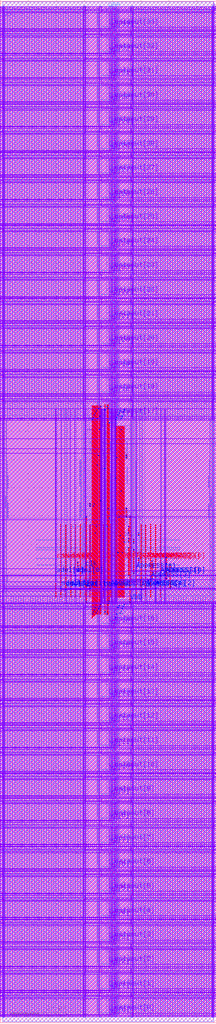
<source format=lef>
VERSION 5.8 ;
BUSBITCHARS "[]" ; 
DIVIDERCHAR "/" ; 


PROPERTYDEFINITIONS 
  MACRO CatenaDesignType STRING ; 
END PROPERTYDEFINITIONS 


MACRO srambank_64x4x34_6t122 
  CLASS BLOCK ; 
  ORIGIN 0 0 ; 
  FOREIGN srambank_64x4x34_6t122 0 0 ; 
  SIZE 38.448 BY 181.44 ; 
  SYMMETRY X Y ; 
  SITE coreSite ; 
  PIN VDD 
    DIRECTION INOUT ; 
    USE POWER ; 
    PORT 
      LAYER M4 ; 
        RECT 0.404 4.688 38.036 4.88 ; 
        RECT 0.404 9.008 38.036 9.2 ; 
        RECT 0.404 13.328 38.036 13.52 ; 
        RECT 0.404 17.648 38.036 17.84 ; 
        RECT 0.404 21.968 38.036 22.16 ; 
        RECT 0.404 26.288 38.036 26.48 ; 
        RECT 0.404 30.608 38.036 30.8 ; 
        RECT 0.404 34.928 38.036 35.12 ; 
        RECT 0.404 39.248 38.036 39.44 ; 
        RECT 0.404 43.568 38.036 43.76 ; 
        RECT 0.404 47.888 38.036 48.08 ; 
        RECT 0.404 52.208 38.036 52.4 ; 
        RECT 0.404 56.528 38.036 56.72 ; 
        RECT 0.404 60.848 38.036 61.04 ; 
        RECT 0.404 65.168 38.036 65.36 ; 
        RECT 0.404 69.488 38.036 69.68 ; 
        RECT 0.404 73.808 38.036 74 ; 
        RECT 0.432 75.756 38.016 76.62 ; 
        RECT 22.44 74.636 23.492 74.732 ; 
        RECT 22.964 89.772 23.412 89.868 ; 
        RECT 15.768 88.428 22.68 89.292 ; 
        RECT 15.768 101.1 22.68 101.964 ; 
        RECT 0.404 110.636 38.036 110.828 ; 
        RECT 0.404 114.956 38.036 115.148 ; 
        RECT 0.404 119.276 38.036 119.468 ; 
        RECT 0.404 123.596 38.036 123.788 ; 
        RECT 0.404 127.916 38.036 128.108 ; 
        RECT 0.404 132.236 38.036 132.428 ; 
        RECT 0.404 136.556 38.036 136.748 ; 
        RECT 0.404 140.876 38.036 141.068 ; 
        RECT 0.404 145.196 38.036 145.388 ; 
        RECT 0.404 149.516 38.036 149.708 ; 
        RECT 0.404 153.836 38.036 154.028 ; 
        RECT 0.404 158.156 38.036 158.348 ; 
        RECT 0.404 162.476 38.036 162.668 ; 
        RECT 0.404 166.796 38.036 166.988 ; 
        RECT 0.404 171.116 38.036 171.308 ; 
        RECT 0.404 175.436 38.036 175.628 ; 
        RECT 0.404 179.756 38.036 179.948 ; 
      LAYER M3 ; 
        RECT 37.908 0.866 37.98 5.506 ; 
        RECT 23.292 0.868 23.364 5.504 ; 
        RECT 17.676 1.012 18.036 5.468 ; 
        RECT 15.084 0.868 15.156 5.504 ; 
        RECT 0.468 0.866 0.54 5.506 ; 
        RECT 37.908 5.186 37.98 9.826 ; 
        RECT 23.292 5.188 23.364 9.824 ; 
        RECT 17.676 5.332 18.036 9.788 ; 
        RECT 15.084 5.188 15.156 9.824 ; 
        RECT 0.468 5.186 0.54 9.826 ; 
        RECT 37.908 9.506 37.98 14.146 ; 
        RECT 23.292 9.508 23.364 14.144 ; 
        RECT 17.676 9.652 18.036 14.108 ; 
        RECT 15.084 9.508 15.156 14.144 ; 
        RECT 0.468 9.506 0.54 14.146 ; 
        RECT 37.908 13.826 37.98 18.466 ; 
        RECT 23.292 13.828 23.364 18.464 ; 
        RECT 17.676 13.972 18.036 18.428 ; 
        RECT 15.084 13.828 15.156 18.464 ; 
        RECT 0.468 13.826 0.54 18.466 ; 
        RECT 37.908 18.146 37.98 22.786 ; 
        RECT 23.292 18.148 23.364 22.784 ; 
        RECT 17.676 18.292 18.036 22.748 ; 
        RECT 15.084 18.148 15.156 22.784 ; 
        RECT 0.468 18.146 0.54 22.786 ; 
        RECT 37.908 22.466 37.98 27.106 ; 
        RECT 23.292 22.468 23.364 27.104 ; 
        RECT 17.676 22.612 18.036 27.068 ; 
        RECT 15.084 22.468 15.156 27.104 ; 
        RECT 0.468 22.466 0.54 27.106 ; 
        RECT 37.908 26.786 37.98 31.426 ; 
        RECT 23.292 26.788 23.364 31.424 ; 
        RECT 17.676 26.932 18.036 31.388 ; 
        RECT 15.084 26.788 15.156 31.424 ; 
        RECT 0.468 26.786 0.54 31.426 ; 
        RECT 37.908 31.106 37.98 35.746 ; 
        RECT 23.292 31.108 23.364 35.744 ; 
        RECT 17.676 31.252 18.036 35.708 ; 
        RECT 15.084 31.108 15.156 35.744 ; 
        RECT 0.468 31.106 0.54 35.746 ; 
        RECT 37.908 35.426 37.98 40.066 ; 
        RECT 23.292 35.428 23.364 40.064 ; 
        RECT 17.676 35.572 18.036 40.028 ; 
        RECT 15.084 35.428 15.156 40.064 ; 
        RECT 0.468 35.426 0.54 40.066 ; 
        RECT 37.908 39.746 37.98 44.386 ; 
        RECT 23.292 39.748 23.364 44.384 ; 
        RECT 17.676 39.892 18.036 44.348 ; 
        RECT 15.084 39.748 15.156 44.384 ; 
        RECT 0.468 39.746 0.54 44.386 ; 
        RECT 37.908 44.066 37.98 48.706 ; 
        RECT 23.292 44.068 23.364 48.704 ; 
        RECT 17.676 44.212 18.036 48.668 ; 
        RECT 15.084 44.068 15.156 48.704 ; 
        RECT 0.468 44.066 0.54 48.706 ; 
        RECT 37.908 48.386 37.98 53.026 ; 
        RECT 23.292 48.388 23.364 53.024 ; 
        RECT 17.676 48.532 18.036 52.988 ; 
        RECT 15.084 48.388 15.156 53.024 ; 
        RECT 0.468 48.386 0.54 53.026 ; 
        RECT 37.908 52.706 37.98 57.346 ; 
        RECT 23.292 52.708 23.364 57.344 ; 
        RECT 17.676 52.852 18.036 57.308 ; 
        RECT 15.084 52.708 15.156 57.344 ; 
        RECT 0.468 52.706 0.54 57.346 ; 
        RECT 37.908 57.026 37.98 61.666 ; 
        RECT 23.292 57.028 23.364 61.664 ; 
        RECT 17.676 57.172 18.036 61.628 ; 
        RECT 15.084 57.028 15.156 61.664 ; 
        RECT 0.468 57.026 0.54 61.666 ; 
        RECT 37.908 61.346 37.98 65.986 ; 
        RECT 23.292 61.348 23.364 65.984 ; 
        RECT 17.676 61.492 18.036 65.948 ; 
        RECT 15.084 61.348 15.156 65.984 ; 
        RECT 0.468 61.346 0.54 65.986 ; 
        RECT 37.908 65.666 37.98 70.306 ; 
        RECT 23.292 65.668 23.364 70.304 ; 
        RECT 17.676 65.812 18.036 70.268 ; 
        RECT 15.084 65.668 15.156 70.304 ; 
        RECT 0.468 65.666 0.54 70.306 ; 
        RECT 37.908 69.986 37.98 74.626 ; 
        RECT 23.292 69.988 23.364 74.624 ; 
        RECT 17.676 70.132 18.036 74.588 ; 
        RECT 15.084 69.988 15.156 74.624 ; 
        RECT 0.468 69.986 0.54 74.626 ; 
        RECT 37.908 74.306 37.98 107.134 ; 
        RECT 23.292 74.624 23.364 74.99 ; 
        RECT 23.292 89.584 23.364 107.024 ; 
        RECT 17.82 75.6 18.756 105.932 ; 
        RECT 17.676 105.588 18.036 107.728 ; 
        RECT 17.676 74.48 18.036 76.62 ; 
        RECT 0.468 74.306 0.54 107.134 ; 
        RECT 37.908 106.814 37.98 111.454 ; 
        RECT 23.292 106.816 23.364 111.452 ; 
        RECT 17.676 106.96 18.036 111.416 ; 
        RECT 15.084 106.816 15.156 111.452 ; 
        RECT 0.468 106.814 0.54 111.454 ; 
        RECT 37.908 111.134 37.98 115.774 ; 
        RECT 23.292 111.136 23.364 115.772 ; 
        RECT 17.676 111.28 18.036 115.736 ; 
        RECT 15.084 111.136 15.156 115.772 ; 
        RECT 0.468 111.134 0.54 115.774 ; 
        RECT 37.908 115.454 37.98 120.094 ; 
        RECT 23.292 115.456 23.364 120.092 ; 
        RECT 17.676 115.6 18.036 120.056 ; 
        RECT 15.084 115.456 15.156 120.092 ; 
        RECT 0.468 115.454 0.54 120.094 ; 
        RECT 37.908 119.774 37.98 124.414 ; 
        RECT 23.292 119.776 23.364 124.412 ; 
        RECT 17.676 119.92 18.036 124.376 ; 
        RECT 15.084 119.776 15.156 124.412 ; 
        RECT 0.468 119.774 0.54 124.414 ; 
        RECT 37.908 124.094 37.98 128.734 ; 
        RECT 23.292 124.096 23.364 128.732 ; 
        RECT 17.676 124.24 18.036 128.696 ; 
        RECT 15.084 124.096 15.156 128.732 ; 
        RECT 0.468 124.094 0.54 128.734 ; 
        RECT 37.908 128.414 37.98 133.054 ; 
        RECT 23.292 128.416 23.364 133.052 ; 
        RECT 17.676 128.56 18.036 133.016 ; 
        RECT 15.084 128.416 15.156 133.052 ; 
        RECT 0.468 128.414 0.54 133.054 ; 
        RECT 37.908 132.734 37.98 137.374 ; 
        RECT 23.292 132.736 23.364 137.372 ; 
        RECT 17.676 132.88 18.036 137.336 ; 
        RECT 15.084 132.736 15.156 137.372 ; 
        RECT 0.468 132.734 0.54 137.374 ; 
        RECT 37.908 137.054 37.98 141.694 ; 
        RECT 23.292 137.056 23.364 141.692 ; 
        RECT 17.676 137.2 18.036 141.656 ; 
        RECT 15.084 137.056 15.156 141.692 ; 
        RECT 0.468 137.054 0.54 141.694 ; 
        RECT 37.908 141.374 37.98 146.014 ; 
        RECT 23.292 141.376 23.364 146.012 ; 
        RECT 17.676 141.52 18.036 145.976 ; 
        RECT 15.084 141.376 15.156 146.012 ; 
        RECT 0.468 141.374 0.54 146.014 ; 
        RECT 37.908 145.694 37.98 150.334 ; 
        RECT 23.292 145.696 23.364 150.332 ; 
        RECT 17.676 145.84 18.036 150.296 ; 
        RECT 15.084 145.696 15.156 150.332 ; 
        RECT 0.468 145.694 0.54 150.334 ; 
        RECT 37.908 150.014 37.98 154.654 ; 
        RECT 23.292 150.016 23.364 154.652 ; 
        RECT 17.676 150.16 18.036 154.616 ; 
        RECT 15.084 150.016 15.156 154.652 ; 
        RECT 0.468 150.014 0.54 154.654 ; 
        RECT 37.908 154.334 37.98 158.974 ; 
        RECT 23.292 154.336 23.364 158.972 ; 
        RECT 17.676 154.48 18.036 158.936 ; 
        RECT 15.084 154.336 15.156 158.972 ; 
        RECT 0.468 154.334 0.54 158.974 ; 
        RECT 37.908 158.654 37.98 163.294 ; 
        RECT 23.292 158.656 23.364 163.292 ; 
        RECT 17.676 158.8 18.036 163.256 ; 
        RECT 15.084 158.656 15.156 163.292 ; 
        RECT 0.468 158.654 0.54 163.294 ; 
        RECT 37.908 162.974 37.98 167.614 ; 
        RECT 23.292 162.976 23.364 167.612 ; 
        RECT 17.676 163.12 18.036 167.576 ; 
        RECT 15.084 162.976 15.156 167.612 ; 
        RECT 0.468 162.974 0.54 167.614 ; 
        RECT 37.908 167.294 37.98 171.934 ; 
        RECT 23.292 167.296 23.364 171.932 ; 
        RECT 17.676 167.44 18.036 171.896 ; 
        RECT 15.084 167.296 15.156 171.932 ; 
        RECT 0.468 167.294 0.54 171.934 ; 
        RECT 37.908 171.614 37.98 176.254 ; 
        RECT 23.292 171.616 23.364 176.252 ; 
        RECT 17.676 171.76 18.036 176.216 ; 
        RECT 15.084 171.616 15.156 176.252 ; 
        RECT 0.468 171.614 0.54 176.254 ; 
        RECT 37.908 175.934 37.98 180.574 ; 
        RECT 23.292 175.936 23.364 180.572 ; 
        RECT 17.676 176.08 18.036 180.536 ; 
        RECT 15.084 175.936 15.156 180.572 ; 
        RECT 0.468 175.934 0.54 180.574 ; 
      LAYER V3 ; 
        RECT 0.468 4.688 0.54 4.88 ; 
        RECT 15.084 4.688 15.156 4.88 ; 
        RECT 17.676 4.688 18.036 4.88 ; 
        RECT 23.292 4.688 23.364 4.88 ; 
        RECT 37.908 4.688 37.98 4.88 ; 
        RECT 0.468 9.008 0.54 9.2 ; 
        RECT 15.084 9.008 15.156 9.2 ; 
        RECT 17.676 9.008 18.036 9.2 ; 
        RECT 23.292 9.008 23.364 9.2 ; 
        RECT 37.908 9.008 37.98 9.2 ; 
        RECT 0.468 13.328 0.54 13.52 ; 
        RECT 15.084 13.328 15.156 13.52 ; 
        RECT 17.676 13.328 18.036 13.52 ; 
        RECT 23.292 13.328 23.364 13.52 ; 
        RECT 37.908 13.328 37.98 13.52 ; 
        RECT 0.468 17.648 0.54 17.84 ; 
        RECT 15.084 17.648 15.156 17.84 ; 
        RECT 17.676 17.648 18.036 17.84 ; 
        RECT 23.292 17.648 23.364 17.84 ; 
        RECT 37.908 17.648 37.98 17.84 ; 
        RECT 0.468 21.968 0.54 22.16 ; 
        RECT 15.084 21.968 15.156 22.16 ; 
        RECT 17.676 21.968 18.036 22.16 ; 
        RECT 23.292 21.968 23.364 22.16 ; 
        RECT 37.908 21.968 37.98 22.16 ; 
        RECT 0.468 26.288 0.54 26.48 ; 
        RECT 15.084 26.288 15.156 26.48 ; 
        RECT 17.676 26.288 18.036 26.48 ; 
        RECT 23.292 26.288 23.364 26.48 ; 
        RECT 37.908 26.288 37.98 26.48 ; 
        RECT 0.468 30.608 0.54 30.8 ; 
        RECT 15.084 30.608 15.156 30.8 ; 
        RECT 17.676 30.608 18.036 30.8 ; 
        RECT 23.292 30.608 23.364 30.8 ; 
        RECT 37.908 30.608 37.98 30.8 ; 
        RECT 0.468 34.928 0.54 35.12 ; 
        RECT 15.084 34.928 15.156 35.12 ; 
        RECT 17.676 34.928 18.036 35.12 ; 
        RECT 23.292 34.928 23.364 35.12 ; 
        RECT 37.908 34.928 37.98 35.12 ; 
        RECT 0.468 39.248 0.54 39.44 ; 
        RECT 15.084 39.248 15.156 39.44 ; 
        RECT 17.676 39.248 18.036 39.44 ; 
        RECT 23.292 39.248 23.364 39.44 ; 
        RECT 37.908 39.248 37.98 39.44 ; 
        RECT 0.468 43.568 0.54 43.76 ; 
        RECT 15.084 43.568 15.156 43.76 ; 
        RECT 17.676 43.568 18.036 43.76 ; 
        RECT 23.292 43.568 23.364 43.76 ; 
        RECT 37.908 43.568 37.98 43.76 ; 
        RECT 0.468 47.888 0.54 48.08 ; 
        RECT 15.084 47.888 15.156 48.08 ; 
        RECT 17.676 47.888 18.036 48.08 ; 
        RECT 23.292 47.888 23.364 48.08 ; 
        RECT 37.908 47.888 37.98 48.08 ; 
        RECT 0.468 52.208 0.54 52.4 ; 
        RECT 15.084 52.208 15.156 52.4 ; 
        RECT 17.676 52.208 18.036 52.4 ; 
        RECT 23.292 52.208 23.364 52.4 ; 
        RECT 37.908 52.208 37.98 52.4 ; 
        RECT 0.468 56.528 0.54 56.72 ; 
        RECT 15.084 56.528 15.156 56.72 ; 
        RECT 17.676 56.528 18.036 56.72 ; 
        RECT 23.292 56.528 23.364 56.72 ; 
        RECT 37.908 56.528 37.98 56.72 ; 
        RECT 0.468 60.848 0.54 61.04 ; 
        RECT 15.084 60.848 15.156 61.04 ; 
        RECT 17.676 60.848 18.036 61.04 ; 
        RECT 23.292 60.848 23.364 61.04 ; 
        RECT 37.908 60.848 37.98 61.04 ; 
        RECT 0.468 65.168 0.54 65.36 ; 
        RECT 15.084 65.168 15.156 65.36 ; 
        RECT 17.676 65.168 18.036 65.36 ; 
        RECT 23.292 65.168 23.364 65.36 ; 
        RECT 37.908 65.168 37.98 65.36 ; 
        RECT 0.468 69.488 0.54 69.68 ; 
        RECT 15.084 69.488 15.156 69.68 ; 
        RECT 17.676 69.488 18.036 69.68 ; 
        RECT 23.292 69.488 23.364 69.68 ; 
        RECT 37.908 69.488 37.98 69.68 ; 
        RECT 0.468 73.808 0.54 74 ; 
        RECT 15.084 73.808 15.156 74 ; 
        RECT 17.676 73.808 18.036 74 ; 
        RECT 23.292 73.808 23.364 74 ; 
        RECT 37.908 73.808 37.98 74 ; 
        RECT 0.468 75.756 0.54 76.62 ; 
        RECT 17.836 101.1 17.908 101.964 ; 
        RECT 17.836 88.428 17.908 89.292 ; 
        RECT 17.836 75.756 17.908 76.62 ; 
        RECT 18.044 101.1 18.116 101.964 ; 
        RECT 18.044 88.428 18.116 89.292 ; 
        RECT 18.044 75.756 18.116 76.62 ; 
        RECT 18.252 101.1 18.324 101.964 ; 
        RECT 18.252 88.428 18.324 89.292 ; 
        RECT 18.252 75.756 18.324 76.62 ; 
        RECT 18.46 101.1 18.532 101.964 ; 
        RECT 18.46 88.428 18.532 89.292 ; 
        RECT 18.46 75.756 18.532 76.62 ; 
        RECT 18.668 101.1 18.74 101.964 ; 
        RECT 18.668 88.428 18.74 89.292 ; 
        RECT 18.668 75.756 18.74 76.62 ; 
        RECT 23.292 89.772 23.364 89.868 ; 
        RECT 23.292 74.636 23.364 74.732 ; 
        RECT 0.468 110.636 0.54 110.828 ; 
        RECT 15.084 110.636 15.156 110.828 ; 
        RECT 17.676 110.636 18.036 110.828 ; 
        RECT 23.292 110.636 23.364 110.828 ; 
        RECT 37.908 110.636 37.98 110.828 ; 
        RECT 0.468 114.956 0.54 115.148 ; 
        RECT 15.084 114.956 15.156 115.148 ; 
        RECT 17.676 114.956 18.036 115.148 ; 
        RECT 23.292 114.956 23.364 115.148 ; 
        RECT 37.908 114.956 37.98 115.148 ; 
        RECT 0.468 119.276 0.54 119.468 ; 
        RECT 15.084 119.276 15.156 119.468 ; 
        RECT 17.676 119.276 18.036 119.468 ; 
        RECT 23.292 119.276 23.364 119.468 ; 
        RECT 37.908 119.276 37.98 119.468 ; 
        RECT 0.468 123.596 0.54 123.788 ; 
        RECT 15.084 123.596 15.156 123.788 ; 
        RECT 17.676 123.596 18.036 123.788 ; 
        RECT 23.292 123.596 23.364 123.788 ; 
        RECT 37.908 123.596 37.98 123.788 ; 
        RECT 0.468 127.916 0.54 128.108 ; 
        RECT 15.084 127.916 15.156 128.108 ; 
        RECT 17.676 127.916 18.036 128.108 ; 
        RECT 23.292 127.916 23.364 128.108 ; 
        RECT 37.908 127.916 37.98 128.108 ; 
        RECT 0.468 132.236 0.54 132.428 ; 
        RECT 15.084 132.236 15.156 132.428 ; 
        RECT 17.676 132.236 18.036 132.428 ; 
        RECT 23.292 132.236 23.364 132.428 ; 
        RECT 37.908 132.236 37.98 132.428 ; 
        RECT 0.468 136.556 0.54 136.748 ; 
        RECT 15.084 136.556 15.156 136.748 ; 
        RECT 17.676 136.556 18.036 136.748 ; 
        RECT 23.292 136.556 23.364 136.748 ; 
        RECT 37.908 136.556 37.98 136.748 ; 
        RECT 0.468 140.876 0.54 141.068 ; 
        RECT 15.084 140.876 15.156 141.068 ; 
        RECT 17.676 140.876 18.036 141.068 ; 
        RECT 23.292 140.876 23.364 141.068 ; 
        RECT 37.908 140.876 37.98 141.068 ; 
        RECT 0.468 145.196 0.54 145.388 ; 
        RECT 15.084 145.196 15.156 145.388 ; 
        RECT 17.676 145.196 18.036 145.388 ; 
        RECT 23.292 145.196 23.364 145.388 ; 
        RECT 37.908 145.196 37.98 145.388 ; 
        RECT 0.468 149.516 0.54 149.708 ; 
        RECT 15.084 149.516 15.156 149.708 ; 
        RECT 17.676 149.516 18.036 149.708 ; 
        RECT 23.292 149.516 23.364 149.708 ; 
        RECT 37.908 149.516 37.98 149.708 ; 
        RECT 0.468 153.836 0.54 154.028 ; 
        RECT 15.084 153.836 15.156 154.028 ; 
        RECT 17.676 153.836 18.036 154.028 ; 
        RECT 23.292 153.836 23.364 154.028 ; 
        RECT 37.908 153.836 37.98 154.028 ; 
        RECT 0.468 158.156 0.54 158.348 ; 
        RECT 15.084 158.156 15.156 158.348 ; 
        RECT 17.676 158.156 18.036 158.348 ; 
        RECT 23.292 158.156 23.364 158.348 ; 
        RECT 37.908 158.156 37.98 158.348 ; 
        RECT 0.468 162.476 0.54 162.668 ; 
        RECT 15.084 162.476 15.156 162.668 ; 
        RECT 17.676 162.476 18.036 162.668 ; 
        RECT 23.292 162.476 23.364 162.668 ; 
        RECT 37.908 162.476 37.98 162.668 ; 
        RECT 0.468 166.796 0.54 166.988 ; 
        RECT 15.084 166.796 15.156 166.988 ; 
        RECT 17.676 166.796 18.036 166.988 ; 
        RECT 23.292 166.796 23.364 166.988 ; 
        RECT 37.908 166.796 37.98 166.988 ; 
        RECT 0.468 171.116 0.54 171.308 ; 
        RECT 15.084 171.116 15.156 171.308 ; 
        RECT 17.676 171.116 18.036 171.308 ; 
        RECT 23.292 171.116 23.364 171.308 ; 
        RECT 37.908 171.116 37.98 171.308 ; 
        RECT 0.468 175.436 0.54 175.628 ; 
        RECT 15.084 175.436 15.156 175.628 ; 
        RECT 17.676 175.436 18.036 175.628 ; 
        RECT 23.292 175.436 23.364 175.628 ; 
        RECT 37.908 175.436 37.98 175.628 ; 
        RECT 0.468 179.756 0.54 179.948 ; 
        RECT 15.084 179.756 15.156 179.948 ; 
        RECT 17.676 179.756 18.036 179.948 ; 
        RECT 23.292 179.756 23.364 179.948 ; 
        RECT 37.908 179.756 37.98 179.948 ; 
      LAYER M5 ; 
        RECT 23.036 74.564 23.132 89.94 ; 
      LAYER V4 ; 
        RECT 23.036 89.772 23.132 89.868 ; 
        RECT 23.036 74.636 23.132 74.732 ; 
    END 
  END VDD 
  PIN VSS 
    DIRECTION INOUT ; 
    USE POWER ; 
    PORT 
      LAYER M4 ; 
        RECT 0.404 4.304 38.016 4.496 ; 
        RECT 0.404 8.624 38.016 8.816 ; 
        RECT 0.404 12.944 38.016 13.136 ; 
        RECT 0.404 17.264 38.016 17.456 ; 
        RECT 0.404 21.584 38.016 21.776 ; 
        RECT 0.404 25.904 38.016 26.096 ; 
        RECT 0.404 30.224 38.016 30.416 ; 
        RECT 0.404 34.544 38.016 34.736 ; 
        RECT 0.404 38.864 38.016 39.056 ; 
        RECT 0.404 43.184 38.016 43.376 ; 
        RECT 0.404 47.504 38.016 47.696 ; 
        RECT 0.404 51.824 38.016 52.016 ; 
        RECT 0.404 56.144 38.016 56.336 ; 
        RECT 0.404 60.464 38.016 60.656 ; 
        RECT 0.404 64.784 38.016 64.976 ; 
        RECT 0.404 69.104 38.016 69.296 ; 
        RECT 0.404 73.424 38.016 73.616 ; 
        RECT 0.432 77.484 38.016 78.348 ; 
        RECT 15.768 90.156 22.68 91.02 ; 
        RECT 15.768 102.828 22.68 103.692 ; 
        RECT 0.404 110.252 38.016 110.444 ; 
        RECT 0.404 114.572 38.016 114.764 ; 
        RECT 0.404 118.892 38.016 119.084 ; 
        RECT 0.404 123.212 38.016 123.404 ; 
        RECT 0.404 127.532 38.016 127.724 ; 
        RECT 0.404 131.852 38.016 132.044 ; 
        RECT 0.404 136.172 38.016 136.364 ; 
        RECT 0.404 140.492 38.016 140.684 ; 
        RECT 0.404 144.812 38.016 145.004 ; 
        RECT 0.404 149.132 38.016 149.324 ; 
        RECT 0.404 153.452 38.016 153.644 ; 
        RECT 0.404 157.772 38.016 157.964 ; 
        RECT 0.404 162.092 38.016 162.284 ; 
        RECT 0.404 166.412 38.016 166.604 ; 
        RECT 0.404 170.732 38.016 170.924 ; 
        RECT 0.404 175.052 38.016 175.244 ; 
        RECT 0.404 179.372 38.016 179.564 ; 
      LAYER M3 ; 
        RECT 37.764 0.866 37.836 5.506 ; 
        RECT 23.508 0.866 23.58 5.506 ; 
        RECT 20.448 1.012 20.592 5.468 ; 
        RECT 19.836 1.012 19.944 5.468 ; 
        RECT 14.868 0.866 14.94 5.506 ; 
        RECT 0.612 0.866 0.684 5.506 ; 
        RECT 37.764 5.186 37.836 9.826 ; 
        RECT 23.508 5.186 23.58 9.826 ; 
        RECT 20.448 5.332 20.592 9.788 ; 
        RECT 19.836 5.332 19.944 9.788 ; 
        RECT 14.868 5.186 14.94 9.826 ; 
        RECT 0.612 5.186 0.684 9.826 ; 
        RECT 37.764 9.506 37.836 14.146 ; 
        RECT 23.508 9.506 23.58 14.146 ; 
        RECT 20.448 9.652 20.592 14.108 ; 
        RECT 19.836 9.652 19.944 14.108 ; 
        RECT 14.868 9.506 14.94 14.146 ; 
        RECT 0.612 9.506 0.684 14.146 ; 
        RECT 37.764 13.826 37.836 18.466 ; 
        RECT 23.508 13.826 23.58 18.466 ; 
        RECT 20.448 13.972 20.592 18.428 ; 
        RECT 19.836 13.972 19.944 18.428 ; 
        RECT 14.868 13.826 14.94 18.466 ; 
        RECT 0.612 13.826 0.684 18.466 ; 
        RECT 37.764 18.146 37.836 22.786 ; 
        RECT 23.508 18.146 23.58 22.786 ; 
        RECT 20.448 18.292 20.592 22.748 ; 
        RECT 19.836 18.292 19.944 22.748 ; 
        RECT 14.868 18.146 14.94 22.786 ; 
        RECT 0.612 18.146 0.684 22.786 ; 
        RECT 37.764 22.466 37.836 27.106 ; 
        RECT 23.508 22.466 23.58 27.106 ; 
        RECT 20.448 22.612 20.592 27.068 ; 
        RECT 19.836 22.612 19.944 27.068 ; 
        RECT 14.868 22.466 14.94 27.106 ; 
        RECT 0.612 22.466 0.684 27.106 ; 
        RECT 37.764 26.786 37.836 31.426 ; 
        RECT 23.508 26.786 23.58 31.426 ; 
        RECT 20.448 26.932 20.592 31.388 ; 
        RECT 19.836 26.932 19.944 31.388 ; 
        RECT 14.868 26.786 14.94 31.426 ; 
        RECT 0.612 26.786 0.684 31.426 ; 
        RECT 37.764 31.106 37.836 35.746 ; 
        RECT 23.508 31.106 23.58 35.746 ; 
        RECT 20.448 31.252 20.592 35.708 ; 
        RECT 19.836 31.252 19.944 35.708 ; 
        RECT 14.868 31.106 14.94 35.746 ; 
        RECT 0.612 31.106 0.684 35.746 ; 
        RECT 37.764 35.426 37.836 40.066 ; 
        RECT 23.508 35.426 23.58 40.066 ; 
        RECT 20.448 35.572 20.592 40.028 ; 
        RECT 19.836 35.572 19.944 40.028 ; 
        RECT 14.868 35.426 14.94 40.066 ; 
        RECT 0.612 35.426 0.684 40.066 ; 
        RECT 37.764 39.746 37.836 44.386 ; 
        RECT 23.508 39.746 23.58 44.386 ; 
        RECT 20.448 39.892 20.592 44.348 ; 
        RECT 19.836 39.892 19.944 44.348 ; 
        RECT 14.868 39.746 14.94 44.386 ; 
        RECT 0.612 39.746 0.684 44.386 ; 
        RECT 37.764 44.066 37.836 48.706 ; 
        RECT 23.508 44.066 23.58 48.706 ; 
        RECT 20.448 44.212 20.592 48.668 ; 
        RECT 19.836 44.212 19.944 48.668 ; 
        RECT 14.868 44.066 14.94 48.706 ; 
        RECT 0.612 44.066 0.684 48.706 ; 
        RECT 37.764 48.386 37.836 53.026 ; 
        RECT 23.508 48.386 23.58 53.026 ; 
        RECT 20.448 48.532 20.592 52.988 ; 
        RECT 19.836 48.532 19.944 52.988 ; 
        RECT 14.868 48.386 14.94 53.026 ; 
        RECT 0.612 48.386 0.684 53.026 ; 
        RECT 37.764 52.706 37.836 57.346 ; 
        RECT 23.508 52.706 23.58 57.346 ; 
        RECT 20.448 52.852 20.592 57.308 ; 
        RECT 19.836 52.852 19.944 57.308 ; 
        RECT 14.868 52.706 14.94 57.346 ; 
        RECT 0.612 52.706 0.684 57.346 ; 
        RECT 37.764 57.026 37.836 61.666 ; 
        RECT 23.508 57.026 23.58 61.666 ; 
        RECT 20.448 57.172 20.592 61.628 ; 
        RECT 19.836 57.172 19.944 61.628 ; 
        RECT 14.868 57.026 14.94 61.666 ; 
        RECT 0.612 57.026 0.684 61.666 ; 
        RECT 37.764 61.346 37.836 65.986 ; 
        RECT 23.508 61.346 23.58 65.986 ; 
        RECT 20.448 61.492 20.592 65.948 ; 
        RECT 19.836 61.492 19.944 65.948 ; 
        RECT 14.868 61.346 14.94 65.986 ; 
        RECT 0.612 61.346 0.684 65.986 ; 
        RECT 37.764 65.666 37.836 70.306 ; 
        RECT 23.508 65.666 23.58 70.306 ; 
        RECT 20.448 65.812 20.592 70.268 ; 
        RECT 19.836 65.812 19.944 70.268 ; 
        RECT 14.868 65.666 14.94 70.306 ; 
        RECT 0.612 65.666 0.684 70.306 ; 
        RECT 37.764 69.986 37.836 74.626 ; 
        RECT 23.508 69.986 23.58 74.626 ; 
        RECT 20.448 70.132 20.592 74.588 ; 
        RECT 19.836 70.132 19.944 74.588 ; 
        RECT 14.868 69.986 14.94 74.626 ; 
        RECT 0.612 69.986 0.684 74.626 ; 
        RECT 37.764 74.306 37.836 107.134 ; 
        RECT 23.508 74.306 23.58 107.134 ; 
        RECT 19.692 75.2 20.628 105.932 ; 
        RECT 20.448 74.48 20.592 107.028 ; 
        RECT 19.836 74.48 19.944 107.016 ; 
        RECT 14.868 74.306 14.94 107.134 ; 
        RECT 0.612 74.306 0.684 107.134 ; 
        RECT 37.764 106.814 37.836 111.454 ; 
        RECT 23.508 106.814 23.58 111.454 ; 
        RECT 20.448 106.96 20.592 111.416 ; 
        RECT 19.836 106.96 19.944 111.416 ; 
        RECT 14.868 106.814 14.94 111.454 ; 
        RECT 0.612 106.814 0.684 111.454 ; 
        RECT 37.764 111.134 37.836 115.774 ; 
        RECT 23.508 111.134 23.58 115.774 ; 
        RECT 20.448 111.28 20.592 115.736 ; 
        RECT 19.836 111.28 19.944 115.736 ; 
        RECT 14.868 111.134 14.94 115.774 ; 
        RECT 0.612 111.134 0.684 115.774 ; 
        RECT 37.764 115.454 37.836 120.094 ; 
        RECT 23.508 115.454 23.58 120.094 ; 
        RECT 20.448 115.6 20.592 120.056 ; 
        RECT 19.836 115.6 19.944 120.056 ; 
        RECT 14.868 115.454 14.94 120.094 ; 
        RECT 0.612 115.454 0.684 120.094 ; 
        RECT 37.764 119.774 37.836 124.414 ; 
        RECT 23.508 119.774 23.58 124.414 ; 
        RECT 20.448 119.92 20.592 124.376 ; 
        RECT 19.836 119.92 19.944 124.376 ; 
        RECT 14.868 119.774 14.94 124.414 ; 
        RECT 0.612 119.774 0.684 124.414 ; 
        RECT 37.764 124.094 37.836 128.734 ; 
        RECT 23.508 124.094 23.58 128.734 ; 
        RECT 20.448 124.24 20.592 128.696 ; 
        RECT 19.836 124.24 19.944 128.696 ; 
        RECT 14.868 124.094 14.94 128.734 ; 
        RECT 0.612 124.094 0.684 128.734 ; 
        RECT 37.764 128.414 37.836 133.054 ; 
        RECT 23.508 128.414 23.58 133.054 ; 
        RECT 20.448 128.56 20.592 133.016 ; 
        RECT 19.836 128.56 19.944 133.016 ; 
        RECT 14.868 128.414 14.94 133.054 ; 
        RECT 0.612 128.414 0.684 133.054 ; 
        RECT 37.764 132.734 37.836 137.374 ; 
        RECT 23.508 132.734 23.58 137.374 ; 
        RECT 20.448 132.88 20.592 137.336 ; 
        RECT 19.836 132.88 19.944 137.336 ; 
        RECT 14.868 132.734 14.94 137.374 ; 
        RECT 0.612 132.734 0.684 137.374 ; 
        RECT 37.764 137.054 37.836 141.694 ; 
        RECT 23.508 137.054 23.58 141.694 ; 
        RECT 20.448 137.2 20.592 141.656 ; 
        RECT 19.836 137.2 19.944 141.656 ; 
        RECT 14.868 137.054 14.94 141.694 ; 
        RECT 0.612 137.054 0.684 141.694 ; 
        RECT 37.764 141.374 37.836 146.014 ; 
        RECT 23.508 141.374 23.58 146.014 ; 
        RECT 20.448 141.52 20.592 145.976 ; 
        RECT 19.836 141.52 19.944 145.976 ; 
        RECT 14.868 141.374 14.94 146.014 ; 
        RECT 0.612 141.374 0.684 146.014 ; 
        RECT 37.764 145.694 37.836 150.334 ; 
        RECT 23.508 145.694 23.58 150.334 ; 
        RECT 20.448 145.84 20.592 150.296 ; 
        RECT 19.836 145.84 19.944 150.296 ; 
        RECT 14.868 145.694 14.94 150.334 ; 
        RECT 0.612 145.694 0.684 150.334 ; 
        RECT 37.764 150.014 37.836 154.654 ; 
        RECT 23.508 150.014 23.58 154.654 ; 
        RECT 20.448 150.16 20.592 154.616 ; 
        RECT 19.836 150.16 19.944 154.616 ; 
        RECT 14.868 150.014 14.94 154.654 ; 
        RECT 0.612 150.014 0.684 154.654 ; 
        RECT 37.764 154.334 37.836 158.974 ; 
        RECT 23.508 154.334 23.58 158.974 ; 
        RECT 20.448 154.48 20.592 158.936 ; 
        RECT 19.836 154.48 19.944 158.936 ; 
        RECT 14.868 154.334 14.94 158.974 ; 
        RECT 0.612 154.334 0.684 158.974 ; 
        RECT 37.764 158.654 37.836 163.294 ; 
        RECT 23.508 158.654 23.58 163.294 ; 
        RECT 20.448 158.8 20.592 163.256 ; 
        RECT 19.836 158.8 19.944 163.256 ; 
        RECT 14.868 158.654 14.94 163.294 ; 
        RECT 0.612 158.654 0.684 163.294 ; 
        RECT 37.764 162.974 37.836 167.614 ; 
        RECT 23.508 162.974 23.58 167.614 ; 
        RECT 20.448 163.12 20.592 167.576 ; 
        RECT 19.836 163.12 19.944 167.576 ; 
        RECT 14.868 162.974 14.94 167.614 ; 
        RECT 0.612 162.974 0.684 167.614 ; 
        RECT 37.764 167.294 37.836 171.934 ; 
        RECT 23.508 167.294 23.58 171.934 ; 
        RECT 20.448 167.44 20.592 171.896 ; 
        RECT 19.836 167.44 19.944 171.896 ; 
        RECT 14.868 167.294 14.94 171.934 ; 
        RECT 0.612 167.294 0.684 171.934 ; 
        RECT 37.764 171.614 37.836 176.254 ; 
        RECT 23.508 171.614 23.58 176.254 ; 
        RECT 20.448 171.76 20.592 176.216 ; 
        RECT 19.836 171.76 19.944 176.216 ; 
        RECT 14.868 171.614 14.94 176.254 ; 
        RECT 0.612 171.614 0.684 176.254 ; 
        RECT 37.764 175.934 37.836 180.574 ; 
        RECT 23.508 175.934 23.58 180.574 ; 
        RECT 20.448 176.08 20.592 180.536 ; 
        RECT 19.836 176.08 19.944 180.536 ; 
        RECT 14.868 175.934 14.94 180.574 ; 
        RECT 0.612 175.934 0.684 180.574 ; 
      LAYER V3 ; 
        RECT 0.612 4.304 0.684 4.496 ; 
        RECT 14.868 4.304 14.94 4.496 ; 
        RECT 19.836 4.304 19.944 4.496 ; 
        RECT 20.448 4.304 20.592 4.496 ; 
        RECT 23.508 4.304 23.58 4.496 ; 
        RECT 37.764 4.304 37.836 4.496 ; 
        RECT 0.612 8.624 0.684 8.816 ; 
        RECT 14.868 8.624 14.94 8.816 ; 
        RECT 19.836 8.624 19.944 8.816 ; 
        RECT 20.448 8.624 20.592 8.816 ; 
        RECT 23.508 8.624 23.58 8.816 ; 
        RECT 37.764 8.624 37.836 8.816 ; 
        RECT 0.612 12.944 0.684 13.136 ; 
        RECT 14.868 12.944 14.94 13.136 ; 
        RECT 19.836 12.944 19.944 13.136 ; 
        RECT 20.448 12.944 20.592 13.136 ; 
        RECT 23.508 12.944 23.58 13.136 ; 
        RECT 37.764 12.944 37.836 13.136 ; 
        RECT 0.612 17.264 0.684 17.456 ; 
        RECT 14.868 17.264 14.94 17.456 ; 
        RECT 19.836 17.264 19.944 17.456 ; 
        RECT 20.448 17.264 20.592 17.456 ; 
        RECT 23.508 17.264 23.58 17.456 ; 
        RECT 37.764 17.264 37.836 17.456 ; 
        RECT 0.612 21.584 0.684 21.776 ; 
        RECT 14.868 21.584 14.94 21.776 ; 
        RECT 19.836 21.584 19.944 21.776 ; 
        RECT 20.448 21.584 20.592 21.776 ; 
        RECT 23.508 21.584 23.58 21.776 ; 
        RECT 37.764 21.584 37.836 21.776 ; 
        RECT 0.612 25.904 0.684 26.096 ; 
        RECT 14.868 25.904 14.94 26.096 ; 
        RECT 19.836 25.904 19.944 26.096 ; 
        RECT 20.448 25.904 20.592 26.096 ; 
        RECT 23.508 25.904 23.58 26.096 ; 
        RECT 37.764 25.904 37.836 26.096 ; 
        RECT 0.612 30.224 0.684 30.416 ; 
        RECT 14.868 30.224 14.94 30.416 ; 
        RECT 19.836 30.224 19.944 30.416 ; 
        RECT 20.448 30.224 20.592 30.416 ; 
        RECT 23.508 30.224 23.58 30.416 ; 
        RECT 37.764 30.224 37.836 30.416 ; 
        RECT 0.612 34.544 0.684 34.736 ; 
        RECT 14.868 34.544 14.94 34.736 ; 
        RECT 19.836 34.544 19.944 34.736 ; 
        RECT 20.448 34.544 20.592 34.736 ; 
        RECT 23.508 34.544 23.58 34.736 ; 
        RECT 37.764 34.544 37.836 34.736 ; 
        RECT 0.612 38.864 0.684 39.056 ; 
        RECT 14.868 38.864 14.94 39.056 ; 
        RECT 19.836 38.864 19.944 39.056 ; 
        RECT 20.448 38.864 20.592 39.056 ; 
        RECT 23.508 38.864 23.58 39.056 ; 
        RECT 37.764 38.864 37.836 39.056 ; 
        RECT 0.612 43.184 0.684 43.376 ; 
        RECT 14.868 43.184 14.94 43.376 ; 
        RECT 19.836 43.184 19.944 43.376 ; 
        RECT 20.448 43.184 20.592 43.376 ; 
        RECT 23.508 43.184 23.58 43.376 ; 
        RECT 37.764 43.184 37.836 43.376 ; 
        RECT 0.612 47.504 0.684 47.696 ; 
        RECT 14.868 47.504 14.94 47.696 ; 
        RECT 19.836 47.504 19.944 47.696 ; 
        RECT 20.448 47.504 20.592 47.696 ; 
        RECT 23.508 47.504 23.58 47.696 ; 
        RECT 37.764 47.504 37.836 47.696 ; 
        RECT 0.612 51.824 0.684 52.016 ; 
        RECT 14.868 51.824 14.94 52.016 ; 
        RECT 19.836 51.824 19.944 52.016 ; 
        RECT 20.448 51.824 20.592 52.016 ; 
        RECT 23.508 51.824 23.58 52.016 ; 
        RECT 37.764 51.824 37.836 52.016 ; 
        RECT 0.612 56.144 0.684 56.336 ; 
        RECT 14.868 56.144 14.94 56.336 ; 
        RECT 19.836 56.144 19.944 56.336 ; 
        RECT 20.448 56.144 20.592 56.336 ; 
        RECT 23.508 56.144 23.58 56.336 ; 
        RECT 37.764 56.144 37.836 56.336 ; 
        RECT 0.612 60.464 0.684 60.656 ; 
        RECT 14.868 60.464 14.94 60.656 ; 
        RECT 19.836 60.464 19.944 60.656 ; 
        RECT 20.448 60.464 20.592 60.656 ; 
        RECT 23.508 60.464 23.58 60.656 ; 
        RECT 37.764 60.464 37.836 60.656 ; 
        RECT 0.612 64.784 0.684 64.976 ; 
        RECT 14.868 64.784 14.94 64.976 ; 
        RECT 19.836 64.784 19.944 64.976 ; 
        RECT 20.448 64.784 20.592 64.976 ; 
        RECT 23.508 64.784 23.58 64.976 ; 
        RECT 37.764 64.784 37.836 64.976 ; 
        RECT 0.612 69.104 0.684 69.296 ; 
        RECT 14.868 69.104 14.94 69.296 ; 
        RECT 19.836 69.104 19.944 69.296 ; 
        RECT 20.448 69.104 20.592 69.296 ; 
        RECT 23.508 69.104 23.58 69.296 ; 
        RECT 37.764 69.104 37.836 69.296 ; 
        RECT 0.612 73.424 0.684 73.616 ; 
        RECT 14.868 73.424 14.94 73.616 ; 
        RECT 19.836 73.424 19.944 73.616 ; 
        RECT 20.448 73.424 20.592 73.616 ; 
        RECT 23.508 73.424 23.58 73.616 ; 
        RECT 37.764 73.424 37.836 73.616 ; 
        RECT 0.612 77.484 0.684 78.348 ; 
        RECT 19.708 102.828 19.78 103.692 ; 
        RECT 19.708 90.156 19.78 91.02 ; 
        RECT 19.708 77.484 19.78 78.348 ; 
        RECT 19.916 102.828 19.988 103.692 ; 
        RECT 19.916 90.156 19.988 91.02 ; 
        RECT 19.916 77.484 19.988 78.348 ; 
        RECT 20.124 102.828 20.196 103.692 ; 
        RECT 20.124 90.156 20.196 91.02 ; 
        RECT 20.124 77.484 20.196 78.348 ; 
        RECT 20.332 102.828 20.404 103.692 ; 
        RECT 20.332 90.156 20.404 91.02 ; 
        RECT 20.332 77.484 20.404 78.348 ; 
        RECT 20.54 102.828 20.612 103.692 ; 
        RECT 20.54 90.156 20.612 91.02 ; 
        RECT 20.54 77.484 20.612 78.348 ; 
        RECT 0.612 110.252 0.684 110.444 ; 
        RECT 14.868 110.252 14.94 110.444 ; 
        RECT 19.836 110.252 19.944 110.444 ; 
        RECT 20.448 110.252 20.592 110.444 ; 
        RECT 23.508 110.252 23.58 110.444 ; 
        RECT 37.764 110.252 37.836 110.444 ; 
        RECT 0.612 114.572 0.684 114.764 ; 
        RECT 14.868 114.572 14.94 114.764 ; 
        RECT 19.836 114.572 19.944 114.764 ; 
        RECT 20.448 114.572 20.592 114.764 ; 
        RECT 23.508 114.572 23.58 114.764 ; 
        RECT 37.764 114.572 37.836 114.764 ; 
        RECT 0.612 118.892 0.684 119.084 ; 
        RECT 14.868 118.892 14.94 119.084 ; 
        RECT 19.836 118.892 19.944 119.084 ; 
        RECT 20.448 118.892 20.592 119.084 ; 
        RECT 23.508 118.892 23.58 119.084 ; 
        RECT 37.764 118.892 37.836 119.084 ; 
        RECT 0.612 123.212 0.684 123.404 ; 
        RECT 14.868 123.212 14.94 123.404 ; 
        RECT 19.836 123.212 19.944 123.404 ; 
        RECT 20.448 123.212 20.592 123.404 ; 
        RECT 23.508 123.212 23.58 123.404 ; 
        RECT 37.764 123.212 37.836 123.404 ; 
        RECT 0.612 127.532 0.684 127.724 ; 
        RECT 14.868 127.532 14.94 127.724 ; 
        RECT 19.836 127.532 19.944 127.724 ; 
        RECT 20.448 127.532 20.592 127.724 ; 
        RECT 23.508 127.532 23.58 127.724 ; 
        RECT 37.764 127.532 37.836 127.724 ; 
        RECT 0.612 131.852 0.684 132.044 ; 
        RECT 14.868 131.852 14.94 132.044 ; 
        RECT 19.836 131.852 19.944 132.044 ; 
        RECT 20.448 131.852 20.592 132.044 ; 
        RECT 23.508 131.852 23.58 132.044 ; 
        RECT 37.764 131.852 37.836 132.044 ; 
        RECT 0.612 136.172 0.684 136.364 ; 
        RECT 14.868 136.172 14.94 136.364 ; 
        RECT 19.836 136.172 19.944 136.364 ; 
        RECT 20.448 136.172 20.592 136.364 ; 
        RECT 23.508 136.172 23.58 136.364 ; 
        RECT 37.764 136.172 37.836 136.364 ; 
        RECT 0.612 140.492 0.684 140.684 ; 
        RECT 14.868 140.492 14.94 140.684 ; 
        RECT 19.836 140.492 19.944 140.684 ; 
        RECT 20.448 140.492 20.592 140.684 ; 
        RECT 23.508 140.492 23.58 140.684 ; 
        RECT 37.764 140.492 37.836 140.684 ; 
        RECT 0.612 144.812 0.684 145.004 ; 
        RECT 14.868 144.812 14.94 145.004 ; 
        RECT 19.836 144.812 19.944 145.004 ; 
        RECT 20.448 144.812 20.592 145.004 ; 
        RECT 23.508 144.812 23.58 145.004 ; 
        RECT 37.764 144.812 37.836 145.004 ; 
        RECT 0.612 149.132 0.684 149.324 ; 
        RECT 14.868 149.132 14.94 149.324 ; 
        RECT 19.836 149.132 19.944 149.324 ; 
        RECT 20.448 149.132 20.592 149.324 ; 
        RECT 23.508 149.132 23.58 149.324 ; 
        RECT 37.764 149.132 37.836 149.324 ; 
        RECT 0.612 153.452 0.684 153.644 ; 
        RECT 14.868 153.452 14.94 153.644 ; 
        RECT 19.836 153.452 19.944 153.644 ; 
        RECT 20.448 153.452 20.592 153.644 ; 
        RECT 23.508 153.452 23.58 153.644 ; 
        RECT 37.764 153.452 37.836 153.644 ; 
        RECT 0.612 157.772 0.684 157.964 ; 
        RECT 14.868 157.772 14.94 157.964 ; 
        RECT 19.836 157.772 19.944 157.964 ; 
        RECT 20.448 157.772 20.592 157.964 ; 
        RECT 23.508 157.772 23.58 157.964 ; 
        RECT 37.764 157.772 37.836 157.964 ; 
        RECT 0.612 162.092 0.684 162.284 ; 
        RECT 14.868 162.092 14.94 162.284 ; 
        RECT 19.836 162.092 19.944 162.284 ; 
        RECT 20.448 162.092 20.592 162.284 ; 
        RECT 23.508 162.092 23.58 162.284 ; 
        RECT 37.764 162.092 37.836 162.284 ; 
        RECT 0.612 166.412 0.684 166.604 ; 
        RECT 14.868 166.412 14.94 166.604 ; 
        RECT 19.836 166.412 19.944 166.604 ; 
        RECT 20.448 166.412 20.592 166.604 ; 
        RECT 23.508 166.412 23.58 166.604 ; 
        RECT 37.764 166.412 37.836 166.604 ; 
        RECT 0.612 170.732 0.684 170.924 ; 
        RECT 14.868 170.732 14.94 170.924 ; 
        RECT 19.836 170.732 19.944 170.924 ; 
        RECT 20.448 170.732 20.592 170.924 ; 
        RECT 23.508 170.732 23.58 170.924 ; 
        RECT 37.764 170.732 37.836 170.924 ; 
        RECT 0.612 175.052 0.684 175.244 ; 
        RECT 14.868 175.052 14.94 175.244 ; 
        RECT 19.836 175.052 19.944 175.244 ; 
        RECT 20.448 175.052 20.592 175.244 ; 
        RECT 23.508 175.052 23.58 175.244 ; 
        RECT 37.764 175.052 37.836 175.244 ; 
        RECT 0.612 179.372 0.684 179.564 ; 
        RECT 14.868 179.372 14.94 179.564 ; 
        RECT 19.836 179.372 19.944 179.564 ; 
        RECT 20.448 179.372 20.592 179.564 ; 
        RECT 23.508 179.372 23.58 179.564 ; 
        RECT 37.764 179.372 37.836 179.564 ; 
    END 
  END VSS 
  PIN ADDRESS[0] 
    DIRECTION INPUT ; 
    USE SIGNAL ; 
    PORT 
      LAYER M3 ; 
        RECT 29.34 79.372 29.412 79.52 ; 
      LAYER M4 ; 
        RECT 29.132 79.404 29.468 79.5 ; 
      LAYER M5 ; 
        RECT 29.328 75.6 29.424 88.56 ; 
      LAYER V3 ; 
        RECT 29.34 79.404 29.412 79.5 ; 
      LAYER V4 ; 
        RECT 29.328 79.404 29.424 79.5 ; 
    END 
  END ADDRESS[0] 
  PIN ADDRESS[1] 
    DIRECTION INPUT ; 
    USE SIGNAL ; 
    PORT 
      LAYER M3 ; 
        RECT 28.476 79.384 28.548 79.532 ; 
      LAYER M4 ; 
        RECT 28.268 79.404 28.604 79.5 ; 
      LAYER M5 ; 
        RECT 28.464 75.6 28.56 88.56 ; 
      LAYER V3 ; 
        RECT 28.476 79.404 28.548 79.5 ; 
      LAYER V4 ; 
        RECT 28.464 79.404 28.56 79.5 ; 
    END 
  END ADDRESS[1] 
  PIN ADDRESS[2] 
    DIRECTION INPUT ; 
    USE SIGNAL ; 
    PORT 
      LAYER M3 ; 
        RECT 27.612 77.068 27.684 77.216 ; 
      LAYER M4 ; 
        RECT 27.404 77.1 27.74 77.196 ; 
      LAYER M5 ; 
        RECT 27.6 75.6 27.696 88.56 ; 
      LAYER V3 ; 
        RECT 27.612 77.1 27.684 77.196 ; 
      LAYER V4 ; 
        RECT 27.6 77.1 27.696 77.196 ; 
    END 
  END ADDRESS[2] 
  PIN ADDRESS[3] 
    DIRECTION INPUT ; 
    USE SIGNAL ; 
    PORT 
      LAYER M3 ; 
        RECT 26.748 78.028 26.82 78.752 ; 
      LAYER M4 ; 
        RECT 26.54 78.636 26.876 78.732 ; 
      LAYER M5 ; 
        RECT 26.736 75.6 26.832 88.56 ; 
      LAYER V3 ; 
        RECT 26.748 78.636 26.82 78.732 ; 
      LAYER V4 ; 
        RECT 26.736 78.636 26.832 78.732 ; 
    END 
  END ADDRESS[3] 
  PIN ADDRESS[4] 
    DIRECTION INPUT ; 
    USE SIGNAL ; 
    PORT 
      LAYER M3 ; 
        RECT 25.884 77.08 25.956 77.348 ; 
      LAYER M4 ; 
        RECT 25.676 77.1 26.012 77.196 ; 
      LAYER M5 ; 
        RECT 25.872 75.6 25.968 88.56 ; 
      LAYER V3 ; 
        RECT 25.884 77.1 25.956 77.196 ; 
      LAYER V4 ; 
        RECT 25.872 77.1 25.968 77.196 ; 
    END 
  END ADDRESS[4] 
  PIN ADDRESS[5] 
    DIRECTION INPUT ; 
    USE SIGNAL ; 
    PORT 
      LAYER M3 ; 
        RECT 25.02 76.012 25.092 77.024 ; 
      LAYER M4 ; 
        RECT 24.812 76.908 25.148 77.004 ; 
      LAYER M5 ; 
        RECT 25.008 75.6 25.104 88.56 ; 
      LAYER V3 ; 
        RECT 25.02 76.908 25.092 77.004 ; 
      LAYER V4 ; 
        RECT 25.008 76.908 25.104 77.004 ; 
    END 
  END ADDRESS[5] 
  PIN ADDRESS[6] 
    DIRECTION INPUT ; 
    USE SIGNAL ; 
    PORT 
      LAYER M3 ; 
        RECT 24.156 80.152 24.228 80.3 ; 
      LAYER M4 ; 
        RECT 23.948 80.172 24.284 80.268 ; 
      LAYER M5 ; 
        RECT 24.144 75.6 24.24 88.56 ; 
      LAYER V3 ; 
        RECT 24.156 80.172 24.228 80.268 ; 
      LAYER V4 ; 
        RECT 24.144 80.172 24.24 80.268 ; 
    END 
  END ADDRESS[6] 
  PIN ADDRESS[7] 
    DIRECTION INPUT ; 
    USE SIGNAL ; 
    PORT 
      LAYER M3 ; 
        RECT 20.7 77.08 20.772 77.348 ; 
      LAYER M4 ; 
        RECT 19.564 77.1 20.816 77.196 ; 
      LAYER M5 ; 
        RECT 19.608 75.6 19.704 88.56 ; 
      LAYER V3 ; 
        RECT 20.7 77.1 20.772 77.196 ; 
      LAYER V4 ; 
        RECT 19.608 77.1 19.704 77.196 ; 
    END 
  END ADDRESS[7] 
  PIN banksel 
    DIRECTION INPUT ; 
    USE SIGNAL ; 
    PORT 
      LAYER M3 ; 
        RECT 19.116 76.012 19.188 77.024 ; 
      LAYER M4 ; 
        RECT 18.268 76.908 19.232 77.004 ; 
      LAYER M5 ; 
        RECT 18.312 75.6 18.408 88.56 ; 
      LAYER V3 ; 
        RECT 19.116 76.908 19.188 77.004 ; 
      LAYER V4 ; 
        RECT 18.312 76.908 18.408 77.004 ; 
    END 
  END banksel 
  PIN write 
    DIRECTION INPUT ; 
    USE SIGNAL ; 
    PORT 
      LAYER M3 ; 
        RECT 15.948 77.08 16.02 77.348 ; 
      LAYER M4 ; 
        RECT 15.74 77.1 16.076 77.196 ; 
      LAYER M5 ; 
        RECT 15.936 75.6 16.032 88.56 ; 
      LAYER V3 ; 
        RECT 15.948 77.1 16.02 77.196 ; 
      LAYER V4 ; 
        RECT 15.936 77.1 16.032 77.196 ; 
    END 
  END write 
  PIN clk 
    DIRECTION INPUT ; 
    USE SIGNAL ; 
    PORT 
      LAYER M3 ; 
        RECT 15.084 80.536 15.156 80.732 ; 
      LAYER M4 ; 
        RECT 14.876 80.556 15.212 80.652 ; 
      LAYER M5 ; 
        RECT 15.072 75.6 15.168 88.56 ; 
      LAYER V3 ; 
        RECT 15.084 80.556 15.156 80.652 ; 
      LAYER V4 ; 
        RECT 15.072 80.556 15.168 80.652 ; 
    END 
  END clk 
  PIN read 
    DIRECTION INPUT ; 
    USE SIGNAL ; 
    PORT 
      LAYER M3 ; 
        RECT 15.228 76.012 15.3 77.024 ; 
      LAYER M4 ; 
        RECT 14.164 76.908 15.344 77.004 ; 
      LAYER M5 ; 
        RECT 14.208 75.6 14.304 88.56 ; 
      LAYER V3 ; 
        RECT 15.228 76.908 15.3 77.004 ; 
      LAYER V4 ; 
        RECT 14.208 76.908 14.304 77.004 ; 
    END 
  END read 
  PIN sdel[0] 
    DIRECTION INPUT ; 
    USE SIGNAL ; 
    PORT 
      LAYER M3 ; 
        RECT 13.356 79.372 13.428 79.52 ; 
      LAYER M4 ; 
        RECT 13.148 79.404 13.484 79.5 ; 
      LAYER M5 ; 
        RECT 13.344 75.6 13.44 88.56 ; 
      LAYER V3 ; 
        RECT 13.356 79.404 13.428 79.5 ; 
      LAYER V4 ; 
        RECT 13.344 79.404 13.44 79.5 ; 
    END 
  END sdel[0] 
  PIN sdel[1] 
    DIRECTION INPUT ; 
    USE SIGNAL ; 
    PORT 
      LAYER M3 ; 
        RECT 12.492 77.08 12.564 77.996 ; 
      LAYER M4 ; 
        RECT 12.284 77.1 12.62 77.196 ; 
      LAYER M5 ; 
        RECT 12.48 75.6 12.576 88.56 ; 
      LAYER V3 ; 
        RECT 12.492 77.1 12.564 77.196 ; 
      LAYER V4 ; 
        RECT 12.48 77.1 12.576 77.196 ; 
    END 
  END sdel[1] 
  PIN sdel[2] 
    DIRECTION INPUT ; 
    USE SIGNAL ; 
    PORT 
      LAYER M3 ; 
        RECT 11.628 76.012 11.7 77.024 ; 
      LAYER M4 ; 
        RECT 11.42 76.908 11.756 77.004 ; 
      LAYER M5 ; 
        RECT 11.616 75.6 11.712 88.56 ; 
      LAYER V3 ; 
        RECT 11.628 76.908 11.7 77.004 ; 
      LAYER V4 ; 
        RECT 11.616 76.908 11.712 77.004 ; 
    END 
  END sdel[2] 
  PIN sdel[3] 
    DIRECTION INPUT ; 
    USE SIGNAL ; 
    PORT 
      LAYER M3 ; 
        RECT 10.764 77.068 10.836 77.216 ; 
      LAYER M4 ; 
        RECT 10.556 77.1 10.892 77.196 ; 
      LAYER M5 ; 
        RECT 10.752 75.6 10.848 88.56 ; 
      LAYER V3 ; 
        RECT 10.764 77.1 10.836 77.196 ; 
      LAYER V4 ; 
        RECT 10.752 77.1 10.848 77.196 ; 
    END 
  END sdel[3] 
  PIN sdel[4] 
    DIRECTION INPUT ; 
    USE SIGNAL ; 
    PORT 
      LAYER M3 ; 
        RECT 9.9 79.372 9.972 79.52 ; 
      LAYER M4 ; 
        RECT 9.692 79.404 10.028 79.5 ; 
      LAYER M5 ; 
        RECT 9.888 75.6 9.984 88.56 ; 
      LAYER V3 ; 
        RECT 9.9 79.404 9.972 79.5 ; 
      LAYER V4 ; 
        RECT 9.888 79.404 9.984 79.5 ; 
    END 
  END sdel[4] 
  PIN dataout[0] 
    DIRECTION OUTPUT ; 
    USE SIGNAL ; 
    PORT 
      LAYER M4 ; 
        RECT 17.952 1.712 20.544 1.808 ; 
      LAYER M3 ; 
        RECT 20.304 1.51 20.376 2.468 ; 
      LAYER V3 ; 
        RECT 20.304 1.712 20.376 1.808 ; 
    END 
  END dataout[0] 
  PIN wd[0] 
    DIRECTION INPUT ; 
    USE SIGNAL ; 
    PORT 
      LAYER M4 ; 
        RECT 17.952 1.328 20.816 1.424 ; 
      LAYER M3 ; 
        RECT 19.404 1.08 19.476 2.7 ; 
      LAYER V3 ; 
        RECT 19.404 1.328 19.476 1.424 ; 
    END 
  END wd[0] 
  PIN dataout[1] 
    DIRECTION OUTPUT ; 
    USE SIGNAL ; 
    PORT 
      LAYER M4 ; 
        RECT 17.952 6.032 20.544 6.128 ; 
      LAYER M3 ; 
        RECT 20.304 5.83 20.376 6.788 ; 
      LAYER V3 ; 
        RECT 20.304 6.032 20.376 6.128 ; 
    END 
  END dataout[1] 
  PIN wd[1] 
    DIRECTION INPUT ; 
    USE SIGNAL ; 
    PORT 
      LAYER M4 ; 
        RECT 17.952 5.648 20.816 5.744 ; 
      LAYER M3 ; 
        RECT 19.404 5.4 19.476 7.02 ; 
      LAYER V3 ; 
        RECT 19.404 5.648 19.476 5.744 ; 
    END 
  END wd[1] 
  PIN dataout[2] 
    DIRECTION OUTPUT ; 
    USE SIGNAL ; 
    PORT 
      LAYER M4 ; 
        RECT 17.952 10.352 20.544 10.448 ; 
      LAYER M3 ; 
        RECT 20.304 10.15 20.376 11.108 ; 
      LAYER V3 ; 
        RECT 20.304 10.352 20.376 10.448 ; 
    END 
  END dataout[2] 
  PIN wd[2] 
    DIRECTION INPUT ; 
    USE SIGNAL ; 
    PORT 
      LAYER M4 ; 
        RECT 17.952 9.968 20.816 10.064 ; 
      LAYER M3 ; 
        RECT 19.404 9.72 19.476 11.34 ; 
      LAYER V3 ; 
        RECT 19.404 9.968 19.476 10.064 ; 
    END 
  END wd[2] 
  PIN dataout[3] 
    DIRECTION OUTPUT ; 
    USE SIGNAL ; 
    PORT 
      LAYER M4 ; 
        RECT 17.952 14.672 20.544 14.768 ; 
      LAYER M3 ; 
        RECT 20.304 14.47 20.376 15.428 ; 
      LAYER V3 ; 
        RECT 20.304 14.672 20.376 14.768 ; 
    END 
  END dataout[3] 
  PIN wd[3] 
    DIRECTION INPUT ; 
    USE SIGNAL ; 
    PORT 
      LAYER M4 ; 
        RECT 17.952 14.288 20.816 14.384 ; 
      LAYER M3 ; 
        RECT 19.404 14.04 19.476 15.66 ; 
      LAYER V3 ; 
        RECT 19.404 14.288 19.476 14.384 ; 
    END 
  END wd[3] 
  PIN dataout[4] 
    DIRECTION OUTPUT ; 
    USE SIGNAL ; 
    PORT 
      LAYER M4 ; 
        RECT 17.952 18.992 20.544 19.088 ; 
      LAYER M3 ; 
        RECT 20.304 18.79 20.376 19.748 ; 
      LAYER V3 ; 
        RECT 20.304 18.992 20.376 19.088 ; 
    END 
  END dataout[4] 
  PIN wd[4] 
    DIRECTION INPUT ; 
    USE SIGNAL ; 
    PORT 
      LAYER M4 ; 
        RECT 17.952 18.608 20.816 18.704 ; 
      LAYER M3 ; 
        RECT 19.404 18.36 19.476 19.98 ; 
      LAYER V3 ; 
        RECT 19.404 18.608 19.476 18.704 ; 
    END 
  END wd[4] 
  PIN dataout[5] 
    DIRECTION OUTPUT ; 
    USE SIGNAL ; 
    PORT 
      LAYER M4 ; 
        RECT 17.952 23.312 20.544 23.408 ; 
      LAYER M3 ; 
        RECT 20.304 23.11 20.376 24.068 ; 
      LAYER V3 ; 
        RECT 20.304 23.312 20.376 23.408 ; 
    END 
  END dataout[5] 
  PIN wd[5] 
    DIRECTION INPUT ; 
    USE SIGNAL ; 
    PORT 
      LAYER M4 ; 
        RECT 17.952 22.928 20.816 23.024 ; 
      LAYER M3 ; 
        RECT 19.404 22.68 19.476 24.3 ; 
      LAYER V3 ; 
        RECT 19.404 22.928 19.476 23.024 ; 
    END 
  END wd[5] 
  PIN dataout[6] 
    DIRECTION OUTPUT ; 
    USE SIGNAL ; 
    PORT 
      LAYER M4 ; 
        RECT 17.952 27.632 20.544 27.728 ; 
      LAYER M3 ; 
        RECT 20.304 27.43 20.376 28.388 ; 
      LAYER V3 ; 
        RECT 20.304 27.632 20.376 27.728 ; 
    END 
  END dataout[6] 
  PIN wd[6] 
    DIRECTION INPUT ; 
    USE SIGNAL ; 
    PORT 
      LAYER M4 ; 
        RECT 17.952 27.248 20.816 27.344 ; 
      LAYER M3 ; 
        RECT 19.404 27 19.476 28.62 ; 
      LAYER V3 ; 
        RECT 19.404 27.248 19.476 27.344 ; 
    END 
  END wd[6] 
  PIN dataout[7] 
    DIRECTION OUTPUT ; 
    USE SIGNAL ; 
    PORT 
      LAYER M4 ; 
        RECT 17.952 31.952 20.544 32.048 ; 
      LAYER M3 ; 
        RECT 20.304 31.75 20.376 32.708 ; 
      LAYER V3 ; 
        RECT 20.304 31.952 20.376 32.048 ; 
    END 
  END dataout[7] 
  PIN wd[7] 
    DIRECTION INPUT ; 
    USE SIGNAL ; 
    PORT 
      LAYER M4 ; 
        RECT 17.952 31.568 20.816 31.664 ; 
      LAYER M3 ; 
        RECT 19.404 31.32 19.476 32.94 ; 
      LAYER V3 ; 
        RECT 19.404 31.568 19.476 31.664 ; 
    END 
  END wd[7] 
  PIN dataout[8] 
    DIRECTION OUTPUT ; 
    USE SIGNAL ; 
    PORT 
      LAYER M4 ; 
        RECT 17.952 36.272 20.544 36.368 ; 
      LAYER M3 ; 
        RECT 20.304 36.07 20.376 37.028 ; 
      LAYER V3 ; 
        RECT 20.304 36.272 20.376 36.368 ; 
    END 
  END dataout[8] 
  PIN wd[8] 
    DIRECTION INPUT ; 
    USE SIGNAL ; 
    PORT 
      LAYER M4 ; 
        RECT 17.952 35.888 20.816 35.984 ; 
      LAYER M3 ; 
        RECT 19.404 35.64 19.476 37.26 ; 
      LAYER V3 ; 
        RECT 19.404 35.888 19.476 35.984 ; 
    END 
  END wd[8] 
  PIN dataout[9] 
    DIRECTION OUTPUT ; 
    USE SIGNAL ; 
    PORT 
      LAYER M4 ; 
        RECT 17.952 40.592 20.544 40.688 ; 
      LAYER M3 ; 
        RECT 20.304 40.39 20.376 41.348 ; 
      LAYER V3 ; 
        RECT 20.304 40.592 20.376 40.688 ; 
    END 
  END dataout[9] 
  PIN wd[9] 
    DIRECTION INPUT ; 
    USE SIGNAL ; 
    PORT 
      LAYER M4 ; 
        RECT 17.952 40.208 20.816 40.304 ; 
      LAYER M3 ; 
        RECT 19.404 39.96 19.476 41.58 ; 
      LAYER V3 ; 
        RECT 19.404 40.208 19.476 40.304 ; 
    END 
  END wd[9] 
  PIN dataout[10] 
    DIRECTION OUTPUT ; 
    USE SIGNAL ; 
    PORT 
      LAYER M4 ; 
        RECT 17.952 44.912 20.544 45.008 ; 
      LAYER M3 ; 
        RECT 20.304 44.71 20.376 45.668 ; 
      LAYER V3 ; 
        RECT 20.304 44.912 20.376 45.008 ; 
    END 
  END dataout[10] 
  PIN wd[10] 
    DIRECTION INPUT ; 
    USE SIGNAL ; 
    PORT 
      LAYER M4 ; 
        RECT 17.952 44.528 20.816 44.624 ; 
      LAYER M3 ; 
        RECT 19.404 44.28 19.476 45.9 ; 
      LAYER V3 ; 
        RECT 19.404 44.528 19.476 44.624 ; 
    END 
  END wd[10] 
  PIN dataout[11] 
    DIRECTION OUTPUT ; 
    USE SIGNAL ; 
    PORT 
      LAYER M4 ; 
        RECT 17.952 49.232 20.544 49.328 ; 
      LAYER M3 ; 
        RECT 20.304 49.03 20.376 49.988 ; 
      LAYER V3 ; 
        RECT 20.304 49.232 20.376 49.328 ; 
    END 
  END dataout[11] 
  PIN wd[11] 
    DIRECTION INPUT ; 
    USE SIGNAL ; 
    PORT 
      LAYER M4 ; 
        RECT 17.952 48.848 20.816 48.944 ; 
      LAYER M3 ; 
        RECT 19.404 48.6 19.476 50.22 ; 
      LAYER V3 ; 
        RECT 19.404 48.848 19.476 48.944 ; 
    END 
  END wd[11] 
  PIN dataout[12] 
    DIRECTION OUTPUT ; 
    USE SIGNAL ; 
    PORT 
      LAYER M4 ; 
        RECT 17.952 53.552 20.544 53.648 ; 
      LAYER M3 ; 
        RECT 20.304 53.35 20.376 54.308 ; 
      LAYER V3 ; 
        RECT 20.304 53.552 20.376 53.648 ; 
    END 
  END dataout[12] 
  PIN wd[12] 
    DIRECTION INPUT ; 
    USE SIGNAL ; 
    PORT 
      LAYER M4 ; 
        RECT 17.952 53.168 20.816 53.264 ; 
      LAYER M3 ; 
        RECT 19.404 52.92 19.476 54.54 ; 
      LAYER V3 ; 
        RECT 19.404 53.168 19.476 53.264 ; 
    END 
  END wd[12] 
  PIN dataout[13] 
    DIRECTION OUTPUT ; 
    USE SIGNAL ; 
    PORT 
      LAYER M4 ; 
        RECT 17.952 57.872 20.544 57.968 ; 
      LAYER M3 ; 
        RECT 20.304 57.67 20.376 58.628 ; 
      LAYER V3 ; 
        RECT 20.304 57.872 20.376 57.968 ; 
    END 
  END dataout[13] 
  PIN wd[13] 
    DIRECTION INPUT ; 
    USE SIGNAL ; 
    PORT 
      LAYER M4 ; 
        RECT 17.952 57.488 20.816 57.584 ; 
      LAYER M3 ; 
        RECT 19.404 57.24 19.476 58.86 ; 
      LAYER V3 ; 
        RECT 19.404 57.488 19.476 57.584 ; 
    END 
  END wd[13] 
  PIN dataout[14] 
    DIRECTION OUTPUT ; 
    USE SIGNAL ; 
    PORT 
      LAYER M4 ; 
        RECT 17.952 62.192 20.544 62.288 ; 
      LAYER M3 ; 
        RECT 20.304 61.99 20.376 62.948 ; 
      LAYER V3 ; 
        RECT 20.304 62.192 20.376 62.288 ; 
    END 
  END dataout[14] 
  PIN wd[14] 
    DIRECTION INPUT ; 
    USE SIGNAL ; 
    PORT 
      LAYER M4 ; 
        RECT 17.952 61.808 20.816 61.904 ; 
      LAYER M3 ; 
        RECT 19.404 61.56 19.476 63.18 ; 
      LAYER V3 ; 
        RECT 19.404 61.808 19.476 61.904 ; 
    END 
  END wd[14] 
  PIN dataout[15] 
    DIRECTION OUTPUT ; 
    USE SIGNAL ; 
    PORT 
      LAYER M4 ; 
        RECT 17.952 66.512 20.544 66.608 ; 
      LAYER M3 ; 
        RECT 20.304 66.31 20.376 67.268 ; 
      LAYER V3 ; 
        RECT 20.304 66.512 20.376 66.608 ; 
    END 
  END dataout[15] 
  PIN wd[15] 
    DIRECTION INPUT ; 
    USE SIGNAL ; 
    PORT 
      LAYER M4 ; 
        RECT 17.952 66.128 20.816 66.224 ; 
      LAYER M3 ; 
        RECT 19.404 65.88 19.476 67.5 ; 
      LAYER V3 ; 
        RECT 19.404 66.128 19.476 66.224 ; 
    END 
  END wd[15] 
  PIN dataout[16] 
    DIRECTION OUTPUT ; 
    USE SIGNAL ; 
    PORT 
      LAYER M4 ; 
        RECT 17.952 70.832 20.544 70.928 ; 
      LAYER M3 ; 
        RECT 20.304 70.63 20.376 71.588 ; 
      LAYER V3 ; 
        RECT 20.304 70.832 20.376 70.928 ; 
    END 
  END dataout[16] 
  PIN wd[16] 
    DIRECTION INPUT ; 
    USE SIGNAL ; 
    PORT 
      LAYER M4 ; 
        RECT 17.952 70.448 20.816 70.544 ; 
      LAYER M3 ; 
        RECT 19.404 70.2 19.476 71.82 ; 
      LAYER V3 ; 
        RECT 19.404 70.448 19.476 70.544 ; 
    END 
  END wd[16] 
  PIN dataout[17] 
    DIRECTION OUTPUT ; 
    USE SIGNAL ; 
    PORT 
      LAYER M4 ; 
        RECT 17.952 107.66 20.544 107.756 ; 
      LAYER M3 ; 
        RECT 20.304 107.458 20.376 108.416 ; 
      LAYER V3 ; 
        RECT 20.304 107.66 20.376 107.756 ; 
    END 
  END dataout[17] 
  PIN wd[17] 
    DIRECTION INPUT ; 
    USE SIGNAL ; 
    PORT 
      LAYER M4 ; 
        RECT 17.952 107.276 20.816 107.372 ; 
      LAYER M3 ; 
        RECT 19.404 107.028 19.476 108.648 ; 
      LAYER V3 ; 
        RECT 19.404 107.276 19.476 107.372 ; 
    END 
  END wd[17] 
  PIN dataout[18] 
    DIRECTION OUTPUT ; 
    USE SIGNAL ; 
    PORT 
      LAYER M4 ; 
        RECT 17.952 111.98 20.544 112.076 ; 
      LAYER M3 ; 
        RECT 20.304 111.778 20.376 112.736 ; 
      LAYER V3 ; 
        RECT 20.304 111.98 20.376 112.076 ; 
    END 
  END dataout[18] 
  PIN wd[18] 
    DIRECTION INPUT ; 
    USE SIGNAL ; 
    PORT 
      LAYER M4 ; 
        RECT 17.952 111.596 20.816 111.692 ; 
      LAYER M3 ; 
        RECT 19.404 111.348 19.476 112.968 ; 
      LAYER V3 ; 
        RECT 19.404 111.596 19.476 111.692 ; 
    END 
  END wd[18] 
  PIN dataout[19] 
    DIRECTION OUTPUT ; 
    USE SIGNAL ; 
    PORT 
      LAYER M4 ; 
        RECT 17.952 116.3 20.544 116.396 ; 
      LAYER M3 ; 
        RECT 20.304 116.098 20.376 117.056 ; 
      LAYER V3 ; 
        RECT 20.304 116.3 20.376 116.396 ; 
    END 
  END dataout[19] 
  PIN wd[19] 
    DIRECTION INPUT ; 
    USE SIGNAL ; 
    PORT 
      LAYER M4 ; 
        RECT 17.952 115.916 20.816 116.012 ; 
      LAYER M3 ; 
        RECT 19.404 115.668 19.476 117.288 ; 
      LAYER V3 ; 
        RECT 19.404 115.916 19.476 116.012 ; 
    END 
  END wd[19] 
  PIN dataout[20] 
    DIRECTION OUTPUT ; 
    USE SIGNAL ; 
    PORT 
      LAYER M4 ; 
        RECT 17.952 120.62 20.544 120.716 ; 
      LAYER M3 ; 
        RECT 20.304 120.418 20.376 121.376 ; 
      LAYER V3 ; 
        RECT 20.304 120.62 20.376 120.716 ; 
    END 
  END dataout[20] 
  PIN wd[20] 
    DIRECTION INPUT ; 
    USE SIGNAL ; 
    PORT 
      LAYER M4 ; 
        RECT 17.952 120.236 20.816 120.332 ; 
      LAYER M3 ; 
        RECT 19.404 119.988 19.476 121.608 ; 
      LAYER V3 ; 
        RECT 19.404 120.236 19.476 120.332 ; 
    END 
  END wd[20] 
  PIN dataout[21] 
    DIRECTION OUTPUT ; 
    USE SIGNAL ; 
    PORT 
      LAYER M4 ; 
        RECT 17.952 124.94 20.544 125.036 ; 
      LAYER M3 ; 
        RECT 20.304 124.738 20.376 125.696 ; 
      LAYER V3 ; 
        RECT 20.304 124.94 20.376 125.036 ; 
    END 
  END dataout[21] 
  PIN wd[21] 
    DIRECTION INPUT ; 
    USE SIGNAL ; 
    PORT 
      LAYER M4 ; 
        RECT 17.952 124.556 20.816 124.652 ; 
      LAYER M3 ; 
        RECT 19.404 124.308 19.476 125.928 ; 
      LAYER V3 ; 
        RECT 19.404 124.556 19.476 124.652 ; 
    END 
  END wd[21] 
  PIN dataout[22] 
    DIRECTION OUTPUT ; 
    USE SIGNAL ; 
    PORT 
      LAYER M4 ; 
        RECT 17.952 129.26 20.544 129.356 ; 
      LAYER M3 ; 
        RECT 20.304 129.058 20.376 130.016 ; 
      LAYER V3 ; 
        RECT 20.304 129.26 20.376 129.356 ; 
    END 
  END dataout[22] 
  PIN wd[22] 
    DIRECTION INPUT ; 
    USE SIGNAL ; 
    PORT 
      LAYER M4 ; 
        RECT 17.952 128.876 20.816 128.972 ; 
      LAYER M3 ; 
        RECT 19.404 128.628 19.476 130.248 ; 
      LAYER V3 ; 
        RECT 19.404 128.876 19.476 128.972 ; 
    END 
  END wd[22] 
  PIN dataout[23] 
    DIRECTION OUTPUT ; 
    USE SIGNAL ; 
    PORT 
      LAYER M4 ; 
        RECT 17.952 133.58 20.544 133.676 ; 
      LAYER M3 ; 
        RECT 20.304 133.378 20.376 134.336 ; 
      LAYER V3 ; 
        RECT 20.304 133.58 20.376 133.676 ; 
    END 
  END dataout[23] 
  PIN wd[23] 
    DIRECTION INPUT ; 
    USE SIGNAL ; 
    PORT 
      LAYER M4 ; 
        RECT 17.952 133.196 20.816 133.292 ; 
      LAYER M3 ; 
        RECT 19.404 132.948 19.476 134.568 ; 
      LAYER V3 ; 
        RECT 19.404 133.196 19.476 133.292 ; 
    END 
  END wd[23] 
  PIN dataout[24] 
    DIRECTION OUTPUT ; 
    USE SIGNAL ; 
    PORT 
      LAYER M4 ; 
        RECT 17.952 137.9 20.544 137.996 ; 
      LAYER M3 ; 
        RECT 20.304 137.698 20.376 138.656 ; 
      LAYER V3 ; 
        RECT 20.304 137.9 20.376 137.996 ; 
    END 
  END dataout[24] 
  PIN wd[24] 
    DIRECTION INPUT ; 
    USE SIGNAL ; 
    PORT 
      LAYER M4 ; 
        RECT 17.952 137.516 20.816 137.612 ; 
      LAYER M3 ; 
        RECT 19.404 137.268 19.476 138.888 ; 
      LAYER V3 ; 
        RECT 19.404 137.516 19.476 137.612 ; 
    END 
  END wd[24] 
  PIN dataout[25] 
    DIRECTION OUTPUT ; 
    USE SIGNAL ; 
    PORT 
      LAYER M4 ; 
        RECT 17.952 142.22 20.544 142.316 ; 
      LAYER M3 ; 
        RECT 20.304 142.018 20.376 142.976 ; 
      LAYER V3 ; 
        RECT 20.304 142.22 20.376 142.316 ; 
    END 
  END dataout[25] 
  PIN wd[25] 
    DIRECTION INPUT ; 
    USE SIGNAL ; 
    PORT 
      LAYER M4 ; 
        RECT 17.952 141.836 20.816 141.932 ; 
      LAYER M3 ; 
        RECT 19.404 141.588 19.476 143.208 ; 
      LAYER V3 ; 
        RECT 19.404 141.836 19.476 141.932 ; 
    END 
  END wd[25] 
  PIN dataout[26] 
    DIRECTION OUTPUT ; 
    USE SIGNAL ; 
    PORT 
      LAYER M4 ; 
        RECT 17.952 146.54 20.544 146.636 ; 
      LAYER M3 ; 
        RECT 20.304 146.338 20.376 147.296 ; 
      LAYER V3 ; 
        RECT 20.304 146.54 20.376 146.636 ; 
    END 
  END dataout[26] 
  PIN wd[26] 
    DIRECTION INPUT ; 
    USE SIGNAL ; 
    PORT 
      LAYER M4 ; 
        RECT 17.952 146.156 20.816 146.252 ; 
      LAYER M3 ; 
        RECT 19.404 145.908 19.476 147.528 ; 
      LAYER V3 ; 
        RECT 19.404 146.156 19.476 146.252 ; 
    END 
  END wd[26] 
  PIN dataout[27] 
    DIRECTION OUTPUT ; 
    USE SIGNAL ; 
    PORT 
      LAYER M4 ; 
        RECT 17.952 150.86 20.544 150.956 ; 
      LAYER M3 ; 
        RECT 20.304 150.658 20.376 151.616 ; 
      LAYER V3 ; 
        RECT 20.304 150.86 20.376 150.956 ; 
    END 
  END dataout[27] 
  PIN wd[27] 
    DIRECTION INPUT ; 
    USE SIGNAL ; 
    PORT 
      LAYER M4 ; 
        RECT 17.952 150.476 20.816 150.572 ; 
      LAYER M3 ; 
        RECT 19.404 150.228 19.476 151.848 ; 
      LAYER V3 ; 
        RECT 19.404 150.476 19.476 150.572 ; 
    END 
  END wd[27] 
  PIN dataout[28] 
    DIRECTION OUTPUT ; 
    USE SIGNAL ; 
    PORT 
      LAYER M4 ; 
        RECT 17.952 155.18 20.544 155.276 ; 
      LAYER M3 ; 
        RECT 20.304 154.978 20.376 155.936 ; 
      LAYER V3 ; 
        RECT 20.304 155.18 20.376 155.276 ; 
    END 
  END dataout[28] 
  PIN wd[28] 
    DIRECTION INPUT ; 
    USE SIGNAL ; 
    PORT 
      LAYER M4 ; 
        RECT 17.952 154.796 20.816 154.892 ; 
      LAYER M3 ; 
        RECT 19.404 154.548 19.476 156.168 ; 
      LAYER V3 ; 
        RECT 19.404 154.796 19.476 154.892 ; 
    END 
  END wd[28] 
  PIN dataout[29] 
    DIRECTION OUTPUT ; 
    USE SIGNAL ; 
    PORT 
      LAYER M4 ; 
        RECT 17.952 159.5 20.544 159.596 ; 
      LAYER M3 ; 
        RECT 20.304 159.298 20.376 160.256 ; 
      LAYER V3 ; 
        RECT 20.304 159.5 20.376 159.596 ; 
    END 
  END dataout[29] 
  PIN wd[29] 
    DIRECTION INPUT ; 
    USE SIGNAL ; 
    PORT 
      LAYER M4 ; 
        RECT 17.952 159.116 20.816 159.212 ; 
      LAYER M3 ; 
        RECT 19.404 158.868 19.476 160.488 ; 
      LAYER V3 ; 
        RECT 19.404 159.116 19.476 159.212 ; 
    END 
  END wd[29] 
  PIN dataout[30] 
    DIRECTION OUTPUT ; 
    USE SIGNAL ; 
    PORT 
      LAYER M4 ; 
        RECT 17.952 163.82 20.544 163.916 ; 
      LAYER M3 ; 
        RECT 20.304 163.618 20.376 164.576 ; 
      LAYER V3 ; 
        RECT 20.304 163.82 20.376 163.916 ; 
    END 
  END dataout[30] 
  PIN wd[30] 
    DIRECTION INPUT ; 
    USE SIGNAL ; 
    PORT 
      LAYER M4 ; 
        RECT 17.952 163.436 20.816 163.532 ; 
      LAYER M3 ; 
        RECT 19.404 163.188 19.476 164.808 ; 
      LAYER V3 ; 
        RECT 19.404 163.436 19.476 163.532 ; 
    END 
  END wd[30] 
  PIN dataout[31] 
    DIRECTION OUTPUT ; 
    USE SIGNAL ; 
    PORT 
      LAYER M4 ; 
        RECT 17.952 168.14 20.544 168.236 ; 
      LAYER M3 ; 
        RECT 20.304 167.938 20.376 168.896 ; 
      LAYER V3 ; 
        RECT 20.304 168.14 20.376 168.236 ; 
    END 
  END dataout[31] 
  PIN wd[31] 
    DIRECTION INPUT ; 
    USE SIGNAL ; 
    PORT 
      LAYER M4 ; 
        RECT 17.952 167.756 20.816 167.852 ; 
      LAYER M3 ; 
        RECT 19.404 167.508 19.476 169.128 ; 
      LAYER V3 ; 
        RECT 19.404 167.756 19.476 167.852 ; 
    END 
  END wd[31] 
  PIN dataout[32] 
    DIRECTION OUTPUT ; 
    USE SIGNAL ; 
    PORT 
      LAYER M4 ; 
        RECT 17.952 172.46 20.544 172.556 ; 
      LAYER M3 ; 
        RECT 20.304 172.258 20.376 173.216 ; 
      LAYER V3 ; 
        RECT 20.304 172.46 20.376 172.556 ; 
    END 
  END dataout[32] 
  PIN wd[32] 
    DIRECTION INPUT ; 
    USE SIGNAL ; 
    PORT 
      LAYER M4 ; 
        RECT 17.952 172.076 20.816 172.172 ; 
      LAYER M3 ; 
        RECT 19.404 171.828 19.476 173.448 ; 
      LAYER V3 ; 
        RECT 19.404 172.076 19.476 172.172 ; 
    END 
  END wd[32] 
  PIN dataout[33] 
    DIRECTION OUTPUT ; 
    USE SIGNAL ; 
    PORT 
      LAYER M4 ; 
        RECT 17.952 176.78 20.544 176.876 ; 
      LAYER M3 ; 
        RECT 20.304 176.578 20.376 177.536 ; 
      LAYER V3 ; 
        RECT 20.304 176.78 20.376 176.876 ; 
    END 
  END dataout[33] 
  PIN wd[33] 
    DIRECTION INPUT ; 
    USE SIGNAL ; 
    PORT 
      LAYER M4 ; 
        RECT 17.952 176.396 20.816 176.492 ; 
      LAYER M3 ; 
        RECT 19.404 176.148 19.476 177.768 ; 
      LAYER V3 ; 
        RECT 19.404 176.396 19.476 176.492 ; 
    END 
  END wd[33] 
OBS 
  LAYER M1 SPACING 0.072 ; 
      RECT 0 1.026 38.448 5.4 ; 
      RECT 0 5.346 38.448 9.72 ; 
      RECT 0 9.666 38.448 14.04 ; 
      RECT 0 13.986 38.448 18.36 ; 
      RECT 0 18.306 38.448 22.68 ; 
      RECT 0 22.626 38.448 27 ; 
      RECT 0 26.946 38.448 31.32 ; 
      RECT 0 31.266 38.448 35.64 ; 
      RECT 0 35.586 38.448 39.96 ; 
      RECT 0 39.906 38.448 44.28 ; 
      RECT 0 44.226 38.448 48.6 ; 
      RECT 0 48.546 38.448 52.92 ; 
      RECT 0 52.866 38.448 57.24 ; 
      RECT 0 57.186 38.448 61.56 ; 
      RECT 0 61.506 38.448 65.88 ; 
      RECT 0 65.826 38.448 70.2 ; 
      RECT 0 70.146 38.448 74.52 ; 
      RECT 0 74.412 38.448 109.026 ; 
        RECT 0 106.974 38.448 111.348 ; 
        RECT 0 111.294 38.448 115.668 ; 
        RECT 0 115.614 38.448 119.988 ; 
        RECT 0 119.934 38.448 124.308 ; 
        RECT 0 124.254 38.448 128.628 ; 
        RECT 0 128.574 38.448 132.948 ; 
        RECT 0 132.894 38.448 137.268 ; 
        RECT 0 137.214 38.448 141.588 ; 
        RECT 0 141.534 38.448 145.908 ; 
        RECT 0 145.854 38.448 150.228 ; 
        RECT 0 150.174 38.448 154.548 ; 
        RECT 0 154.494 38.448 158.868 ; 
        RECT 0 158.814 38.448 163.188 ; 
        RECT 0 163.134 38.448 167.508 ; 
        RECT 0 167.454 38.448 171.828 ; 
        RECT 0 171.774 38.448 176.148 ; 
        RECT 0 176.094 38.448 180.468 ; 
  LAYER M2 SPACING 0.072 ; 
      RECT 0 1.026 38.448 5.4 ; 
      RECT 0 5.346 38.448 9.72 ; 
      RECT 0 9.666 38.448 14.04 ; 
      RECT 0 13.986 38.448 18.36 ; 
      RECT 0 18.306 38.448 22.68 ; 
      RECT 0 22.626 38.448 27 ; 
      RECT 0 26.946 38.448 31.32 ; 
      RECT 0 31.266 38.448 35.64 ; 
      RECT 0 35.586 38.448 39.96 ; 
      RECT 0 39.906 38.448 44.28 ; 
      RECT 0 44.226 38.448 48.6 ; 
      RECT 0 48.546 38.448 52.92 ; 
      RECT 0 52.866 38.448 57.24 ; 
      RECT 0 57.186 38.448 61.56 ; 
      RECT 0 61.506 38.448 65.88 ; 
      RECT 0 65.826 38.448 70.2 ; 
      RECT 0 70.146 38.448 74.52 ; 
      RECT 0 74.412 38.448 109.026 ; 
        RECT 0 106.974 38.448 111.348 ; 
        RECT 0 111.294 38.448 115.668 ; 
        RECT 0 115.614 38.448 119.988 ; 
        RECT 0 119.934 38.448 124.308 ; 
        RECT 0 124.254 38.448 128.628 ; 
        RECT 0 128.574 38.448 132.948 ; 
        RECT 0 132.894 38.448 137.268 ; 
        RECT 0 137.214 38.448 141.588 ; 
        RECT 0 141.534 38.448 145.908 ; 
        RECT 0 145.854 38.448 150.228 ; 
        RECT 0 150.174 38.448 154.548 ; 
        RECT 0 154.494 38.448 158.868 ; 
        RECT 0 158.814 38.448 163.188 ; 
        RECT 0 163.134 38.448 167.508 ; 
        RECT 0 167.454 38.448 171.828 ; 
        RECT 0 171.774 38.448 176.148 ; 
        RECT 0 176.094 38.448 180.468 ; 
  LAYER V1 ; 
      RECT 0 1.026 38.448 5.4 ; 
      RECT 0 5.346 38.448 9.72 ; 
      RECT 0 9.666 38.448 14.04 ; 
      RECT 0 13.986 38.448 18.36 ; 
      RECT 0 18.306 38.448 22.68 ; 
      RECT 0 22.626 38.448 27 ; 
      RECT 0 26.946 38.448 31.32 ; 
      RECT 0 31.266 38.448 35.64 ; 
      RECT 0 35.586 38.448 39.96 ; 
      RECT 0 39.906 38.448 44.28 ; 
      RECT 0 44.226 38.448 48.6 ; 
      RECT 0 48.546 38.448 52.92 ; 
      RECT 0 52.866 38.448 57.24 ; 
      RECT 0 57.186 38.448 61.56 ; 
      RECT 0 61.506 38.448 65.88 ; 
      RECT 0 65.826 38.448 70.2 ; 
      RECT 0 70.146 38.448 74.52 ; 
      RECT 0 74.412 38.448 109.026 ; 
        RECT 0 106.974 38.448 111.348 ; 
        RECT 0 111.294 38.448 115.668 ; 
        RECT 0 115.614 38.448 119.988 ; 
        RECT 0 119.934 38.448 124.308 ; 
        RECT 0 124.254 38.448 128.628 ; 
        RECT 0 128.574 38.448 132.948 ; 
        RECT 0 132.894 38.448 137.268 ; 
        RECT 0 137.214 38.448 141.588 ; 
        RECT 0 141.534 38.448 145.908 ; 
        RECT 0 145.854 38.448 150.228 ; 
        RECT 0 150.174 38.448 154.548 ; 
        RECT 0 154.494 38.448 158.868 ; 
        RECT 0 158.814 38.448 163.188 ; 
        RECT 0 163.134 38.448 167.508 ; 
        RECT 0 167.454 38.448 171.828 ; 
        RECT 0 171.774 38.448 176.148 ; 
        RECT 0 176.094 38.448 180.468 ; 
  LAYER V2 ; 
      RECT 0 1.026 38.448 5.4 ; 
      RECT 0 5.346 38.448 9.72 ; 
      RECT 0 9.666 38.448 14.04 ; 
      RECT 0 13.986 38.448 18.36 ; 
      RECT 0 18.306 38.448 22.68 ; 
      RECT 0 22.626 38.448 27 ; 
      RECT 0 26.946 38.448 31.32 ; 
      RECT 0 31.266 38.448 35.64 ; 
      RECT 0 35.586 38.448 39.96 ; 
      RECT 0 39.906 38.448 44.28 ; 
      RECT 0 44.226 38.448 48.6 ; 
      RECT 0 48.546 38.448 52.92 ; 
      RECT 0 52.866 38.448 57.24 ; 
      RECT 0 57.186 38.448 61.56 ; 
      RECT 0 61.506 38.448 65.88 ; 
      RECT 0 65.826 38.448 70.2 ; 
      RECT 0 70.146 38.448 74.52 ; 
      RECT 0 74.412 38.448 109.026 ; 
        RECT 0 106.974 38.448 111.348 ; 
        RECT 0 111.294 38.448 115.668 ; 
        RECT 0 115.614 38.448 119.988 ; 
        RECT 0 119.934 38.448 124.308 ; 
        RECT 0 124.254 38.448 128.628 ; 
        RECT 0 128.574 38.448 132.948 ; 
        RECT 0 132.894 38.448 137.268 ; 
        RECT 0 137.214 38.448 141.588 ; 
        RECT 0 141.534 38.448 145.908 ; 
        RECT 0 145.854 38.448 150.228 ; 
        RECT 0 150.174 38.448 154.548 ; 
        RECT 0 154.494 38.448 158.868 ; 
        RECT 0 158.814 38.448 163.188 ; 
        RECT 0 163.134 38.448 167.508 ; 
        RECT 0 167.454 38.448 171.828 ; 
        RECT 0 171.774 38.448 176.148 ; 
        RECT 0 176.094 38.448 180.468 ; 
  LAYER M3 ; 
      RECT 20.952 1.38 21.024 5.122 ; 
      RECT 20.808 1.38 20.88 5.122 ; 
      RECT 20.664 3.688 20.736 4.978 ; 
      RECT 20.196 4.476 20.268 4.914 ; 
      RECT 20.16 1.51 20.232 2.468 ; 
      RECT 20.016 3.834 20.088 4.448 ; 
      RECT 19.692 3.936 19.764 4.968 ; 
      RECT 17.532 1.38 17.604 5.122 ; 
      RECT 17.388 1.38 17.46 5.122 ; 
      RECT 17.244 2.104 17.316 4.376 ; 
      RECT 20.952 5.7 21.024 9.442 ; 
      RECT 20.808 5.7 20.88 9.442 ; 
      RECT 20.664 8.008 20.736 9.298 ; 
      RECT 20.196 8.796 20.268 9.234 ; 
      RECT 20.16 5.83 20.232 6.788 ; 
      RECT 20.016 8.154 20.088 8.768 ; 
      RECT 19.692 8.256 19.764 9.288 ; 
      RECT 17.532 5.7 17.604 9.442 ; 
      RECT 17.388 5.7 17.46 9.442 ; 
      RECT 17.244 6.424 17.316 8.696 ; 
      RECT 20.952 10.02 21.024 13.762 ; 
      RECT 20.808 10.02 20.88 13.762 ; 
      RECT 20.664 12.328 20.736 13.618 ; 
      RECT 20.196 13.116 20.268 13.554 ; 
      RECT 20.16 10.15 20.232 11.108 ; 
      RECT 20.016 12.474 20.088 13.088 ; 
      RECT 19.692 12.576 19.764 13.608 ; 
      RECT 17.532 10.02 17.604 13.762 ; 
      RECT 17.388 10.02 17.46 13.762 ; 
      RECT 17.244 10.744 17.316 13.016 ; 
      RECT 20.952 14.34 21.024 18.082 ; 
      RECT 20.808 14.34 20.88 18.082 ; 
      RECT 20.664 16.648 20.736 17.938 ; 
      RECT 20.196 17.436 20.268 17.874 ; 
      RECT 20.16 14.47 20.232 15.428 ; 
      RECT 20.016 16.794 20.088 17.408 ; 
      RECT 19.692 16.896 19.764 17.928 ; 
      RECT 17.532 14.34 17.604 18.082 ; 
      RECT 17.388 14.34 17.46 18.082 ; 
      RECT 17.244 15.064 17.316 17.336 ; 
      RECT 20.952 18.66 21.024 22.402 ; 
      RECT 20.808 18.66 20.88 22.402 ; 
      RECT 20.664 20.968 20.736 22.258 ; 
      RECT 20.196 21.756 20.268 22.194 ; 
      RECT 20.16 18.79 20.232 19.748 ; 
      RECT 20.016 21.114 20.088 21.728 ; 
      RECT 19.692 21.216 19.764 22.248 ; 
      RECT 17.532 18.66 17.604 22.402 ; 
      RECT 17.388 18.66 17.46 22.402 ; 
      RECT 17.244 19.384 17.316 21.656 ; 
      RECT 20.952 22.98 21.024 26.722 ; 
      RECT 20.808 22.98 20.88 26.722 ; 
      RECT 20.664 25.288 20.736 26.578 ; 
      RECT 20.196 26.076 20.268 26.514 ; 
      RECT 20.16 23.11 20.232 24.068 ; 
      RECT 20.016 25.434 20.088 26.048 ; 
      RECT 19.692 25.536 19.764 26.568 ; 
      RECT 17.532 22.98 17.604 26.722 ; 
      RECT 17.388 22.98 17.46 26.722 ; 
      RECT 17.244 23.704 17.316 25.976 ; 
      RECT 20.952 27.3 21.024 31.042 ; 
      RECT 20.808 27.3 20.88 31.042 ; 
      RECT 20.664 29.608 20.736 30.898 ; 
      RECT 20.196 30.396 20.268 30.834 ; 
      RECT 20.16 27.43 20.232 28.388 ; 
      RECT 20.016 29.754 20.088 30.368 ; 
      RECT 19.692 29.856 19.764 30.888 ; 
      RECT 17.532 27.3 17.604 31.042 ; 
      RECT 17.388 27.3 17.46 31.042 ; 
      RECT 17.244 28.024 17.316 30.296 ; 
      RECT 20.952 31.62 21.024 35.362 ; 
      RECT 20.808 31.62 20.88 35.362 ; 
      RECT 20.664 33.928 20.736 35.218 ; 
      RECT 20.196 34.716 20.268 35.154 ; 
      RECT 20.16 31.75 20.232 32.708 ; 
      RECT 20.016 34.074 20.088 34.688 ; 
      RECT 19.692 34.176 19.764 35.208 ; 
      RECT 17.532 31.62 17.604 35.362 ; 
      RECT 17.388 31.62 17.46 35.362 ; 
      RECT 17.244 32.344 17.316 34.616 ; 
      RECT 20.952 35.94 21.024 39.682 ; 
      RECT 20.808 35.94 20.88 39.682 ; 
      RECT 20.664 38.248 20.736 39.538 ; 
      RECT 20.196 39.036 20.268 39.474 ; 
      RECT 20.16 36.07 20.232 37.028 ; 
      RECT 20.016 38.394 20.088 39.008 ; 
      RECT 19.692 38.496 19.764 39.528 ; 
      RECT 17.532 35.94 17.604 39.682 ; 
      RECT 17.388 35.94 17.46 39.682 ; 
      RECT 17.244 36.664 17.316 38.936 ; 
      RECT 20.952 40.26 21.024 44.002 ; 
      RECT 20.808 40.26 20.88 44.002 ; 
      RECT 20.664 42.568 20.736 43.858 ; 
      RECT 20.196 43.356 20.268 43.794 ; 
      RECT 20.16 40.39 20.232 41.348 ; 
      RECT 20.016 42.714 20.088 43.328 ; 
      RECT 19.692 42.816 19.764 43.848 ; 
      RECT 17.532 40.26 17.604 44.002 ; 
      RECT 17.388 40.26 17.46 44.002 ; 
      RECT 17.244 40.984 17.316 43.256 ; 
      RECT 20.952 44.58 21.024 48.322 ; 
      RECT 20.808 44.58 20.88 48.322 ; 
      RECT 20.664 46.888 20.736 48.178 ; 
      RECT 20.196 47.676 20.268 48.114 ; 
      RECT 20.16 44.71 20.232 45.668 ; 
      RECT 20.016 47.034 20.088 47.648 ; 
      RECT 19.692 47.136 19.764 48.168 ; 
      RECT 17.532 44.58 17.604 48.322 ; 
      RECT 17.388 44.58 17.46 48.322 ; 
      RECT 17.244 45.304 17.316 47.576 ; 
      RECT 20.952 48.9 21.024 52.642 ; 
      RECT 20.808 48.9 20.88 52.642 ; 
      RECT 20.664 51.208 20.736 52.498 ; 
      RECT 20.196 51.996 20.268 52.434 ; 
      RECT 20.16 49.03 20.232 49.988 ; 
      RECT 20.016 51.354 20.088 51.968 ; 
      RECT 19.692 51.456 19.764 52.488 ; 
      RECT 17.532 48.9 17.604 52.642 ; 
      RECT 17.388 48.9 17.46 52.642 ; 
      RECT 17.244 49.624 17.316 51.896 ; 
      RECT 20.952 53.22 21.024 56.962 ; 
      RECT 20.808 53.22 20.88 56.962 ; 
      RECT 20.664 55.528 20.736 56.818 ; 
      RECT 20.196 56.316 20.268 56.754 ; 
      RECT 20.16 53.35 20.232 54.308 ; 
      RECT 20.016 55.674 20.088 56.288 ; 
      RECT 19.692 55.776 19.764 56.808 ; 
      RECT 17.532 53.22 17.604 56.962 ; 
      RECT 17.388 53.22 17.46 56.962 ; 
      RECT 17.244 53.944 17.316 56.216 ; 
      RECT 20.952 57.54 21.024 61.282 ; 
      RECT 20.808 57.54 20.88 61.282 ; 
      RECT 20.664 59.848 20.736 61.138 ; 
      RECT 20.196 60.636 20.268 61.074 ; 
      RECT 20.16 57.67 20.232 58.628 ; 
      RECT 20.016 59.994 20.088 60.608 ; 
      RECT 19.692 60.096 19.764 61.128 ; 
      RECT 17.532 57.54 17.604 61.282 ; 
      RECT 17.388 57.54 17.46 61.282 ; 
      RECT 17.244 58.264 17.316 60.536 ; 
      RECT 20.952 61.86 21.024 65.602 ; 
      RECT 20.808 61.86 20.88 65.602 ; 
      RECT 20.664 64.168 20.736 65.458 ; 
      RECT 20.196 64.956 20.268 65.394 ; 
      RECT 20.16 61.99 20.232 62.948 ; 
      RECT 20.016 64.314 20.088 64.928 ; 
      RECT 19.692 64.416 19.764 65.448 ; 
      RECT 17.532 61.86 17.604 65.602 ; 
      RECT 17.388 61.86 17.46 65.602 ; 
      RECT 17.244 62.584 17.316 64.856 ; 
      RECT 20.952 66.18 21.024 69.922 ; 
      RECT 20.808 66.18 20.88 69.922 ; 
      RECT 20.664 68.488 20.736 69.778 ; 
      RECT 20.196 69.276 20.268 69.714 ; 
      RECT 20.16 66.31 20.232 67.268 ; 
      RECT 20.016 68.634 20.088 69.248 ; 
      RECT 19.692 68.736 19.764 69.768 ; 
      RECT 17.532 66.18 17.604 69.922 ; 
      RECT 17.388 66.18 17.46 69.922 ; 
      RECT 17.244 66.904 17.316 69.176 ; 
      RECT 20.952 70.5 21.024 74.242 ; 
      RECT 20.808 70.5 20.88 74.242 ; 
      RECT 20.664 72.808 20.736 74.098 ; 
      RECT 20.196 73.596 20.268 74.034 ; 
      RECT 20.16 70.63 20.232 71.588 ; 
      RECT 20.016 72.954 20.088 73.568 ; 
      RECT 19.692 73.056 19.764 74.088 ; 
      RECT 17.532 70.5 17.604 74.242 ; 
      RECT 17.388 70.5 17.46 74.242 ; 
      RECT 17.244 71.224 17.316 73.496 ; 
      RECT 37.62 89.584 37.692 107.006 ; 
      RECT 37.476 84.324 37.548 84.6 ; 
      RECT 37.476 91.556 37.548 93.414 ; 
      RECT 37.332 74.306 37.404 107.134 ; 
      RECT 37.188 89.384 37.26 92.474 ; 
      RECT 37.188 92.6788 37.26 94.644 ; 
      RECT 37.188 94.844 37.26 96.33 ; 
      RECT 37.188 96.582 37.26 99.828 ; 
      RECT 37.044 89.726 37.116 92.294 ; 
      RECT 37.044 95.004 37.116 97.132 ; 
      RECT 36.9 74.306 36.972 75.706 ; 
      RECT 36.468 74.306 36.54 75.706 ; 
      RECT 36.036 74.306 36.108 75.706 ; 
      RECT 35.604 74.306 35.676 75.706 ; 
      RECT 35.172 74.306 35.244 75.706 ; 
      RECT 34.74 74.306 34.812 75.706 ; 
      RECT 34.308 74.306 34.38 75.706 ; 
      RECT 33.876 74.306 33.948 75.706 ; 
      RECT 33.444 74.306 33.516 75.706 ; 
      RECT 33.012 74.306 33.084 75.706 ; 
      RECT 32.58 74.306 32.652 75.706 ; 
      RECT 32.148 74.306 32.22 75.706 ; 
      RECT 31.716 74.306 31.788 75.706 ; 
      RECT 31.284 74.306 31.356 75.706 ; 
      RECT 30.852 74.306 30.924 75.706 ; 
      RECT 30.42 74.306 30.492 75.706 ; 
      RECT 29.988 74.306 30.06 75.706 ; 
      RECT 29.556 74.306 29.628 75.706 ; 
      RECT 29.124 74.306 29.196 75.706 ; 
      RECT 28.692 74.306 28.764 75.706 ; 
      RECT 28.26 74.306 28.332 75.706 ; 
      RECT 27.828 74.306 27.9 75.706 ; 
      RECT 27.396 74.306 27.468 75.706 ; 
      RECT 26.964 74.306 27.036 75.706 ; 
      RECT 26.532 74.306 26.604 75.706 ; 
      RECT 26.1 74.306 26.172 75.706 ; 
      RECT 25.668 74.306 25.74 75.706 ; 
      RECT 25.236 74.306 25.308 75.706 ; 
      RECT 24.804 74.306 24.876 75.706 ; 
      RECT 24.372 74.306 24.444 75.706 ; 
      RECT 24.228 89.46 24.3 92.2788 ; 
      RECT 24.228 95.248 24.3 99.972 ; 
      RECT 24.156 76.948 24.228 79.652 ; 
      RECT 24.156 82.636 24.228 83.828 ; 
      RECT 24.084 89.714 24.156 92.474 ; 
      RECT 24.084 92.678 24.156 96.644 ; 
      RECT 24.084 96.764 24.156 99.9 ; 
      RECT 23.94 74.306 24.012 107.134 ; 
      RECT 23.796 90.804 23.868 91.136 ; 
      RECT 23.724 77.38 23.796 79.904 ; 
      RECT 23.724 81.556 23.796 82.316 ; 
      RECT 23.724 85.084 23.796 85.28 ; 
      RECT 23.652 89.584 23.724 107.024 ; 
      RECT 23.292 75.868 23.364 79.076 ; 
      RECT 23.292 81.268 23.364 83.54 ; 
      RECT 23.148 81.556 23.22 83.036 ; 
      RECT 23.004 78.964 23.076 79.508 ; 
      RECT 23.004 82.924 23.076 83.828 ; 
      RECT 23.004 87.892 23.076 88.148 ; 
      RECT 22.86 79.372 22.932 79.52 ; 
      RECT 22.86 85.876 22.932 86.048 ; 
      RECT 22.86 88.012 22.932 88.16 ; 
      RECT 22.716 80.62 22.788 82.604 ; 
      RECT 22.716 82.78 22.788 83.54 ; 
      RECT 22.716 86.62 22.788 87.86 ; 
      RECT 22.572 95.74 22.644 98.66 ; 
      RECT 22.572 100.06 22.644 102.98 ; 
      RECT 21.276 79.108 21.348 80.3 ; 
      RECT 21.276 83.86 21.348 84.116 ; 
      RECT 21.276 84.94 21.348 86.78 ; 
      RECT 21.276 89.74 21.348 89.888 ; 
      RECT 21.276 97.9 21.348 99.092 ; 
      RECT 21.132 79.396 21.204 81.416 ; 
      RECT 21.132 82.492 21.204 85.7 ; 
      RECT 21.132 89.872 21.204 90.956 ; 
      RECT 21.132 91.276 21.204 92.18 ; 
      RECT 20.988 79.108 21.06 81.812 ; 
      RECT 20.988 82.204 21.06 83.54 ; 
      RECT 20.988 84.364 21.06 84.908 ; 
      RECT 20.988 87.1 21.06 90.308 ; 
      RECT 20.988 92.044 21.06 92.192 ; 
      RECT 20.988 100.708 21.06 102.044 ; 
      RECT 20.844 80.044 20.916 80.588 ; 
      RECT 20.844 87.604 20.916 91.532 ; 
      RECT 20.844 93.292 20.916 94.484 ; 
      RECT 20.844 100.06 20.916 101.108 ; 
      RECT 20.7 76.3 20.772 76.916 ; 
      RECT 20.7 79.54 20.772 86.684 ; 
      RECT 20.7 90.844 20.772 100.172 ; 
      RECT 20.7 100.996 20.772 105.428 ; 
      RECT 19.548 77.38 19.62 78.428 ; 
      RECT 19.548 78.964 19.62 79.22 ; 
      RECT 19.548 79.54 19.62 80.444 ; 
      RECT 19.548 80.62 19.62 81.38 ; 
      RECT 19.548 81.7 19.62 92.18 ; 
      RECT 19.548 92.356 19.62 97.58 ; 
      RECT 19.548 101.932 19.62 102.98 ; 
      RECT 19.404 81.376 19.476 82.46 ; 
      RECT 19.404 82.78 19.476 86.132 ; 
      RECT 19.404 86.812 19.476 90.164 ; 
      RECT 19.404 90.34 19.476 95.42 ; 
      RECT 19.404 96.244 19.476 96.932 ; 
      RECT 19.404 99.772 19.476 104.06 ; 
      RECT 19.26 81.7 19.332 82.784 ; 
      RECT 19.26 83.404 19.332 83.552 ; 
      RECT 19.26 86.524 19.332 90.452 ; 
      RECT 19.26 91.42 19.332 93.26 ; 
      RECT 19.26 94.66 19.332 97.616 ; 
      RECT 19.116 78.172 19.188 82.46 ; 
      RECT 19.116 88.828 19.188 89.696 ; 
      RECT 19.116 94.372 19.188 95.564 ; 
      RECT 18.972 80.764 19.044 82.604 ; 
      RECT 18.972 87.1 19.044 87.86 ; 
      RECT 18.972 88.024 19.044 88.172 ; 
      RECT 18.972 89.116 19.044 90.452 ; 
      RECT 18.972 90.988 19.044 96.356 ; 
      RECT 18.972 96.784 19.044 101.252 ; 
      RECT 18.828 78.46 18.9 79.22 ; 
      RECT 18.828 80.044 18.9 80.588 ; 
      RECT 18.828 81.7 18.9 94.34 ; 
      RECT 18.828 94.66 18.9 96.5 ; 
      RECT 18.828 98.98 18.9 100.82 ; 
      RECT 18.828 104.236 18.9 105.14 ; 
      RECT 18.684 74.412 18.756 75.028 ; 
      RECT 18.684 106.456 18.756 107.072 ; 
      RECT 18.54 74.412 18.612 74.612 ; 
      RECT 18.252 74.412 18.324 74.698 ; 
      RECT 18.252 106.734 18.324 107.134 ; 
      RECT 17.676 80.476 17.748 81.236 ; 
      RECT 17.676 83.428 17.748 84.908 ; 
      RECT 17.676 91.276 17.748 92.18 ; 
      RECT 17.676 93.436 17.748 98.012 ; 
      RECT 17.676 101.14 17.748 102.98 ; 
      RECT 17.676 105.292 17.748 105.44 ; 
      RECT 17.532 76.3 17.604 78.284 ; 
      RECT 17.532 92.62 17.604 92.768 ; 
      RECT 17.532 96.928 17.604 100.172 ; 
      RECT 17.388 78.172 17.46 79.22 ; 
      RECT 17.388 80.332 17.46 81.668 ; 
      RECT 17.388 82.492 17.46 82.892 ; 
      RECT 17.388 86.02 17.46 97.076 ; 
      RECT 17.388 97.612 17.46 98.516 ; 
      RECT 17.244 76.804 17.316 81.38 ; 
      RECT 17.244 95.74 17.316 96.5 ; 
      RECT 17.244 98.956 17.316 99.104 ; 
      RECT 17.244 100.06 17.316 103.268 ; 
      RECT 17.1 80.62 17.172 84.62 ; 
      RECT 17.1 98.38 17.172 98.528 ; 
      RECT 16.956 77.38 17.028 77.492 ; 
      RECT 15.66 78.964 15.732 80.588 ; 
      RECT 15.372 79.108 15.444 81.524 ; 
      RECT 15.228 78.46 15.3 78.716 ; 
      RECT 15.084 74.624 15.156 74.828 ; 
      RECT 15.084 87.1 15.156 87.86 ; 
      RECT 15.084 89.584 15.156 107.024 ; 
      RECT 14.724 89.584 14.796 107.024 ; 
      RECT 14.652 76.3 14.724 77.06 ; 
      RECT 14.652 79.396 14.724 88.436 ; 
      RECT 14.58 90.804 14.652 91.136 ; 
      RECT 14.436 74.306 14.508 107.134 ; 
      RECT 14.292 89.714 14.364 92.474 ; 
      RECT 14.292 92.678 14.364 96.644 ; 
      RECT 14.292 96.764 14.364 99.9 ; 
      RECT 14.22 76.3 14.292 78.284 ; 
      RECT 14.22 81.412 14.292 83.684 ; 
      RECT 14.22 84.94 14.292 87.86 ; 
      RECT 14.148 89.46 14.22 92.2788 ; 
      RECT 14.148 95.248 14.22 99.972 ; 
      RECT 14.004 74.306 14.076 75.706 ; 
      RECT 13.572 74.306 13.644 75.706 ; 
      RECT 13.14 74.306 13.212 75.706 ; 
      RECT 12.708 74.306 12.78 75.706 ; 
      RECT 12.276 74.306 12.348 75.706 ; 
      RECT 11.844 74.306 11.916 75.706 ; 
      RECT 11.412 74.306 11.484 75.706 ; 
      RECT 10.98 74.306 11.052 75.706 ; 
      RECT 10.548 74.306 10.62 75.706 ; 
      RECT 10.116 74.306 10.188 75.706 ; 
      RECT 9.684 74.306 9.756 75.706 ; 
      RECT 9.252 74.306 9.324 75.706 ; 
      RECT 8.82 74.306 8.892 75.706 ; 
      RECT 8.388 74.306 8.46 75.706 ; 
      RECT 7.956 74.306 8.028 75.706 ; 
      RECT 7.524 74.306 7.596 75.706 ; 
      RECT 7.092 74.306 7.164 75.706 ; 
      RECT 6.66 74.306 6.732 75.706 ; 
      RECT 6.228 74.306 6.3 75.706 ; 
      RECT 5.796 74.306 5.868 75.706 ; 
      RECT 5.364 74.306 5.436 75.706 ; 
      RECT 4.932 74.306 5.004 75.706 ; 
      RECT 4.5 74.306 4.572 75.706 ; 
      RECT 4.068 74.306 4.14 75.706 ; 
      RECT 3.636 74.306 3.708 75.706 ; 
      RECT 3.204 74.306 3.276 75.706 ; 
      RECT 2.772 74.306 2.844 75.706 ; 
      RECT 2.34 74.306 2.412 75.706 ; 
      RECT 1.908 74.306 1.98 75.706 ; 
      RECT 1.476 74.306 1.548 75.706 ; 
      RECT 1.332 89.726 1.404 92.294 ; 
      RECT 1.332 95.004 1.404 97.132 ; 
      RECT 1.26 78.46 1.332 79.364 ; 
      RECT 1.188 89.384 1.26 92.474 ; 
      RECT 1.188 92.6788 1.26 94.644 ; 
      RECT 1.188 94.844 1.26 96.33 ; 
      RECT 1.188 96.582 1.26 99.828 ; 
      RECT 1.044 74.306 1.116 107.134 ; 
      RECT 0.9 84.324 0.972 84.6 ; 
      RECT 0.9 91.556 0.972 93.414 ; 
      RECT 0.756 89.584 0.828 107.006 ; 
        RECT 20.952 107.328 21.024 111.07 ; 
        RECT 20.808 107.328 20.88 111.07 ; 
        RECT 20.664 109.636 20.736 110.926 ; 
        RECT 20.196 110.424 20.268 110.862 ; 
        RECT 20.16 107.458 20.232 108.416 ; 
        RECT 20.016 109.782 20.088 110.396 ; 
        RECT 19.692 109.884 19.764 110.916 ; 
        RECT 17.532 107.328 17.604 111.07 ; 
        RECT 17.388 107.328 17.46 111.07 ; 
        RECT 17.244 108.052 17.316 110.324 ; 
        RECT 20.952 111.648 21.024 115.39 ; 
        RECT 20.808 111.648 20.88 115.39 ; 
        RECT 20.664 113.956 20.736 115.246 ; 
        RECT 20.196 114.744 20.268 115.182 ; 
        RECT 20.16 111.778 20.232 112.736 ; 
        RECT 20.016 114.102 20.088 114.716 ; 
        RECT 19.692 114.204 19.764 115.236 ; 
        RECT 17.532 111.648 17.604 115.39 ; 
        RECT 17.388 111.648 17.46 115.39 ; 
        RECT 17.244 112.372 17.316 114.644 ; 
        RECT 20.952 115.968 21.024 119.71 ; 
        RECT 20.808 115.968 20.88 119.71 ; 
        RECT 20.664 118.276 20.736 119.566 ; 
        RECT 20.196 119.064 20.268 119.502 ; 
        RECT 20.16 116.098 20.232 117.056 ; 
        RECT 20.016 118.422 20.088 119.036 ; 
        RECT 19.692 118.524 19.764 119.556 ; 
        RECT 17.532 115.968 17.604 119.71 ; 
        RECT 17.388 115.968 17.46 119.71 ; 
        RECT 17.244 116.692 17.316 118.964 ; 
        RECT 20.952 120.288 21.024 124.03 ; 
        RECT 20.808 120.288 20.88 124.03 ; 
        RECT 20.664 122.596 20.736 123.886 ; 
        RECT 20.196 123.384 20.268 123.822 ; 
        RECT 20.16 120.418 20.232 121.376 ; 
        RECT 20.016 122.742 20.088 123.356 ; 
        RECT 19.692 122.844 19.764 123.876 ; 
        RECT 17.532 120.288 17.604 124.03 ; 
        RECT 17.388 120.288 17.46 124.03 ; 
        RECT 17.244 121.012 17.316 123.284 ; 
        RECT 20.952 124.608 21.024 128.35 ; 
        RECT 20.808 124.608 20.88 128.35 ; 
        RECT 20.664 126.916 20.736 128.206 ; 
        RECT 20.196 127.704 20.268 128.142 ; 
        RECT 20.16 124.738 20.232 125.696 ; 
        RECT 20.016 127.062 20.088 127.676 ; 
        RECT 19.692 127.164 19.764 128.196 ; 
        RECT 17.532 124.608 17.604 128.35 ; 
        RECT 17.388 124.608 17.46 128.35 ; 
        RECT 17.244 125.332 17.316 127.604 ; 
        RECT 20.952 128.928 21.024 132.67 ; 
        RECT 20.808 128.928 20.88 132.67 ; 
        RECT 20.664 131.236 20.736 132.526 ; 
        RECT 20.196 132.024 20.268 132.462 ; 
        RECT 20.16 129.058 20.232 130.016 ; 
        RECT 20.016 131.382 20.088 131.996 ; 
        RECT 19.692 131.484 19.764 132.516 ; 
        RECT 17.532 128.928 17.604 132.67 ; 
        RECT 17.388 128.928 17.46 132.67 ; 
        RECT 17.244 129.652 17.316 131.924 ; 
        RECT 20.952 133.248 21.024 136.99 ; 
        RECT 20.808 133.248 20.88 136.99 ; 
        RECT 20.664 135.556 20.736 136.846 ; 
        RECT 20.196 136.344 20.268 136.782 ; 
        RECT 20.16 133.378 20.232 134.336 ; 
        RECT 20.016 135.702 20.088 136.316 ; 
        RECT 19.692 135.804 19.764 136.836 ; 
        RECT 17.532 133.248 17.604 136.99 ; 
        RECT 17.388 133.248 17.46 136.99 ; 
        RECT 17.244 133.972 17.316 136.244 ; 
        RECT 20.952 137.568 21.024 141.31 ; 
        RECT 20.808 137.568 20.88 141.31 ; 
        RECT 20.664 139.876 20.736 141.166 ; 
        RECT 20.196 140.664 20.268 141.102 ; 
        RECT 20.16 137.698 20.232 138.656 ; 
        RECT 20.016 140.022 20.088 140.636 ; 
        RECT 19.692 140.124 19.764 141.156 ; 
        RECT 17.532 137.568 17.604 141.31 ; 
        RECT 17.388 137.568 17.46 141.31 ; 
        RECT 17.244 138.292 17.316 140.564 ; 
        RECT 20.952 141.888 21.024 145.63 ; 
        RECT 20.808 141.888 20.88 145.63 ; 
        RECT 20.664 144.196 20.736 145.486 ; 
        RECT 20.196 144.984 20.268 145.422 ; 
        RECT 20.16 142.018 20.232 142.976 ; 
        RECT 20.016 144.342 20.088 144.956 ; 
        RECT 19.692 144.444 19.764 145.476 ; 
        RECT 17.532 141.888 17.604 145.63 ; 
        RECT 17.388 141.888 17.46 145.63 ; 
        RECT 17.244 142.612 17.316 144.884 ; 
        RECT 20.952 146.208 21.024 149.95 ; 
        RECT 20.808 146.208 20.88 149.95 ; 
        RECT 20.664 148.516 20.736 149.806 ; 
        RECT 20.196 149.304 20.268 149.742 ; 
        RECT 20.16 146.338 20.232 147.296 ; 
        RECT 20.016 148.662 20.088 149.276 ; 
        RECT 19.692 148.764 19.764 149.796 ; 
        RECT 17.532 146.208 17.604 149.95 ; 
        RECT 17.388 146.208 17.46 149.95 ; 
        RECT 17.244 146.932 17.316 149.204 ; 
        RECT 20.952 150.528 21.024 154.27 ; 
        RECT 20.808 150.528 20.88 154.27 ; 
        RECT 20.664 152.836 20.736 154.126 ; 
        RECT 20.196 153.624 20.268 154.062 ; 
        RECT 20.16 150.658 20.232 151.616 ; 
        RECT 20.016 152.982 20.088 153.596 ; 
        RECT 19.692 153.084 19.764 154.116 ; 
        RECT 17.532 150.528 17.604 154.27 ; 
        RECT 17.388 150.528 17.46 154.27 ; 
        RECT 17.244 151.252 17.316 153.524 ; 
        RECT 20.952 154.848 21.024 158.59 ; 
        RECT 20.808 154.848 20.88 158.59 ; 
        RECT 20.664 157.156 20.736 158.446 ; 
        RECT 20.196 157.944 20.268 158.382 ; 
        RECT 20.16 154.978 20.232 155.936 ; 
        RECT 20.016 157.302 20.088 157.916 ; 
        RECT 19.692 157.404 19.764 158.436 ; 
        RECT 17.532 154.848 17.604 158.59 ; 
        RECT 17.388 154.848 17.46 158.59 ; 
        RECT 17.244 155.572 17.316 157.844 ; 
        RECT 20.952 159.168 21.024 162.91 ; 
        RECT 20.808 159.168 20.88 162.91 ; 
        RECT 20.664 161.476 20.736 162.766 ; 
        RECT 20.196 162.264 20.268 162.702 ; 
        RECT 20.16 159.298 20.232 160.256 ; 
        RECT 20.016 161.622 20.088 162.236 ; 
        RECT 19.692 161.724 19.764 162.756 ; 
        RECT 17.532 159.168 17.604 162.91 ; 
        RECT 17.388 159.168 17.46 162.91 ; 
        RECT 17.244 159.892 17.316 162.164 ; 
        RECT 20.952 163.488 21.024 167.23 ; 
        RECT 20.808 163.488 20.88 167.23 ; 
        RECT 20.664 165.796 20.736 167.086 ; 
        RECT 20.196 166.584 20.268 167.022 ; 
        RECT 20.16 163.618 20.232 164.576 ; 
        RECT 20.016 165.942 20.088 166.556 ; 
        RECT 19.692 166.044 19.764 167.076 ; 
        RECT 17.532 163.488 17.604 167.23 ; 
        RECT 17.388 163.488 17.46 167.23 ; 
        RECT 17.244 164.212 17.316 166.484 ; 
        RECT 20.952 167.808 21.024 171.55 ; 
        RECT 20.808 167.808 20.88 171.55 ; 
        RECT 20.664 170.116 20.736 171.406 ; 
        RECT 20.196 170.904 20.268 171.342 ; 
        RECT 20.16 167.938 20.232 168.896 ; 
        RECT 20.016 170.262 20.088 170.876 ; 
        RECT 19.692 170.364 19.764 171.396 ; 
        RECT 17.532 167.808 17.604 171.55 ; 
        RECT 17.388 167.808 17.46 171.55 ; 
        RECT 17.244 168.532 17.316 170.804 ; 
        RECT 20.952 172.128 21.024 175.87 ; 
        RECT 20.808 172.128 20.88 175.87 ; 
        RECT 20.664 174.436 20.736 175.726 ; 
        RECT 20.196 175.224 20.268 175.662 ; 
        RECT 20.16 172.258 20.232 173.216 ; 
        RECT 20.016 174.582 20.088 175.196 ; 
        RECT 19.692 174.684 19.764 175.716 ; 
        RECT 17.532 172.128 17.604 175.87 ; 
        RECT 17.388 172.128 17.46 175.87 ; 
        RECT 17.244 172.852 17.316 175.124 ; 
        RECT 20.952 176.448 21.024 180.19 ; 
        RECT 20.808 176.448 20.88 180.19 ; 
        RECT 20.664 178.756 20.736 180.046 ; 
        RECT 20.196 179.544 20.268 179.982 ; 
        RECT 20.16 176.578 20.232 177.536 ; 
        RECT 20.016 178.902 20.088 179.516 ; 
        RECT 19.692 179.004 19.764 180.036 ; 
        RECT 17.532 176.448 17.604 180.19 ; 
        RECT 17.388 176.448 17.46 180.19 ; 
        RECT 17.244 177.172 17.316 179.444 ; 
  LAYER M3 SPACING 0.072 ; 
      RECT 20.72 1.026 21.232 5.4 ; 
      RECT 20.664 3.688 21.232 4.978 ; 
      RECT 20.072 2.596 20.32 5.4 ; 
      RECT 20.016 3.834 20.32 4.448 ; 
      RECT 20.072 1.026 20.176 5.4 ; 
      RECT 20.072 1.51 20.232 2.468 ; 
      RECT 20.072 1.026 20.32 1.382 ; 
      RECT 18.884 2.828 19.708 5.4 ; 
      RECT 19.604 1.026 19.708 5.4 ; 
      RECT 18.884 3.936 19.764 4.968 ; 
      RECT 18.884 1.026 19.276 5.4 ; 
      RECT 17.216 1.026 17.548 5.4 ; 
      RECT 17.216 1.38 17.604 5.122 ; 
      RECT 38.108 1.026 38.448 5.4 ; 
      RECT 37.532 1.026 37.636 5.4 ; 
      RECT 37.1 1.026 37.204 5.4 ; 
      RECT 36.668 1.026 36.772 5.4 ; 
      RECT 36.236 1.026 36.34 5.4 ; 
      RECT 35.804 1.026 35.908 5.4 ; 
      RECT 35.372 1.026 35.476 5.4 ; 
      RECT 34.94 1.026 35.044 5.4 ; 
      RECT 34.508 1.026 34.612 5.4 ; 
      RECT 34.076 1.026 34.18 5.4 ; 
      RECT 33.644 1.026 33.748 5.4 ; 
      RECT 33.212 1.026 33.316 5.4 ; 
      RECT 32.78 1.026 32.884 5.4 ; 
      RECT 32.348 1.026 32.452 5.4 ; 
      RECT 31.916 1.026 32.02 5.4 ; 
      RECT 31.484 1.026 31.588 5.4 ; 
      RECT 31.052 1.026 31.156 5.4 ; 
      RECT 30.62 1.026 30.724 5.4 ; 
      RECT 30.188 1.026 30.292 5.4 ; 
      RECT 29.756 1.026 29.86 5.4 ; 
      RECT 29.324 1.026 29.428 5.4 ; 
      RECT 28.892 1.026 28.996 5.4 ; 
      RECT 28.46 1.026 28.564 5.4 ; 
      RECT 28.028 1.026 28.132 5.4 ; 
      RECT 27.596 1.026 27.7 5.4 ; 
      RECT 27.164 1.026 27.268 5.4 ; 
      RECT 26.732 1.026 26.836 5.4 ; 
      RECT 26.3 1.026 26.404 5.4 ; 
      RECT 25.868 1.026 25.972 5.4 ; 
      RECT 25.436 1.026 25.54 5.4 ; 
      RECT 25.004 1.026 25.108 5.4 ; 
      RECT 24.572 1.026 24.676 5.4 ; 
      RECT 24.14 1.026 24.244 5.4 ; 
      RECT 23.708 1.026 23.812 5.4 ; 
      RECT 22.856 1.026 23.164 5.4 ; 
      RECT 15.284 1.026 15.592 5.4 ; 
      RECT 14.636 1.026 14.74 5.4 ; 
      RECT 14.204 1.026 14.308 5.4 ; 
      RECT 13.772 1.026 13.876 5.4 ; 
      RECT 13.34 1.026 13.444 5.4 ; 
      RECT 12.908 1.026 13.012 5.4 ; 
      RECT 12.476 1.026 12.58 5.4 ; 
      RECT 12.044 1.026 12.148 5.4 ; 
      RECT 11.612 1.026 11.716 5.4 ; 
      RECT 11.18 1.026 11.284 5.4 ; 
      RECT 10.748 1.026 10.852 5.4 ; 
      RECT 10.316 1.026 10.42 5.4 ; 
      RECT 9.884 1.026 9.988 5.4 ; 
      RECT 9.452 1.026 9.556 5.4 ; 
      RECT 9.02 1.026 9.124 5.4 ; 
      RECT 8.588 1.026 8.692 5.4 ; 
      RECT 8.156 1.026 8.26 5.4 ; 
      RECT 7.724 1.026 7.828 5.4 ; 
      RECT 7.292 1.026 7.396 5.4 ; 
      RECT 6.86 1.026 6.964 5.4 ; 
      RECT 6.428 1.026 6.532 5.4 ; 
      RECT 5.996 1.026 6.1 5.4 ; 
      RECT 5.564 1.026 5.668 5.4 ; 
      RECT 5.132 1.026 5.236 5.4 ; 
      RECT 4.7 1.026 4.804 5.4 ; 
      RECT 4.268 1.026 4.372 5.4 ; 
      RECT 3.836 1.026 3.94 5.4 ; 
      RECT 3.404 1.026 3.508 5.4 ; 
      RECT 2.972 1.026 3.076 5.4 ; 
      RECT 2.54 1.026 2.644 5.4 ; 
      RECT 2.108 1.026 2.212 5.4 ; 
      RECT 1.676 1.026 1.78 5.4 ; 
      RECT 1.244 1.026 1.348 5.4 ; 
      RECT 0.812 1.026 0.916 5.4 ; 
      RECT 0 1.026 0.34 5.4 ; 
      RECT 20.72 5.346 21.232 9.72 ; 
      RECT 20.664 8.008 21.232 9.298 ; 
      RECT 20.072 6.916 20.32 9.72 ; 
      RECT 20.016 8.154 20.32 8.768 ; 
      RECT 20.072 5.346 20.176 9.72 ; 
      RECT 20.072 5.83 20.232 6.788 ; 
      RECT 20.072 5.346 20.32 5.702 ; 
      RECT 18.884 7.148 19.708 9.72 ; 
      RECT 19.604 5.346 19.708 9.72 ; 
      RECT 18.884 8.256 19.764 9.288 ; 
      RECT 18.884 5.346 19.276 9.72 ; 
      RECT 17.216 5.346 17.548 9.72 ; 
      RECT 17.216 5.7 17.604 9.442 ; 
      RECT 38.108 5.346 38.448 9.72 ; 
      RECT 37.532 5.346 37.636 9.72 ; 
      RECT 37.1 5.346 37.204 9.72 ; 
      RECT 36.668 5.346 36.772 9.72 ; 
      RECT 36.236 5.346 36.34 9.72 ; 
      RECT 35.804 5.346 35.908 9.72 ; 
      RECT 35.372 5.346 35.476 9.72 ; 
      RECT 34.94 5.346 35.044 9.72 ; 
      RECT 34.508 5.346 34.612 9.72 ; 
      RECT 34.076 5.346 34.18 9.72 ; 
      RECT 33.644 5.346 33.748 9.72 ; 
      RECT 33.212 5.346 33.316 9.72 ; 
      RECT 32.78 5.346 32.884 9.72 ; 
      RECT 32.348 5.346 32.452 9.72 ; 
      RECT 31.916 5.346 32.02 9.72 ; 
      RECT 31.484 5.346 31.588 9.72 ; 
      RECT 31.052 5.346 31.156 9.72 ; 
      RECT 30.62 5.346 30.724 9.72 ; 
      RECT 30.188 5.346 30.292 9.72 ; 
      RECT 29.756 5.346 29.86 9.72 ; 
      RECT 29.324 5.346 29.428 9.72 ; 
      RECT 28.892 5.346 28.996 9.72 ; 
      RECT 28.46 5.346 28.564 9.72 ; 
      RECT 28.028 5.346 28.132 9.72 ; 
      RECT 27.596 5.346 27.7 9.72 ; 
      RECT 27.164 5.346 27.268 9.72 ; 
      RECT 26.732 5.346 26.836 9.72 ; 
      RECT 26.3 5.346 26.404 9.72 ; 
      RECT 25.868 5.346 25.972 9.72 ; 
      RECT 25.436 5.346 25.54 9.72 ; 
      RECT 25.004 5.346 25.108 9.72 ; 
      RECT 24.572 5.346 24.676 9.72 ; 
      RECT 24.14 5.346 24.244 9.72 ; 
      RECT 23.708 5.346 23.812 9.72 ; 
      RECT 22.856 5.346 23.164 9.72 ; 
      RECT 15.284 5.346 15.592 9.72 ; 
      RECT 14.636 5.346 14.74 9.72 ; 
      RECT 14.204 5.346 14.308 9.72 ; 
      RECT 13.772 5.346 13.876 9.72 ; 
      RECT 13.34 5.346 13.444 9.72 ; 
      RECT 12.908 5.346 13.012 9.72 ; 
      RECT 12.476 5.346 12.58 9.72 ; 
      RECT 12.044 5.346 12.148 9.72 ; 
      RECT 11.612 5.346 11.716 9.72 ; 
      RECT 11.18 5.346 11.284 9.72 ; 
      RECT 10.748 5.346 10.852 9.72 ; 
      RECT 10.316 5.346 10.42 9.72 ; 
      RECT 9.884 5.346 9.988 9.72 ; 
      RECT 9.452 5.346 9.556 9.72 ; 
      RECT 9.02 5.346 9.124 9.72 ; 
      RECT 8.588 5.346 8.692 9.72 ; 
      RECT 8.156 5.346 8.26 9.72 ; 
      RECT 7.724 5.346 7.828 9.72 ; 
      RECT 7.292 5.346 7.396 9.72 ; 
      RECT 6.86 5.346 6.964 9.72 ; 
      RECT 6.428 5.346 6.532 9.72 ; 
      RECT 5.996 5.346 6.1 9.72 ; 
      RECT 5.564 5.346 5.668 9.72 ; 
      RECT 5.132 5.346 5.236 9.72 ; 
      RECT 4.7 5.346 4.804 9.72 ; 
      RECT 4.268 5.346 4.372 9.72 ; 
      RECT 3.836 5.346 3.94 9.72 ; 
      RECT 3.404 5.346 3.508 9.72 ; 
      RECT 2.972 5.346 3.076 9.72 ; 
      RECT 2.54 5.346 2.644 9.72 ; 
      RECT 2.108 5.346 2.212 9.72 ; 
      RECT 1.676 5.346 1.78 9.72 ; 
      RECT 1.244 5.346 1.348 9.72 ; 
      RECT 0.812 5.346 0.916 9.72 ; 
      RECT 0 5.346 0.34 9.72 ; 
      RECT 20.72 9.666 21.232 14.04 ; 
      RECT 20.664 12.328 21.232 13.618 ; 
      RECT 20.072 11.236 20.32 14.04 ; 
      RECT 20.016 12.474 20.32 13.088 ; 
      RECT 20.072 9.666 20.176 14.04 ; 
      RECT 20.072 10.15 20.232 11.108 ; 
      RECT 20.072 9.666 20.32 10.022 ; 
      RECT 18.884 11.468 19.708 14.04 ; 
      RECT 19.604 9.666 19.708 14.04 ; 
      RECT 18.884 12.576 19.764 13.608 ; 
      RECT 18.884 9.666 19.276 14.04 ; 
      RECT 17.216 9.666 17.548 14.04 ; 
      RECT 17.216 10.02 17.604 13.762 ; 
      RECT 38.108 9.666 38.448 14.04 ; 
      RECT 37.532 9.666 37.636 14.04 ; 
      RECT 37.1 9.666 37.204 14.04 ; 
      RECT 36.668 9.666 36.772 14.04 ; 
      RECT 36.236 9.666 36.34 14.04 ; 
      RECT 35.804 9.666 35.908 14.04 ; 
      RECT 35.372 9.666 35.476 14.04 ; 
      RECT 34.94 9.666 35.044 14.04 ; 
      RECT 34.508 9.666 34.612 14.04 ; 
      RECT 34.076 9.666 34.18 14.04 ; 
      RECT 33.644 9.666 33.748 14.04 ; 
      RECT 33.212 9.666 33.316 14.04 ; 
      RECT 32.78 9.666 32.884 14.04 ; 
      RECT 32.348 9.666 32.452 14.04 ; 
      RECT 31.916 9.666 32.02 14.04 ; 
      RECT 31.484 9.666 31.588 14.04 ; 
      RECT 31.052 9.666 31.156 14.04 ; 
      RECT 30.62 9.666 30.724 14.04 ; 
      RECT 30.188 9.666 30.292 14.04 ; 
      RECT 29.756 9.666 29.86 14.04 ; 
      RECT 29.324 9.666 29.428 14.04 ; 
      RECT 28.892 9.666 28.996 14.04 ; 
      RECT 28.46 9.666 28.564 14.04 ; 
      RECT 28.028 9.666 28.132 14.04 ; 
      RECT 27.596 9.666 27.7 14.04 ; 
      RECT 27.164 9.666 27.268 14.04 ; 
      RECT 26.732 9.666 26.836 14.04 ; 
      RECT 26.3 9.666 26.404 14.04 ; 
      RECT 25.868 9.666 25.972 14.04 ; 
      RECT 25.436 9.666 25.54 14.04 ; 
      RECT 25.004 9.666 25.108 14.04 ; 
      RECT 24.572 9.666 24.676 14.04 ; 
      RECT 24.14 9.666 24.244 14.04 ; 
      RECT 23.708 9.666 23.812 14.04 ; 
      RECT 22.856 9.666 23.164 14.04 ; 
      RECT 15.284 9.666 15.592 14.04 ; 
      RECT 14.636 9.666 14.74 14.04 ; 
      RECT 14.204 9.666 14.308 14.04 ; 
      RECT 13.772 9.666 13.876 14.04 ; 
      RECT 13.34 9.666 13.444 14.04 ; 
      RECT 12.908 9.666 13.012 14.04 ; 
      RECT 12.476 9.666 12.58 14.04 ; 
      RECT 12.044 9.666 12.148 14.04 ; 
      RECT 11.612 9.666 11.716 14.04 ; 
      RECT 11.18 9.666 11.284 14.04 ; 
      RECT 10.748 9.666 10.852 14.04 ; 
      RECT 10.316 9.666 10.42 14.04 ; 
      RECT 9.884 9.666 9.988 14.04 ; 
      RECT 9.452 9.666 9.556 14.04 ; 
      RECT 9.02 9.666 9.124 14.04 ; 
      RECT 8.588 9.666 8.692 14.04 ; 
      RECT 8.156 9.666 8.26 14.04 ; 
      RECT 7.724 9.666 7.828 14.04 ; 
      RECT 7.292 9.666 7.396 14.04 ; 
      RECT 6.86 9.666 6.964 14.04 ; 
      RECT 6.428 9.666 6.532 14.04 ; 
      RECT 5.996 9.666 6.1 14.04 ; 
      RECT 5.564 9.666 5.668 14.04 ; 
      RECT 5.132 9.666 5.236 14.04 ; 
      RECT 4.7 9.666 4.804 14.04 ; 
      RECT 4.268 9.666 4.372 14.04 ; 
      RECT 3.836 9.666 3.94 14.04 ; 
      RECT 3.404 9.666 3.508 14.04 ; 
      RECT 2.972 9.666 3.076 14.04 ; 
      RECT 2.54 9.666 2.644 14.04 ; 
      RECT 2.108 9.666 2.212 14.04 ; 
      RECT 1.676 9.666 1.78 14.04 ; 
      RECT 1.244 9.666 1.348 14.04 ; 
      RECT 0.812 9.666 0.916 14.04 ; 
      RECT 0 9.666 0.34 14.04 ; 
      RECT 20.72 13.986 21.232 18.36 ; 
      RECT 20.664 16.648 21.232 17.938 ; 
      RECT 20.072 15.556 20.32 18.36 ; 
      RECT 20.016 16.794 20.32 17.408 ; 
      RECT 20.072 13.986 20.176 18.36 ; 
      RECT 20.072 14.47 20.232 15.428 ; 
      RECT 20.072 13.986 20.32 14.342 ; 
      RECT 18.884 15.788 19.708 18.36 ; 
      RECT 19.604 13.986 19.708 18.36 ; 
      RECT 18.884 16.896 19.764 17.928 ; 
      RECT 18.884 13.986 19.276 18.36 ; 
      RECT 17.216 13.986 17.548 18.36 ; 
      RECT 17.216 14.34 17.604 18.082 ; 
      RECT 38.108 13.986 38.448 18.36 ; 
      RECT 37.532 13.986 37.636 18.36 ; 
      RECT 37.1 13.986 37.204 18.36 ; 
      RECT 36.668 13.986 36.772 18.36 ; 
      RECT 36.236 13.986 36.34 18.36 ; 
      RECT 35.804 13.986 35.908 18.36 ; 
      RECT 35.372 13.986 35.476 18.36 ; 
      RECT 34.94 13.986 35.044 18.36 ; 
      RECT 34.508 13.986 34.612 18.36 ; 
      RECT 34.076 13.986 34.18 18.36 ; 
      RECT 33.644 13.986 33.748 18.36 ; 
      RECT 33.212 13.986 33.316 18.36 ; 
      RECT 32.78 13.986 32.884 18.36 ; 
      RECT 32.348 13.986 32.452 18.36 ; 
      RECT 31.916 13.986 32.02 18.36 ; 
      RECT 31.484 13.986 31.588 18.36 ; 
      RECT 31.052 13.986 31.156 18.36 ; 
      RECT 30.62 13.986 30.724 18.36 ; 
      RECT 30.188 13.986 30.292 18.36 ; 
      RECT 29.756 13.986 29.86 18.36 ; 
      RECT 29.324 13.986 29.428 18.36 ; 
      RECT 28.892 13.986 28.996 18.36 ; 
      RECT 28.46 13.986 28.564 18.36 ; 
      RECT 28.028 13.986 28.132 18.36 ; 
      RECT 27.596 13.986 27.7 18.36 ; 
      RECT 27.164 13.986 27.268 18.36 ; 
      RECT 26.732 13.986 26.836 18.36 ; 
      RECT 26.3 13.986 26.404 18.36 ; 
      RECT 25.868 13.986 25.972 18.36 ; 
      RECT 25.436 13.986 25.54 18.36 ; 
      RECT 25.004 13.986 25.108 18.36 ; 
      RECT 24.572 13.986 24.676 18.36 ; 
      RECT 24.14 13.986 24.244 18.36 ; 
      RECT 23.708 13.986 23.812 18.36 ; 
      RECT 22.856 13.986 23.164 18.36 ; 
      RECT 15.284 13.986 15.592 18.36 ; 
      RECT 14.636 13.986 14.74 18.36 ; 
      RECT 14.204 13.986 14.308 18.36 ; 
      RECT 13.772 13.986 13.876 18.36 ; 
      RECT 13.34 13.986 13.444 18.36 ; 
      RECT 12.908 13.986 13.012 18.36 ; 
      RECT 12.476 13.986 12.58 18.36 ; 
      RECT 12.044 13.986 12.148 18.36 ; 
      RECT 11.612 13.986 11.716 18.36 ; 
      RECT 11.18 13.986 11.284 18.36 ; 
      RECT 10.748 13.986 10.852 18.36 ; 
      RECT 10.316 13.986 10.42 18.36 ; 
      RECT 9.884 13.986 9.988 18.36 ; 
      RECT 9.452 13.986 9.556 18.36 ; 
      RECT 9.02 13.986 9.124 18.36 ; 
      RECT 8.588 13.986 8.692 18.36 ; 
      RECT 8.156 13.986 8.26 18.36 ; 
      RECT 7.724 13.986 7.828 18.36 ; 
      RECT 7.292 13.986 7.396 18.36 ; 
      RECT 6.86 13.986 6.964 18.36 ; 
      RECT 6.428 13.986 6.532 18.36 ; 
      RECT 5.996 13.986 6.1 18.36 ; 
      RECT 5.564 13.986 5.668 18.36 ; 
      RECT 5.132 13.986 5.236 18.36 ; 
      RECT 4.7 13.986 4.804 18.36 ; 
      RECT 4.268 13.986 4.372 18.36 ; 
      RECT 3.836 13.986 3.94 18.36 ; 
      RECT 3.404 13.986 3.508 18.36 ; 
      RECT 2.972 13.986 3.076 18.36 ; 
      RECT 2.54 13.986 2.644 18.36 ; 
      RECT 2.108 13.986 2.212 18.36 ; 
      RECT 1.676 13.986 1.78 18.36 ; 
      RECT 1.244 13.986 1.348 18.36 ; 
      RECT 0.812 13.986 0.916 18.36 ; 
      RECT 0 13.986 0.34 18.36 ; 
      RECT 20.72 18.306 21.232 22.68 ; 
      RECT 20.664 20.968 21.232 22.258 ; 
      RECT 20.072 19.876 20.32 22.68 ; 
      RECT 20.016 21.114 20.32 21.728 ; 
      RECT 20.072 18.306 20.176 22.68 ; 
      RECT 20.072 18.79 20.232 19.748 ; 
      RECT 20.072 18.306 20.32 18.662 ; 
      RECT 18.884 20.108 19.708 22.68 ; 
      RECT 19.604 18.306 19.708 22.68 ; 
      RECT 18.884 21.216 19.764 22.248 ; 
      RECT 18.884 18.306 19.276 22.68 ; 
      RECT 17.216 18.306 17.548 22.68 ; 
      RECT 17.216 18.66 17.604 22.402 ; 
      RECT 38.108 18.306 38.448 22.68 ; 
      RECT 37.532 18.306 37.636 22.68 ; 
      RECT 37.1 18.306 37.204 22.68 ; 
      RECT 36.668 18.306 36.772 22.68 ; 
      RECT 36.236 18.306 36.34 22.68 ; 
      RECT 35.804 18.306 35.908 22.68 ; 
      RECT 35.372 18.306 35.476 22.68 ; 
      RECT 34.94 18.306 35.044 22.68 ; 
      RECT 34.508 18.306 34.612 22.68 ; 
      RECT 34.076 18.306 34.18 22.68 ; 
      RECT 33.644 18.306 33.748 22.68 ; 
      RECT 33.212 18.306 33.316 22.68 ; 
      RECT 32.78 18.306 32.884 22.68 ; 
      RECT 32.348 18.306 32.452 22.68 ; 
      RECT 31.916 18.306 32.02 22.68 ; 
      RECT 31.484 18.306 31.588 22.68 ; 
      RECT 31.052 18.306 31.156 22.68 ; 
      RECT 30.62 18.306 30.724 22.68 ; 
      RECT 30.188 18.306 30.292 22.68 ; 
      RECT 29.756 18.306 29.86 22.68 ; 
      RECT 29.324 18.306 29.428 22.68 ; 
      RECT 28.892 18.306 28.996 22.68 ; 
      RECT 28.46 18.306 28.564 22.68 ; 
      RECT 28.028 18.306 28.132 22.68 ; 
      RECT 27.596 18.306 27.7 22.68 ; 
      RECT 27.164 18.306 27.268 22.68 ; 
      RECT 26.732 18.306 26.836 22.68 ; 
      RECT 26.3 18.306 26.404 22.68 ; 
      RECT 25.868 18.306 25.972 22.68 ; 
      RECT 25.436 18.306 25.54 22.68 ; 
      RECT 25.004 18.306 25.108 22.68 ; 
      RECT 24.572 18.306 24.676 22.68 ; 
      RECT 24.14 18.306 24.244 22.68 ; 
      RECT 23.708 18.306 23.812 22.68 ; 
      RECT 22.856 18.306 23.164 22.68 ; 
      RECT 15.284 18.306 15.592 22.68 ; 
      RECT 14.636 18.306 14.74 22.68 ; 
      RECT 14.204 18.306 14.308 22.68 ; 
      RECT 13.772 18.306 13.876 22.68 ; 
      RECT 13.34 18.306 13.444 22.68 ; 
      RECT 12.908 18.306 13.012 22.68 ; 
      RECT 12.476 18.306 12.58 22.68 ; 
      RECT 12.044 18.306 12.148 22.68 ; 
      RECT 11.612 18.306 11.716 22.68 ; 
      RECT 11.18 18.306 11.284 22.68 ; 
      RECT 10.748 18.306 10.852 22.68 ; 
      RECT 10.316 18.306 10.42 22.68 ; 
      RECT 9.884 18.306 9.988 22.68 ; 
      RECT 9.452 18.306 9.556 22.68 ; 
      RECT 9.02 18.306 9.124 22.68 ; 
      RECT 8.588 18.306 8.692 22.68 ; 
      RECT 8.156 18.306 8.26 22.68 ; 
      RECT 7.724 18.306 7.828 22.68 ; 
      RECT 7.292 18.306 7.396 22.68 ; 
      RECT 6.86 18.306 6.964 22.68 ; 
      RECT 6.428 18.306 6.532 22.68 ; 
      RECT 5.996 18.306 6.1 22.68 ; 
      RECT 5.564 18.306 5.668 22.68 ; 
      RECT 5.132 18.306 5.236 22.68 ; 
      RECT 4.7 18.306 4.804 22.68 ; 
      RECT 4.268 18.306 4.372 22.68 ; 
      RECT 3.836 18.306 3.94 22.68 ; 
      RECT 3.404 18.306 3.508 22.68 ; 
      RECT 2.972 18.306 3.076 22.68 ; 
      RECT 2.54 18.306 2.644 22.68 ; 
      RECT 2.108 18.306 2.212 22.68 ; 
      RECT 1.676 18.306 1.78 22.68 ; 
      RECT 1.244 18.306 1.348 22.68 ; 
      RECT 0.812 18.306 0.916 22.68 ; 
      RECT 0 18.306 0.34 22.68 ; 
      RECT 20.72 22.626 21.232 27 ; 
      RECT 20.664 25.288 21.232 26.578 ; 
      RECT 20.072 24.196 20.32 27 ; 
      RECT 20.016 25.434 20.32 26.048 ; 
      RECT 20.072 22.626 20.176 27 ; 
      RECT 20.072 23.11 20.232 24.068 ; 
      RECT 20.072 22.626 20.32 22.982 ; 
      RECT 18.884 24.428 19.708 27 ; 
      RECT 19.604 22.626 19.708 27 ; 
      RECT 18.884 25.536 19.764 26.568 ; 
      RECT 18.884 22.626 19.276 27 ; 
      RECT 17.216 22.626 17.548 27 ; 
      RECT 17.216 22.98 17.604 26.722 ; 
      RECT 38.108 22.626 38.448 27 ; 
      RECT 37.532 22.626 37.636 27 ; 
      RECT 37.1 22.626 37.204 27 ; 
      RECT 36.668 22.626 36.772 27 ; 
      RECT 36.236 22.626 36.34 27 ; 
      RECT 35.804 22.626 35.908 27 ; 
      RECT 35.372 22.626 35.476 27 ; 
      RECT 34.94 22.626 35.044 27 ; 
      RECT 34.508 22.626 34.612 27 ; 
      RECT 34.076 22.626 34.18 27 ; 
      RECT 33.644 22.626 33.748 27 ; 
      RECT 33.212 22.626 33.316 27 ; 
      RECT 32.78 22.626 32.884 27 ; 
      RECT 32.348 22.626 32.452 27 ; 
      RECT 31.916 22.626 32.02 27 ; 
      RECT 31.484 22.626 31.588 27 ; 
      RECT 31.052 22.626 31.156 27 ; 
      RECT 30.62 22.626 30.724 27 ; 
      RECT 30.188 22.626 30.292 27 ; 
      RECT 29.756 22.626 29.86 27 ; 
      RECT 29.324 22.626 29.428 27 ; 
      RECT 28.892 22.626 28.996 27 ; 
      RECT 28.46 22.626 28.564 27 ; 
      RECT 28.028 22.626 28.132 27 ; 
      RECT 27.596 22.626 27.7 27 ; 
      RECT 27.164 22.626 27.268 27 ; 
      RECT 26.732 22.626 26.836 27 ; 
      RECT 26.3 22.626 26.404 27 ; 
      RECT 25.868 22.626 25.972 27 ; 
      RECT 25.436 22.626 25.54 27 ; 
      RECT 25.004 22.626 25.108 27 ; 
      RECT 24.572 22.626 24.676 27 ; 
      RECT 24.14 22.626 24.244 27 ; 
      RECT 23.708 22.626 23.812 27 ; 
      RECT 22.856 22.626 23.164 27 ; 
      RECT 15.284 22.626 15.592 27 ; 
      RECT 14.636 22.626 14.74 27 ; 
      RECT 14.204 22.626 14.308 27 ; 
      RECT 13.772 22.626 13.876 27 ; 
      RECT 13.34 22.626 13.444 27 ; 
      RECT 12.908 22.626 13.012 27 ; 
      RECT 12.476 22.626 12.58 27 ; 
      RECT 12.044 22.626 12.148 27 ; 
      RECT 11.612 22.626 11.716 27 ; 
      RECT 11.18 22.626 11.284 27 ; 
      RECT 10.748 22.626 10.852 27 ; 
      RECT 10.316 22.626 10.42 27 ; 
      RECT 9.884 22.626 9.988 27 ; 
      RECT 9.452 22.626 9.556 27 ; 
      RECT 9.02 22.626 9.124 27 ; 
      RECT 8.588 22.626 8.692 27 ; 
      RECT 8.156 22.626 8.26 27 ; 
      RECT 7.724 22.626 7.828 27 ; 
      RECT 7.292 22.626 7.396 27 ; 
      RECT 6.86 22.626 6.964 27 ; 
      RECT 6.428 22.626 6.532 27 ; 
      RECT 5.996 22.626 6.1 27 ; 
      RECT 5.564 22.626 5.668 27 ; 
      RECT 5.132 22.626 5.236 27 ; 
      RECT 4.7 22.626 4.804 27 ; 
      RECT 4.268 22.626 4.372 27 ; 
      RECT 3.836 22.626 3.94 27 ; 
      RECT 3.404 22.626 3.508 27 ; 
      RECT 2.972 22.626 3.076 27 ; 
      RECT 2.54 22.626 2.644 27 ; 
      RECT 2.108 22.626 2.212 27 ; 
      RECT 1.676 22.626 1.78 27 ; 
      RECT 1.244 22.626 1.348 27 ; 
      RECT 0.812 22.626 0.916 27 ; 
      RECT 0 22.626 0.34 27 ; 
      RECT 20.72 26.946 21.232 31.32 ; 
      RECT 20.664 29.608 21.232 30.898 ; 
      RECT 20.072 28.516 20.32 31.32 ; 
      RECT 20.016 29.754 20.32 30.368 ; 
      RECT 20.072 26.946 20.176 31.32 ; 
      RECT 20.072 27.43 20.232 28.388 ; 
      RECT 20.072 26.946 20.32 27.302 ; 
      RECT 18.884 28.748 19.708 31.32 ; 
      RECT 19.604 26.946 19.708 31.32 ; 
      RECT 18.884 29.856 19.764 30.888 ; 
      RECT 18.884 26.946 19.276 31.32 ; 
      RECT 17.216 26.946 17.548 31.32 ; 
      RECT 17.216 27.3 17.604 31.042 ; 
      RECT 38.108 26.946 38.448 31.32 ; 
      RECT 37.532 26.946 37.636 31.32 ; 
      RECT 37.1 26.946 37.204 31.32 ; 
      RECT 36.668 26.946 36.772 31.32 ; 
      RECT 36.236 26.946 36.34 31.32 ; 
      RECT 35.804 26.946 35.908 31.32 ; 
      RECT 35.372 26.946 35.476 31.32 ; 
      RECT 34.94 26.946 35.044 31.32 ; 
      RECT 34.508 26.946 34.612 31.32 ; 
      RECT 34.076 26.946 34.18 31.32 ; 
      RECT 33.644 26.946 33.748 31.32 ; 
      RECT 33.212 26.946 33.316 31.32 ; 
      RECT 32.78 26.946 32.884 31.32 ; 
      RECT 32.348 26.946 32.452 31.32 ; 
      RECT 31.916 26.946 32.02 31.32 ; 
      RECT 31.484 26.946 31.588 31.32 ; 
      RECT 31.052 26.946 31.156 31.32 ; 
      RECT 30.62 26.946 30.724 31.32 ; 
      RECT 30.188 26.946 30.292 31.32 ; 
      RECT 29.756 26.946 29.86 31.32 ; 
      RECT 29.324 26.946 29.428 31.32 ; 
      RECT 28.892 26.946 28.996 31.32 ; 
      RECT 28.46 26.946 28.564 31.32 ; 
      RECT 28.028 26.946 28.132 31.32 ; 
      RECT 27.596 26.946 27.7 31.32 ; 
      RECT 27.164 26.946 27.268 31.32 ; 
      RECT 26.732 26.946 26.836 31.32 ; 
      RECT 26.3 26.946 26.404 31.32 ; 
      RECT 25.868 26.946 25.972 31.32 ; 
      RECT 25.436 26.946 25.54 31.32 ; 
      RECT 25.004 26.946 25.108 31.32 ; 
      RECT 24.572 26.946 24.676 31.32 ; 
      RECT 24.14 26.946 24.244 31.32 ; 
      RECT 23.708 26.946 23.812 31.32 ; 
      RECT 22.856 26.946 23.164 31.32 ; 
      RECT 15.284 26.946 15.592 31.32 ; 
      RECT 14.636 26.946 14.74 31.32 ; 
      RECT 14.204 26.946 14.308 31.32 ; 
      RECT 13.772 26.946 13.876 31.32 ; 
      RECT 13.34 26.946 13.444 31.32 ; 
      RECT 12.908 26.946 13.012 31.32 ; 
      RECT 12.476 26.946 12.58 31.32 ; 
      RECT 12.044 26.946 12.148 31.32 ; 
      RECT 11.612 26.946 11.716 31.32 ; 
      RECT 11.18 26.946 11.284 31.32 ; 
      RECT 10.748 26.946 10.852 31.32 ; 
      RECT 10.316 26.946 10.42 31.32 ; 
      RECT 9.884 26.946 9.988 31.32 ; 
      RECT 9.452 26.946 9.556 31.32 ; 
      RECT 9.02 26.946 9.124 31.32 ; 
      RECT 8.588 26.946 8.692 31.32 ; 
      RECT 8.156 26.946 8.26 31.32 ; 
      RECT 7.724 26.946 7.828 31.32 ; 
      RECT 7.292 26.946 7.396 31.32 ; 
      RECT 6.86 26.946 6.964 31.32 ; 
      RECT 6.428 26.946 6.532 31.32 ; 
      RECT 5.996 26.946 6.1 31.32 ; 
      RECT 5.564 26.946 5.668 31.32 ; 
      RECT 5.132 26.946 5.236 31.32 ; 
      RECT 4.7 26.946 4.804 31.32 ; 
      RECT 4.268 26.946 4.372 31.32 ; 
      RECT 3.836 26.946 3.94 31.32 ; 
      RECT 3.404 26.946 3.508 31.32 ; 
      RECT 2.972 26.946 3.076 31.32 ; 
      RECT 2.54 26.946 2.644 31.32 ; 
      RECT 2.108 26.946 2.212 31.32 ; 
      RECT 1.676 26.946 1.78 31.32 ; 
      RECT 1.244 26.946 1.348 31.32 ; 
      RECT 0.812 26.946 0.916 31.32 ; 
      RECT 0 26.946 0.34 31.32 ; 
      RECT 20.72 31.266 21.232 35.64 ; 
      RECT 20.664 33.928 21.232 35.218 ; 
      RECT 20.072 32.836 20.32 35.64 ; 
      RECT 20.016 34.074 20.32 34.688 ; 
      RECT 20.072 31.266 20.176 35.64 ; 
      RECT 20.072 31.75 20.232 32.708 ; 
      RECT 20.072 31.266 20.32 31.622 ; 
      RECT 18.884 33.068 19.708 35.64 ; 
      RECT 19.604 31.266 19.708 35.64 ; 
      RECT 18.884 34.176 19.764 35.208 ; 
      RECT 18.884 31.266 19.276 35.64 ; 
      RECT 17.216 31.266 17.548 35.64 ; 
      RECT 17.216 31.62 17.604 35.362 ; 
      RECT 38.108 31.266 38.448 35.64 ; 
      RECT 37.532 31.266 37.636 35.64 ; 
      RECT 37.1 31.266 37.204 35.64 ; 
      RECT 36.668 31.266 36.772 35.64 ; 
      RECT 36.236 31.266 36.34 35.64 ; 
      RECT 35.804 31.266 35.908 35.64 ; 
      RECT 35.372 31.266 35.476 35.64 ; 
      RECT 34.94 31.266 35.044 35.64 ; 
      RECT 34.508 31.266 34.612 35.64 ; 
      RECT 34.076 31.266 34.18 35.64 ; 
      RECT 33.644 31.266 33.748 35.64 ; 
      RECT 33.212 31.266 33.316 35.64 ; 
      RECT 32.78 31.266 32.884 35.64 ; 
      RECT 32.348 31.266 32.452 35.64 ; 
      RECT 31.916 31.266 32.02 35.64 ; 
      RECT 31.484 31.266 31.588 35.64 ; 
      RECT 31.052 31.266 31.156 35.64 ; 
      RECT 30.62 31.266 30.724 35.64 ; 
      RECT 30.188 31.266 30.292 35.64 ; 
      RECT 29.756 31.266 29.86 35.64 ; 
      RECT 29.324 31.266 29.428 35.64 ; 
      RECT 28.892 31.266 28.996 35.64 ; 
      RECT 28.46 31.266 28.564 35.64 ; 
      RECT 28.028 31.266 28.132 35.64 ; 
      RECT 27.596 31.266 27.7 35.64 ; 
      RECT 27.164 31.266 27.268 35.64 ; 
      RECT 26.732 31.266 26.836 35.64 ; 
      RECT 26.3 31.266 26.404 35.64 ; 
      RECT 25.868 31.266 25.972 35.64 ; 
      RECT 25.436 31.266 25.54 35.64 ; 
      RECT 25.004 31.266 25.108 35.64 ; 
      RECT 24.572 31.266 24.676 35.64 ; 
      RECT 24.14 31.266 24.244 35.64 ; 
      RECT 23.708 31.266 23.812 35.64 ; 
      RECT 22.856 31.266 23.164 35.64 ; 
      RECT 15.284 31.266 15.592 35.64 ; 
      RECT 14.636 31.266 14.74 35.64 ; 
      RECT 14.204 31.266 14.308 35.64 ; 
      RECT 13.772 31.266 13.876 35.64 ; 
      RECT 13.34 31.266 13.444 35.64 ; 
      RECT 12.908 31.266 13.012 35.64 ; 
      RECT 12.476 31.266 12.58 35.64 ; 
      RECT 12.044 31.266 12.148 35.64 ; 
      RECT 11.612 31.266 11.716 35.64 ; 
      RECT 11.18 31.266 11.284 35.64 ; 
      RECT 10.748 31.266 10.852 35.64 ; 
      RECT 10.316 31.266 10.42 35.64 ; 
      RECT 9.884 31.266 9.988 35.64 ; 
      RECT 9.452 31.266 9.556 35.64 ; 
      RECT 9.02 31.266 9.124 35.64 ; 
      RECT 8.588 31.266 8.692 35.64 ; 
      RECT 8.156 31.266 8.26 35.64 ; 
      RECT 7.724 31.266 7.828 35.64 ; 
      RECT 7.292 31.266 7.396 35.64 ; 
      RECT 6.86 31.266 6.964 35.64 ; 
      RECT 6.428 31.266 6.532 35.64 ; 
      RECT 5.996 31.266 6.1 35.64 ; 
      RECT 5.564 31.266 5.668 35.64 ; 
      RECT 5.132 31.266 5.236 35.64 ; 
      RECT 4.7 31.266 4.804 35.64 ; 
      RECT 4.268 31.266 4.372 35.64 ; 
      RECT 3.836 31.266 3.94 35.64 ; 
      RECT 3.404 31.266 3.508 35.64 ; 
      RECT 2.972 31.266 3.076 35.64 ; 
      RECT 2.54 31.266 2.644 35.64 ; 
      RECT 2.108 31.266 2.212 35.64 ; 
      RECT 1.676 31.266 1.78 35.64 ; 
      RECT 1.244 31.266 1.348 35.64 ; 
      RECT 0.812 31.266 0.916 35.64 ; 
      RECT 0 31.266 0.34 35.64 ; 
      RECT 20.72 35.586 21.232 39.96 ; 
      RECT 20.664 38.248 21.232 39.538 ; 
      RECT 20.072 37.156 20.32 39.96 ; 
      RECT 20.016 38.394 20.32 39.008 ; 
      RECT 20.072 35.586 20.176 39.96 ; 
      RECT 20.072 36.07 20.232 37.028 ; 
      RECT 20.072 35.586 20.32 35.942 ; 
      RECT 18.884 37.388 19.708 39.96 ; 
      RECT 19.604 35.586 19.708 39.96 ; 
      RECT 18.884 38.496 19.764 39.528 ; 
      RECT 18.884 35.586 19.276 39.96 ; 
      RECT 17.216 35.586 17.548 39.96 ; 
      RECT 17.216 35.94 17.604 39.682 ; 
      RECT 38.108 35.586 38.448 39.96 ; 
      RECT 37.532 35.586 37.636 39.96 ; 
      RECT 37.1 35.586 37.204 39.96 ; 
      RECT 36.668 35.586 36.772 39.96 ; 
      RECT 36.236 35.586 36.34 39.96 ; 
      RECT 35.804 35.586 35.908 39.96 ; 
      RECT 35.372 35.586 35.476 39.96 ; 
      RECT 34.94 35.586 35.044 39.96 ; 
      RECT 34.508 35.586 34.612 39.96 ; 
      RECT 34.076 35.586 34.18 39.96 ; 
      RECT 33.644 35.586 33.748 39.96 ; 
      RECT 33.212 35.586 33.316 39.96 ; 
      RECT 32.78 35.586 32.884 39.96 ; 
      RECT 32.348 35.586 32.452 39.96 ; 
      RECT 31.916 35.586 32.02 39.96 ; 
      RECT 31.484 35.586 31.588 39.96 ; 
      RECT 31.052 35.586 31.156 39.96 ; 
      RECT 30.62 35.586 30.724 39.96 ; 
      RECT 30.188 35.586 30.292 39.96 ; 
      RECT 29.756 35.586 29.86 39.96 ; 
      RECT 29.324 35.586 29.428 39.96 ; 
      RECT 28.892 35.586 28.996 39.96 ; 
      RECT 28.46 35.586 28.564 39.96 ; 
      RECT 28.028 35.586 28.132 39.96 ; 
      RECT 27.596 35.586 27.7 39.96 ; 
      RECT 27.164 35.586 27.268 39.96 ; 
      RECT 26.732 35.586 26.836 39.96 ; 
      RECT 26.3 35.586 26.404 39.96 ; 
      RECT 25.868 35.586 25.972 39.96 ; 
      RECT 25.436 35.586 25.54 39.96 ; 
      RECT 25.004 35.586 25.108 39.96 ; 
      RECT 24.572 35.586 24.676 39.96 ; 
      RECT 24.14 35.586 24.244 39.96 ; 
      RECT 23.708 35.586 23.812 39.96 ; 
      RECT 22.856 35.586 23.164 39.96 ; 
      RECT 15.284 35.586 15.592 39.96 ; 
      RECT 14.636 35.586 14.74 39.96 ; 
      RECT 14.204 35.586 14.308 39.96 ; 
      RECT 13.772 35.586 13.876 39.96 ; 
      RECT 13.34 35.586 13.444 39.96 ; 
      RECT 12.908 35.586 13.012 39.96 ; 
      RECT 12.476 35.586 12.58 39.96 ; 
      RECT 12.044 35.586 12.148 39.96 ; 
      RECT 11.612 35.586 11.716 39.96 ; 
      RECT 11.18 35.586 11.284 39.96 ; 
      RECT 10.748 35.586 10.852 39.96 ; 
      RECT 10.316 35.586 10.42 39.96 ; 
      RECT 9.884 35.586 9.988 39.96 ; 
      RECT 9.452 35.586 9.556 39.96 ; 
      RECT 9.02 35.586 9.124 39.96 ; 
      RECT 8.588 35.586 8.692 39.96 ; 
      RECT 8.156 35.586 8.26 39.96 ; 
      RECT 7.724 35.586 7.828 39.96 ; 
      RECT 7.292 35.586 7.396 39.96 ; 
      RECT 6.86 35.586 6.964 39.96 ; 
      RECT 6.428 35.586 6.532 39.96 ; 
      RECT 5.996 35.586 6.1 39.96 ; 
      RECT 5.564 35.586 5.668 39.96 ; 
      RECT 5.132 35.586 5.236 39.96 ; 
      RECT 4.7 35.586 4.804 39.96 ; 
      RECT 4.268 35.586 4.372 39.96 ; 
      RECT 3.836 35.586 3.94 39.96 ; 
      RECT 3.404 35.586 3.508 39.96 ; 
      RECT 2.972 35.586 3.076 39.96 ; 
      RECT 2.54 35.586 2.644 39.96 ; 
      RECT 2.108 35.586 2.212 39.96 ; 
      RECT 1.676 35.586 1.78 39.96 ; 
      RECT 1.244 35.586 1.348 39.96 ; 
      RECT 0.812 35.586 0.916 39.96 ; 
      RECT 0 35.586 0.34 39.96 ; 
      RECT 20.72 39.906 21.232 44.28 ; 
      RECT 20.664 42.568 21.232 43.858 ; 
      RECT 20.072 41.476 20.32 44.28 ; 
      RECT 20.016 42.714 20.32 43.328 ; 
      RECT 20.072 39.906 20.176 44.28 ; 
      RECT 20.072 40.39 20.232 41.348 ; 
      RECT 20.072 39.906 20.32 40.262 ; 
      RECT 18.884 41.708 19.708 44.28 ; 
      RECT 19.604 39.906 19.708 44.28 ; 
      RECT 18.884 42.816 19.764 43.848 ; 
      RECT 18.884 39.906 19.276 44.28 ; 
      RECT 17.216 39.906 17.548 44.28 ; 
      RECT 17.216 40.26 17.604 44.002 ; 
      RECT 38.108 39.906 38.448 44.28 ; 
      RECT 37.532 39.906 37.636 44.28 ; 
      RECT 37.1 39.906 37.204 44.28 ; 
      RECT 36.668 39.906 36.772 44.28 ; 
      RECT 36.236 39.906 36.34 44.28 ; 
      RECT 35.804 39.906 35.908 44.28 ; 
      RECT 35.372 39.906 35.476 44.28 ; 
      RECT 34.94 39.906 35.044 44.28 ; 
      RECT 34.508 39.906 34.612 44.28 ; 
      RECT 34.076 39.906 34.18 44.28 ; 
      RECT 33.644 39.906 33.748 44.28 ; 
      RECT 33.212 39.906 33.316 44.28 ; 
      RECT 32.78 39.906 32.884 44.28 ; 
      RECT 32.348 39.906 32.452 44.28 ; 
      RECT 31.916 39.906 32.02 44.28 ; 
      RECT 31.484 39.906 31.588 44.28 ; 
      RECT 31.052 39.906 31.156 44.28 ; 
      RECT 30.62 39.906 30.724 44.28 ; 
      RECT 30.188 39.906 30.292 44.28 ; 
      RECT 29.756 39.906 29.86 44.28 ; 
      RECT 29.324 39.906 29.428 44.28 ; 
      RECT 28.892 39.906 28.996 44.28 ; 
      RECT 28.46 39.906 28.564 44.28 ; 
      RECT 28.028 39.906 28.132 44.28 ; 
      RECT 27.596 39.906 27.7 44.28 ; 
      RECT 27.164 39.906 27.268 44.28 ; 
      RECT 26.732 39.906 26.836 44.28 ; 
      RECT 26.3 39.906 26.404 44.28 ; 
      RECT 25.868 39.906 25.972 44.28 ; 
      RECT 25.436 39.906 25.54 44.28 ; 
      RECT 25.004 39.906 25.108 44.28 ; 
      RECT 24.572 39.906 24.676 44.28 ; 
      RECT 24.14 39.906 24.244 44.28 ; 
      RECT 23.708 39.906 23.812 44.28 ; 
      RECT 22.856 39.906 23.164 44.28 ; 
      RECT 15.284 39.906 15.592 44.28 ; 
      RECT 14.636 39.906 14.74 44.28 ; 
      RECT 14.204 39.906 14.308 44.28 ; 
      RECT 13.772 39.906 13.876 44.28 ; 
      RECT 13.34 39.906 13.444 44.28 ; 
      RECT 12.908 39.906 13.012 44.28 ; 
      RECT 12.476 39.906 12.58 44.28 ; 
      RECT 12.044 39.906 12.148 44.28 ; 
      RECT 11.612 39.906 11.716 44.28 ; 
      RECT 11.18 39.906 11.284 44.28 ; 
      RECT 10.748 39.906 10.852 44.28 ; 
      RECT 10.316 39.906 10.42 44.28 ; 
      RECT 9.884 39.906 9.988 44.28 ; 
      RECT 9.452 39.906 9.556 44.28 ; 
      RECT 9.02 39.906 9.124 44.28 ; 
      RECT 8.588 39.906 8.692 44.28 ; 
      RECT 8.156 39.906 8.26 44.28 ; 
      RECT 7.724 39.906 7.828 44.28 ; 
      RECT 7.292 39.906 7.396 44.28 ; 
      RECT 6.86 39.906 6.964 44.28 ; 
      RECT 6.428 39.906 6.532 44.28 ; 
      RECT 5.996 39.906 6.1 44.28 ; 
      RECT 5.564 39.906 5.668 44.28 ; 
      RECT 5.132 39.906 5.236 44.28 ; 
      RECT 4.7 39.906 4.804 44.28 ; 
      RECT 4.268 39.906 4.372 44.28 ; 
      RECT 3.836 39.906 3.94 44.28 ; 
      RECT 3.404 39.906 3.508 44.28 ; 
      RECT 2.972 39.906 3.076 44.28 ; 
      RECT 2.54 39.906 2.644 44.28 ; 
      RECT 2.108 39.906 2.212 44.28 ; 
      RECT 1.676 39.906 1.78 44.28 ; 
      RECT 1.244 39.906 1.348 44.28 ; 
      RECT 0.812 39.906 0.916 44.28 ; 
      RECT 0 39.906 0.34 44.28 ; 
      RECT 20.72 44.226 21.232 48.6 ; 
      RECT 20.664 46.888 21.232 48.178 ; 
      RECT 20.072 45.796 20.32 48.6 ; 
      RECT 20.016 47.034 20.32 47.648 ; 
      RECT 20.072 44.226 20.176 48.6 ; 
      RECT 20.072 44.71 20.232 45.668 ; 
      RECT 20.072 44.226 20.32 44.582 ; 
      RECT 18.884 46.028 19.708 48.6 ; 
      RECT 19.604 44.226 19.708 48.6 ; 
      RECT 18.884 47.136 19.764 48.168 ; 
      RECT 18.884 44.226 19.276 48.6 ; 
      RECT 17.216 44.226 17.548 48.6 ; 
      RECT 17.216 44.58 17.604 48.322 ; 
      RECT 38.108 44.226 38.448 48.6 ; 
      RECT 37.532 44.226 37.636 48.6 ; 
      RECT 37.1 44.226 37.204 48.6 ; 
      RECT 36.668 44.226 36.772 48.6 ; 
      RECT 36.236 44.226 36.34 48.6 ; 
      RECT 35.804 44.226 35.908 48.6 ; 
      RECT 35.372 44.226 35.476 48.6 ; 
      RECT 34.94 44.226 35.044 48.6 ; 
      RECT 34.508 44.226 34.612 48.6 ; 
      RECT 34.076 44.226 34.18 48.6 ; 
      RECT 33.644 44.226 33.748 48.6 ; 
      RECT 33.212 44.226 33.316 48.6 ; 
      RECT 32.78 44.226 32.884 48.6 ; 
      RECT 32.348 44.226 32.452 48.6 ; 
      RECT 31.916 44.226 32.02 48.6 ; 
      RECT 31.484 44.226 31.588 48.6 ; 
      RECT 31.052 44.226 31.156 48.6 ; 
      RECT 30.62 44.226 30.724 48.6 ; 
      RECT 30.188 44.226 30.292 48.6 ; 
      RECT 29.756 44.226 29.86 48.6 ; 
      RECT 29.324 44.226 29.428 48.6 ; 
      RECT 28.892 44.226 28.996 48.6 ; 
      RECT 28.46 44.226 28.564 48.6 ; 
      RECT 28.028 44.226 28.132 48.6 ; 
      RECT 27.596 44.226 27.7 48.6 ; 
      RECT 27.164 44.226 27.268 48.6 ; 
      RECT 26.732 44.226 26.836 48.6 ; 
      RECT 26.3 44.226 26.404 48.6 ; 
      RECT 25.868 44.226 25.972 48.6 ; 
      RECT 25.436 44.226 25.54 48.6 ; 
      RECT 25.004 44.226 25.108 48.6 ; 
      RECT 24.572 44.226 24.676 48.6 ; 
      RECT 24.14 44.226 24.244 48.6 ; 
      RECT 23.708 44.226 23.812 48.6 ; 
      RECT 22.856 44.226 23.164 48.6 ; 
      RECT 15.284 44.226 15.592 48.6 ; 
      RECT 14.636 44.226 14.74 48.6 ; 
      RECT 14.204 44.226 14.308 48.6 ; 
      RECT 13.772 44.226 13.876 48.6 ; 
      RECT 13.34 44.226 13.444 48.6 ; 
      RECT 12.908 44.226 13.012 48.6 ; 
      RECT 12.476 44.226 12.58 48.6 ; 
      RECT 12.044 44.226 12.148 48.6 ; 
      RECT 11.612 44.226 11.716 48.6 ; 
      RECT 11.18 44.226 11.284 48.6 ; 
      RECT 10.748 44.226 10.852 48.6 ; 
      RECT 10.316 44.226 10.42 48.6 ; 
      RECT 9.884 44.226 9.988 48.6 ; 
      RECT 9.452 44.226 9.556 48.6 ; 
      RECT 9.02 44.226 9.124 48.6 ; 
      RECT 8.588 44.226 8.692 48.6 ; 
      RECT 8.156 44.226 8.26 48.6 ; 
      RECT 7.724 44.226 7.828 48.6 ; 
      RECT 7.292 44.226 7.396 48.6 ; 
      RECT 6.86 44.226 6.964 48.6 ; 
      RECT 6.428 44.226 6.532 48.6 ; 
      RECT 5.996 44.226 6.1 48.6 ; 
      RECT 5.564 44.226 5.668 48.6 ; 
      RECT 5.132 44.226 5.236 48.6 ; 
      RECT 4.7 44.226 4.804 48.6 ; 
      RECT 4.268 44.226 4.372 48.6 ; 
      RECT 3.836 44.226 3.94 48.6 ; 
      RECT 3.404 44.226 3.508 48.6 ; 
      RECT 2.972 44.226 3.076 48.6 ; 
      RECT 2.54 44.226 2.644 48.6 ; 
      RECT 2.108 44.226 2.212 48.6 ; 
      RECT 1.676 44.226 1.78 48.6 ; 
      RECT 1.244 44.226 1.348 48.6 ; 
      RECT 0.812 44.226 0.916 48.6 ; 
      RECT 0 44.226 0.34 48.6 ; 
      RECT 20.72 48.546 21.232 52.92 ; 
      RECT 20.664 51.208 21.232 52.498 ; 
      RECT 20.072 50.116 20.32 52.92 ; 
      RECT 20.016 51.354 20.32 51.968 ; 
      RECT 20.072 48.546 20.176 52.92 ; 
      RECT 20.072 49.03 20.232 49.988 ; 
      RECT 20.072 48.546 20.32 48.902 ; 
      RECT 18.884 50.348 19.708 52.92 ; 
      RECT 19.604 48.546 19.708 52.92 ; 
      RECT 18.884 51.456 19.764 52.488 ; 
      RECT 18.884 48.546 19.276 52.92 ; 
      RECT 17.216 48.546 17.548 52.92 ; 
      RECT 17.216 48.9 17.604 52.642 ; 
      RECT 38.108 48.546 38.448 52.92 ; 
      RECT 37.532 48.546 37.636 52.92 ; 
      RECT 37.1 48.546 37.204 52.92 ; 
      RECT 36.668 48.546 36.772 52.92 ; 
      RECT 36.236 48.546 36.34 52.92 ; 
      RECT 35.804 48.546 35.908 52.92 ; 
      RECT 35.372 48.546 35.476 52.92 ; 
      RECT 34.94 48.546 35.044 52.92 ; 
      RECT 34.508 48.546 34.612 52.92 ; 
      RECT 34.076 48.546 34.18 52.92 ; 
      RECT 33.644 48.546 33.748 52.92 ; 
      RECT 33.212 48.546 33.316 52.92 ; 
      RECT 32.78 48.546 32.884 52.92 ; 
      RECT 32.348 48.546 32.452 52.92 ; 
      RECT 31.916 48.546 32.02 52.92 ; 
      RECT 31.484 48.546 31.588 52.92 ; 
      RECT 31.052 48.546 31.156 52.92 ; 
      RECT 30.62 48.546 30.724 52.92 ; 
      RECT 30.188 48.546 30.292 52.92 ; 
      RECT 29.756 48.546 29.86 52.92 ; 
      RECT 29.324 48.546 29.428 52.92 ; 
      RECT 28.892 48.546 28.996 52.92 ; 
      RECT 28.46 48.546 28.564 52.92 ; 
      RECT 28.028 48.546 28.132 52.92 ; 
      RECT 27.596 48.546 27.7 52.92 ; 
      RECT 27.164 48.546 27.268 52.92 ; 
      RECT 26.732 48.546 26.836 52.92 ; 
      RECT 26.3 48.546 26.404 52.92 ; 
      RECT 25.868 48.546 25.972 52.92 ; 
      RECT 25.436 48.546 25.54 52.92 ; 
      RECT 25.004 48.546 25.108 52.92 ; 
      RECT 24.572 48.546 24.676 52.92 ; 
      RECT 24.14 48.546 24.244 52.92 ; 
      RECT 23.708 48.546 23.812 52.92 ; 
      RECT 22.856 48.546 23.164 52.92 ; 
      RECT 15.284 48.546 15.592 52.92 ; 
      RECT 14.636 48.546 14.74 52.92 ; 
      RECT 14.204 48.546 14.308 52.92 ; 
      RECT 13.772 48.546 13.876 52.92 ; 
      RECT 13.34 48.546 13.444 52.92 ; 
      RECT 12.908 48.546 13.012 52.92 ; 
      RECT 12.476 48.546 12.58 52.92 ; 
      RECT 12.044 48.546 12.148 52.92 ; 
      RECT 11.612 48.546 11.716 52.92 ; 
      RECT 11.18 48.546 11.284 52.92 ; 
      RECT 10.748 48.546 10.852 52.92 ; 
      RECT 10.316 48.546 10.42 52.92 ; 
      RECT 9.884 48.546 9.988 52.92 ; 
      RECT 9.452 48.546 9.556 52.92 ; 
      RECT 9.02 48.546 9.124 52.92 ; 
      RECT 8.588 48.546 8.692 52.92 ; 
      RECT 8.156 48.546 8.26 52.92 ; 
      RECT 7.724 48.546 7.828 52.92 ; 
      RECT 7.292 48.546 7.396 52.92 ; 
      RECT 6.86 48.546 6.964 52.92 ; 
      RECT 6.428 48.546 6.532 52.92 ; 
      RECT 5.996 48.546 6.1 52.92 ; 
      RECT 5.564 48.546 5.668 52.92 ; 
      RECT 5.132 48.546 5.236 52.92 ; 
      RECT 4.7 48.546 4.804 52.92 ; 
      RECT 4.268 48.546 4.372 52.92 ; 
      RECT 3.836 48.546 3.94 52.92 ; 
      RECT 3.404 48.546 3.508 52.92 ; 
      RECT 2.972 48.546 3.076 52.92 ; 
      RECT 2.54 48.546 2.644 52.92 ; 
      RECT 2.108 48.546 2.212 52.92 ; 
      RECT 1.676 48.546 1.78 52.92 ; 
      RECT 1.244 48.546 1.348 52.92 ; 
      RECT 0.812 48.546 0.916 52.92 ; 
      RECT 0 48.546 0.34 52.92 ; 
      RECT 20.72 52.866 21.232 57.24 ; 
      RECT 20.664 55.528 21.232 56.818 ; 
      RECT 20.072 54.436 20.32 57.24 ; 
      RECT 20.016 55.674 20.32 56.288 ; 
      RECT 20.072 52.866 20.176 57.24 ; 
      RECT 20.072 53.35 20.232 54.308 ; 
      RECT 20.072 52.866 20.32 53.222 ; 
      RECT 18.884 54.668 19.708 57.24 ; 
      RECT 19.604 52.866 19.708 57.24 ; 
      RECT 18.884 55.776 19.764 56.808 ; 
      RECT 18.884 52.866 19.276 57.24 ; 
      RECT 17.216 52.866 17.548 57.24 ; 
      RECT 17.216 53.22 17.604 56.962 ; 
      RECT 38.108 52.866 38.448 57.24 ; 
      RECT 37.532 52.866 37.636 57.24 ; 
      RECT 37.1 52.866 37.204 57.24 ; 
      RECT 36.668 52.866 36.772 57.24 ; 
      RECT 36.236 52.866 36.34 57.24 ; 
      RECT 35.804 52.866 35.908 57.24 ; 
      RECT 35.372 52.866 35.476 57.24 ; 
      RECT 34.94 52.866 35.044 57.24 ; 
      RECT 34.508 52.866 34.612 57.24 ; 
      RECT 34.076 52.866 34.18 57.24 ; 
      RECT 33.644 52.866 33.748 57.24 ; 
      RECT 33.212 52.866 33.316 57.24 ; 
      RECT 32.78 52.866 32.884 57.24 ; 
      RECT 32.348 52.866 32.452 57.24 ; 
      RECT 31.916 52.866 32.02 57.24 ; 
      RECT 31.484 52.866 31.588 57.24 ; 
      RECT 31.052 52.866 31.156 57.24 ; 
      RECT 30.62 52.866 30.724 57.24 ; 
      RECT 30.188 52.866 30.292 57.24 ; 
      RECT 29.756 52.866 29.86 57.24 ; 
      RECT 29.324 52.866 29.428 57.24 ; 
      RECT 28.892 52.866 28.996 57.24 ; 
      RECT 28.46 52.866 28.564 57.24 ; 
      RECT 28.028 52.866 28.132 57.24 ; 
      RECT 27.596 52.866 27.7 57.24 ; 
      RECT 27.164 52.866 27.268 57.24 ; 
      RECT 26.732 52.866 26.836 57.24 ; 
      RECT 26.3 52.866 26.404 57.24 ; 
      RECT 25.868 52.866 25.972 57.24 ; 
      RECT 25.436 52.866 25.54 57.24 ; 
      RECT 25.004 52.866 25.108 57.24 ; 
      RECT 24.572 52.866 24.676 57.24 ; 
      RECT 24.14 52.866 24.244 57.24 ; 
      RECT 23.708 52.866 23.812 57.24 ; 
      RECT 22.856 52.866 23.164 57.24 ; 
      RECT 15.284 52.866 15.592 57.24 ; 
      RECT 14.636 52.866 14.74 57.24 ; 
      RECT 14.204 52.866 14.308 57.24 ; 
      RECT 13.772 52.866 13.876 57.24 ; 
      RECT 13.34 52.866 13.444 57.24 ; 
      RECT 12.908 52.866 13.012 57.24 ; 
      RECT 12.476 52.866 12.58 57.24 ; 
      RECT 12.044 52.866 12.148 57.24 ; 
      RECT 11.612 52.866 11.716 57.24 ; 
      RECT 11.18 52.866 11.284 57.24 ; 
      RECT 10.748 52.866 10.852 57.24 ; 
      RECT 10.316 52.866 10.42 57.24 ; 
      RECT 9.884 52.866 9.988 57.24 ; 
      RECT 9.452 52.866 9.556 57.24 ; 
      RECT 9.02 52.866 9.124 57.24 ; 
      RECT 8.588 52.866 8.692 57.24 ; 
      RECT 8.156 52.866 8.26 57.24 ; 
      RECT 7.724 52.866 7.828 57.24 ; 
      RECT 7.292 52.866 7.396 57.24 ; 
      RECT 6.86 52.866 6.964 57.24 ; 
      RECT 6.428 52.866 6.532 57.24 ; 
      RECT 5.996 52.866 6.1 57.24 ; 
      RECT 5.564 52.866 5.668 57.24 ; 
      RECT 5.132 52.866 5.236 57.24 ; 
      RECT 4.7 52.866 4.804 57.24 ; 
      RECT 4.268 52.866 4.372 57.24 ; 
      RECT 3.836 52.866 3.94 57.24 ; 
      RECT 3.404 52.866 3.508 57.24 ; 
      RECT 2.972 52.866 3.076 57.24 ; 
      RECT 2.54 52.866 2.644 57.24 ; 
      RECT 2.108 52.866 2.212 57.24 ; 
      RECT 1.676 52.866 1.78 57.24 ; 
      RECT 1.244 52.866 1.348 57.24 ; 
      RECT 0.812 52.866 0.916 57.24 ; 
      RECT 0 52.866 0.34 57.24 ; 
      RECT 20.72 57.186 21.232 61.56 ; 
      RECT 20.664 59.848 21.232 61.138 ; 
      RECT 20.072 58.756 20.32 61.56 ; 
      RECT 20.016 59.994 20.32 60.608 ; 
      RECT 20.072 57.186 20.176 61.56 ; 
      RECT 20.072 57.67 20.232 58.628 ; 
      RECT 20.072 57.186 20.32 57.542 ; 
      RECT 18.884 58.988 19.708 61.56 ; 
      RECT 19.604 57.186 19.708 61.56 ; 
      RECT 18.884 60.096 19.764 61.128 ; 
      RECT 18.884 57.186 19.276 61.56 ; 
      RECT 17.216 57.186 17.548 61.56 ; 
      RECT 17.216 57.54 17.604 61.282 ; 
      RECT 38.108 57.186 38.448 61.56 ; 
      RECT 37.532 57.186 37.636 61.56 ; 
      RECT 37.1 57.186 37.204 61.56 ; 
      RECT 36.668 57.186 36.772 61.56 ; 
      RECT 36.236 57.186 36.34 61.56 ; 
      RECT 35.804 57.186 35.908 61.56 ; 
      RECT 35.372 57.186 35.476 61.56 ; 
      RECT 34.94 57.186 35.044 61.56 ; 
      RECT 34.508 57.186 34.612 61.56 ; 
      RECT 34.076 57.186 34.18 61.56 ; 
      RECT 33.644 57.186 33.748 61.56 ; 
      RECT 33.212 57.186 33.316 61.56 ; 
      RECT 32.78 57.186 32.884 61.56 ; 
      RECT 32.348 57.186 32.452 61.56 ; 
      RECT 31.916 57.186 32.02 61.56 ; 
      RECT 31.484 57.186 31.588 61.56 ; 
      RECT 31.052 57.186 31.156 61.56 ; 
      RECT 30.62 57.186 30.724 61.56 ; 
      RECT 30.188 57.186 30.292 61.56 ; 
      RECT 29.756 57.186 29.86 61.56 ; 
      RECT 29.324 57.186 29.428 61.56 ; 
      RECT 28.892 57.186 28.996 61.56 ; 
      RECT 28.46 57.186 28.564 61.56 ; 
      RECT 28.028 57.186 28.132 61.56 ; 
      RECT 27.596 57.186 27.7 61.56 ; 
      RECT 27.164 57.186 27.268 61.56 ; 
      RECT 26.732 57.186 26.836 61.56 ; 
      RECT 26.3 57.186 26.404 61.56 ; 
      RECT 25.868 57.186 25.972 61.56 ; 
      RECT 25.436 57.186 25.54 61.56 ; 
      RECT 25.004 57.186 25.108 61.56 ; 
      RECT 24.572 57.186 24.676 61.56 ; 
      RECT 24.14 57.186 24.244 61.56 ; 
      RECT 23.708 57.186 23.812 61.56 ; 
      RECT 22.856 57.186 23.164 61.56 ; 
      RECT 15.284 57.186 15.592 61.56 ; 
      RECT 14.636 57.186 14.74 61.56 ; 
      RECT 14.204 57.186 14.308 61.56 ; 
      RECT 13.772 57.186 13.876 61.56 ; 
      RECT 13.34 57.186 13.444 61.56 ; 
      RECT 12.908 57.186 13.012 61.56 ; 
      RECT 12.476 57.186 12.58 61.56 ; 
      RECT 12.044 57.186 12.148 61.56 ; 
      RECT 11.612 57.186 11.716 61.56 ; 
      RECT 11.18 57.186 11.284 61.56 ; 
      RECT 10.748 57.186 10.852 61.56 ; 
      RECT 10.316 57.186 10.42 61.56 ; 
      RECT 9.884 57.186 9.988 61.56 ; 
      RECT 9.452 57.186 9.556 61.56 ; 
      RECT 9.02 57.186 9.124 61.56 ; 
      RECT 8.588 57.186 8.692 61.56 ; 
      RECT 8.156 57.186 8.26 61.56 ; 
      RECT 7.724 57.186 7.828 61.56 ; 
      RECT 7.292 57.186 7.396 61.56 ; 
      RECT 6.86 57.186 6.964 61.56 ; 
      RECT 6.428 57.186 6.532 61.56 ; 
      RECT 5.996 57.186 6.1 61.56 ; 
      RECT 5.564 57.186 5.668 61.56 ; 
      RECT 5.132 57.186 5.236 61.56 ; 
      RECT 4.7 57.186 4.804 61.56 ; 
      RECT 4.268 57.186 4.372 61.56 ; 
      RECT 3.836 57.186 3.94 61.56 ; 
      RECT 3.404 57.186 3.508 61.56 ; 
      RECT 2.972 57.186 3.076 61.56 ; 
      RECT 2.54 57.186 2.644 61.56 ; 
      RECT 2.108 57.186 2.212 61.56 ; 
      RECT 1.676 57.186 1.78 61.56 ; 
      RECT 1.244 57.186 1.348 61.56 ; 
      RECT 0.812 57.186 0.916 61.56 ; 
      RECT 0 57.186 0.34 61.56 ; 
      RECT 20.72 61.506 21.232 65.88 ; 
      RECT 20.664 64.168 21.232 65.458 ; 
      RECT 20.072 63.076 20.32 65.88 ; 
      RECT 20.016 64.314 20.32 64.928 ; 
      RECT 20.072 61.506 20.176 65.88 ; 
      RECT 20.072 61.99 20.232 62.948 ; 
      RECT 20.072 61.506 20.32 61.862 ; 
      RECT 18.884 63.308 19.708 65.88 ; 
      RECT 19.604 61.506 19.708 65.88 ; 
      RECT 18.884 64.416 19.764 65.448 ; 
      RECT 18.884 61.506 19.276 65.88 ; 
      RECT 17.216 61.506 17.548 65.88 ; 
      RECT 17.216 61.86 17.604 65.602 ; 
      RECT 38.108 61.506 38.448 65.88 ; 
      RECT 37.532 61.506 37.636 65.88 ; 
      RECT 37.1 61.506 37.204 65.88 ; 
      RECT 36.668 61.506 36.772 65.88 ; 
      RECT 36.236 61.506 36.34 65.88 ; 
      RECT 35.804 61.506 35.908 65.88 ; 
      RECT 35.372 61.506 35.476 65.88 ; 
      RECT 34.94 61.506 35.044 65.88 ; 
      RECT 34.508 61.506 34.612 65.88 ; 
      RECT 34.076 61.506 34.18 65.88 ; 
      RECT 33.644 61.506 33.748 65.88 ; 
      RECT 33.212 61.506 33.316 65.88 ; 
      RECT 32.78 61.506 32.884 65.88 ; 
      RECT 32.348 61.506 32.452 65.88 ; 
      RECT 31.916 61.506 32.02 65.88 ; 
      RECT 31.484 61.506 31.588 65.88 ; 
      RECT 31.052 61.506 31.156 65.88 ; 
      RECT 30.62 61.506 30.724 65.88 ; 
      RECT 30.188 61.506 30.292 65.88 ; 
      RECT 29.756 61.506 29.86 65.88 ; 
      RECT 29.324 61.506 29.428 65.88 ; 
      RECT 28.892 61.506 28.996 65.88 ; 
      RECT 28.46 61.506 28.564 65.88 ; 
      RECT 28.028 61.506 28.132 65.88 ; 
      RECT 27.596 61.506 27.7 65.88 ; 
      RECT 27.164 61.506 27.268 65.88 ; 
      RECT 26.732 61.506 26.836 65.88 ; 
      RECT 26.3 61.506 26.404 65.88 ; 
      RECT 25.868 61.506 25.972 65.88 ; 
      RECT 25.436 61.506 25.54 65.88 ; 
      RECT 25.004 61.506 25.108 65.88 ; 
      RECT 24.572 61.506 24.676 65.88 ; 
      RECT 24.14 61.506 24.244 65.88 ; 
      RECT 23.708 61.506 23.812 65.88 ; 
      RECT 22.856 61.506 23.164 65.88 ; 
      RECT 15.284 61.506 15.592 65.88 ; 
      RECT 14.636 61.506 14.74 65.88 ; 
      RECT 14.204 61.506 14.308 65.88 ; 
      RECT 13.772 61.506 13.876 65.88 ; 
      RECT 13.34 61.506 13.444 65.88 ; 
      RECT 12.908 61.506 13.012 65.88 ; 
      RECT 12.476 61.506 12.58 65.88 ; 
      RECT 12.044 61.506 12.148 65.88 ; 
      RECT 11.612 61.506 11.716 65.88 ; 
      RECT 11.18 61.506 11.284 65.88 ; 
      RECT 10.748 61.506 10.852 65.88 ; 
      RECT 10.316 61.506 10.42 65.88 ; 
      RECT 9.884 61.506 9.988 65.88 ; 
      RECT 9.452 61.506 9.556 65.88 ; 
      RECT 9.02 61.506 9.124 65.88 ; 
      RECT 8.588 61.506 8.692 65.88 ; 
      RECT 8.156 61.506 8.26 65.88 ; 
      RECT 7.724 61.506 7.828 65.88 ; 
      RECT 7.292 61.506 7.396 65.88 ; 
      RECT 6.86 61.506 6.964 65.88 ; 
      RECT 6.428 61.506 6.532 65.88 ; 
      RECT 5.996 61.506 6.1 65.88 ; 
      RECT 5.564 61.506 5.668 65.88 ; 
      RECT 5.132 61.506 5.236 65.88 ; 
      RECT 4.7 61.506 4.804 65.88 ; 
      RECT 4.268 61.506 4.372 65.88 ; 
      RECT 3.836 61.506 3.94 65.88 ; 
      RECT 3.404 61.506 3.508 65.88 ; 
      RECT 2.972 61.506 3.076 65.88 ; 
      RECT 2.54 61.506 2.644 65.88 ; 
      RECT 2.108 61.506 2.212 65.88 ; 
      RECT 1.676 61.506 1.78 65.88 ; 
      RECT 1.244 61.506 1.348 65.88 ; 
      RECT 0.812 61.506 0.916 65.88 ; 
      RECT 0 61.506 0.34 65.88 ; 
      RECT 20.72 65.826 21.232 70.2 ; 
      RECT 20.664 68.488 21.232 69.778 ; 
      RECT 20.072 67.396 20.32 70.2 ; 
      RECT 20.016 68.634 20.32 69.248 ; 
      RECT 20.072 65.826 20.176 70.2 ; 
      RECT 20.072 66.31 20.232 67.268 ; 
      RECT 20.072 65.826 20.32 66.182 ; 
      RECT 18.884 67.628 19.708 70.2 ; 
      RECT 19.604 65.826 19.708 70.2 ; 
      RECT 18.884 68.736 19.764 69.768 ; 
      RECT 18.884 65.826 19.276 70.2 ; 
      RECT 17.216 65.826 17.548 70.2 ; 
      RECT 17.216 66.18 17.604 69.922 ; 
      RECT 38.108 65.826 38.448 70.2 ; 
      RECT 37.532 65.826 37.636 70.2 ; 
      RECT 37.1 65.826 37.204 70.2 ; 
      RECT 36.668 65.826 36.772 70.2 ; 
      RECT 36.236 65.826 36.34 70.2 ; 
      RECT 35.804 65.826 35.908 70.2 ; 
      RECT 35.372 65.826 35.476 70.2 ; 
      RECT 34.94 65.826 35.044 70.2 ; 
      RECT 34.508 65.826 34.612 70.2 ; 
      RECT 34.076 65.826 34.18 70.2 ; 
      RECT 33.644 65.826 33.748 70.2 ; 
      RECT 33.212 65.826 33.316 70.2 ; 
      RECT 32.78 65.826 32.884 70.2 ; 
      RECT 32.348 65.826 32.452 70.2 ; 
      RECT 31.916 65.826 32.02 70.2 ; 
      RECT 31.484 65.826 31.588 70.2 ; 
      RECT 31.052 65.826 31.156 70.2 ; 
      RECT 30.62 65.826 30.724 70.2 ; 
      RECT 30.188 65.826 30.292 70.2 ; 
      RECT 29.756 65.826 29.86 70.2 ; 
      RECT 29.324 65.826 29.428 70.2 ; 
      RECT 28.892 65.826 28.996 70.2 ; 
      RECT 28.46 65.826 28.564 70.2 ; 
      RECT 28.028 65.826 28.132 70.2 ; 
      RECT 27.596 65.826 27.7 70.2 ; 
      RECT 27.164 65.826 27.268 70.2 ; 
      RECT 26.732 65.826 26.836 70.2 ; 
      RECT 26.3 65.826 26.404 70.2 ; 
      RECT 25.868 65.826 25.972 70.2 ; 
      RECT 25.436 65.826 25.54 70.2 ; 
      RECT 25.004 65.826 25.108 70.2 ; 
      RECT 24.572 65.826 24.676 70.2 ; 
      RECT 24.14 65.826 24.244 70.2 ; 
      RECT 23.708 65.826 23.812 70.2 ; 
      RECT 22.856 65.826 23.164 70.2 ; 
      RECT 15.284 65.826 15.592 70.2 ; 
      RECT 14.636 65.826 14.74 70.2 ; 
      RECT 14.204 65.826 14.308 70.2 ; 
      RECT 13.772 65.826 13.876 70.2 ; 
      RECT 13.34 65.826 13.444 70.2 ; 
      RECT 12.908 65.826 13.012 70.2 ; 
      RECT 12.476 65.826 12.58 70.2 ; 
      RECT 12.044 65.826 12.148 70.2 ; 
      RECT 11.612 65.826 11.716 70.2 ; 
      RECT 11.18 65.826 11.284 70.2 ; 
      RECT 10.748 65.826 10.852 70.2 ; 
      RECT 10.316 65.826 10.42 70.2 ; 
      RECT 9.884 65.826 9.988 70.2 ; 
      RECT 9.452 65.826 9.556 70.2 ; 
      RECT 9.02 65.826 9.124 70.2 ; 
      RECT 8.588 65.826 8.692 70.2 ; 
      RECT 8.156 65.826 8.26 70.2 ; 
      RECT 7.724 65.826 7.828 70.2 ; 
      RECT 7.292 65.826 7.396 70.2 ; 
      RECT 6.86 65.826 6.964 70.2 ; 
      RECT 6.428 65.826 6.532 70.2 ; 
      RECT 5.996 65.826 6.1 70.2 ; 
      RECT 5.564 65.826 5.668 70.2 ; 
      RECT 5.132 65.826 5.236 70.2 ; 
      RECT 4.7 65.826 4.804 70.2 ; 
      RECT 4.268 65.826 4.372 70.2 ; 
      RECT 3.836 65.826 3.94 70.2 ; 
      RECT 3.404 65.826 3.508 70.2 ; 
      RECT 2.972 65.826 3.076 70.2 ; 
      RECT 2.54 65.826 2.644 70.2 ; 
      RECT 2.108 65.826 2.212 70.2 ; 
      RECT 1.676 65.826 1.78 70.2 ; 
      RECT 1.244 65.826 1.348 70.2 ; 
      RECT 0.812 65.826 0.916 70.2 ; 
      RECT 0 65.826 0.34 70.2 ; 
      RECT 20.72 70.146 21.232 74.52 ; 
      RECT 20.664 72.808 21.232 74.098 ; 
      RECT 20.072 71.716 20.32 74.52 ; 
      RECT 20.016 72.954 20.32 73.568 ; 
      RECT 20.072 70.146 20.176 74.52 ; 
      RECT 20.072 70.63 20.232 71.588 ; 
      RECT 20.072 70.146 20.32 70.502 ; 
      RECT 18.884 71.948 19.708 74.52 ; 
      RECT 19.604 70.146 19.708 74.52 ; 
      RECT 18.884 73.056 19.764 74.088 ; 
      RECT 18.884 70.146 19.276 74.52 ; 
      RECT 17.216 70.146 17.548 74.52 ; 
      RECT 17.216 70.5 17.604 74.242 ; 
      RECT 38.108 70.146 38.448 74.52 ; 
      RECT 37.532 70.146 37.636 74.52 ; 
      RECT 37.1 70.146 37.204 74.52 ; 
      RECT 36.668 70.146 36.772 74.52 ; 
      RECT 36.236 70.146 36.34 74.52 ; 
      RECT 35.804 70.146 35.908 74.52 ; 
      RECT 35.372 70.146 35.476 74.52 ; 
      RECT 34.94 70.146 35.044 74.52 ; 
      RECT 34.508 70.146 34.612 74.52 ; 
      RECT 34.076 70.146 34.18 74.52 ; 
      RECT 33.644 70.146 33.748 74.52 ; 
      RECT 33.212 70.146 33.316 74.52 ; 
      RECT 32.78 70.146 32.884 74.52 ; 
      RECT 32.348 70.146 32.452 74.52 ; 
      RECT 31.916 70.146 32.02 74.52 ; 
      RECT 31.484 70.146 31.588 74.52 ; 
      RECT 31.052 70.146 31.156 74.52 ; 
      RECT 30.62 70.146 30.724 74.52 ; 
      RECT 30.188 70.146 30.292 74.52 ; 
      RECT 29.756 70.146 29.86 74.52 ; 
      RECT 29.324 70.146 29.428 74.52 ; 
      RECT 28.892 70.146 28.996 74.52 ; 
      RECT 28.46 70.146 28.564 74.52 ; 
      RECT 28.028 70.146 28.132 74.52 ; 
      RECT 27.596 70.146 27.7 74.52 ; 
      RECT 27.164 70.146 27.268 74.52 ; 
      RECT 26.732 70.146 26.836 74.52 ; 
      RECT 26.3 70.146 26.404 74.52 ; 
      RECT 25.868 70.146 25.972 74.52 ; 
      RECT 25.436 70.146 25.54 74.52 ; 
      RECT 25.004 70.146 25.108 74.52 ; 
      RECT 24.572 70.146 24.676 74.52 ; 
      RECT 24.14 70.146 24.244 74.52 ; 
      RECT 23.708 70.146 23.812 74.52 ; 
      RECT 22.856 70.146 23.164 74.52 ; 
      RECT 15.284 70.146 15.592 74.52 ; 
      RECT 14.636 70.146 14.74 74.52 ; 
      RECT 14.204 70.146 14.308 74.52 ; 
      RECT 13.772 70.146 13.876 74.52 ; 
      RECT 13.34 70.146 13.444 74.52 ; 
      RECT 12.908 70.146 13.012 74.52 ; 
      RECT 12.476 70.146 12.58 74.52 ; 
      RECT 12.044 70.146 12.148 74.52 ; 
      RECT 11.612 70.146 11.716 74.52 ; 
      RECT 11.18 70.146 11.284 74.52 ; 
      RECT 10.748 70.146 10.852 74.52 ; 
      RECT 10.316 70.146 10.42 74.52 ; 
      RECT 9.884 70.146 9.988 74.52 ; 
      RECT 9.452 70.146 9.556 74.52 ; 
      RECT 9.02 70.146 9.124 74.52 ; 
      RECT 8.588 70.146 8.692 74.52 ; 
      RECT 8.156 70.146 8.26 74.52 ; 
      RECT 7.724 70.146 7.828 74.52 ; 
      RECT 7.292 70.146 7.396 74.52 ; 
      RECT 6.86 70.146 6.964 74.52 ; 
      RECT 6.428 70.146 6.532 74.52 ; 
      RECT 5.996 70.146 6.1 74.52 ; 
      RECT 5.564 70.146 5.668 74.52 ; 
      RECT 5.132 70.146 5.236 74.52 ; 
      RECT 4.7 70.146 4.804 74.52 ; 
      RECT 4.268 70.146 4.372 74.52 ; 
      RECT 3.836 70.146 3.94 74.52 ; 
      RECT 3.404 70.146 3.508 74.52 ; 
      RECT 2.972 70.146 3.076 74.52 ; 
      RECT 2.54 70.146 2.644 74.52 ; 
      RECT 2.108 70.146 2.212 74.52 ; 
      RECT 1.676 70.146 1.78 74.52 ; 
      RECT 1.244 70.146 1.348 74.52 ; 
      RECT 0.812 70.146 0.916 74.52 ; 
      RECT 0 70.146 0.34 74.52 ; 
      RECT 0 107.856 38.448 109.026 ; 
      RECT 38.108 74.412 38.448 109.026 ; 
      RECT 18.164 107.262 38.448 109.026 ; 
      RECT 0 107.262 17.548 109.026 ; 
      RECT 23.708 80.428 37.636 109.026 ; 
      RECT 29.54 74.412 37.636 109.026 ; 
      RECT 18.164 107.156 23.38 109.026 ; 
      RECT 20.72 107.152 23.38 109.026 ; 
      RECT 15.068 80.86 17.548 109.026 ; 
      RECT 15.284 77.476 17.548 109.026 ; 
      RECT 0.812 79.648 14.74 109.026 ; 
      RECT 13.556 74.412 14.74 109.026 ; 
      RECT 0 74.412 0.34 109.026 ; 
      RECT 18.164 107.144 20.32 109.026 ; 
      RECT 20.072 106.06 20.32 109.026 ; 
      RECT 20.72 106.06 23.164 109.026 ; 
      RECT 18.164 106.06 19.708 109.026 ; 
      RECT 23.652 89.584 37.636 107.024 ; 
      RECT 0.812 89.584 14.796 107.024 ; 
      RECT 23.652 89.584 37.692 107.006 ; 
      RECT 0.756 89.584 14.796 107.006 ; 
      RECT 20.756 77.476 23.164 109.026 ; 
      RECT 18.884 77.152 19.564 109.026 ; 
      RECT 19.316 74.412 19.564 109.026 ; 
      RECT 16.148 76.748 17.692 105.46 ; 
      RECT 15.068 105.292 17.748 105.44 ; 
      RECT 20.7 100.996 23.164 105.428 ; 
      RECT 18.828 104.236 19.564 105.14 ; 
      RECT 18.884 101.932 19.62 102.98 ; 
      RECT 15.068 101.14 17.748 102.98 ; 
      RECT 18.828 98.98 19.564 100.82 ; 
      RECT 20.7 90.844 23.164 100.172 ; 
      RECT 15.068 93.436 17.748 98.012 ; 
      RECT 18.884 92.356 19.62 97.58 ; 
      RECT 18.828 94.66 19.62 96.5 ; 
      RECT 18.828 81.7 19.564 94.34 ; 
      RECT 18.828 81.7 19.62 92.18 ; 
      RECT 15.068 91.276 17.748 92.18 ; 
      RECT 20.9 75.118 23.38 89.456 ; 
      RECT 20.7 79.54 23.38 86.684 ; 
      RECT 15.068 83.428 17.748 84.908 ; 
      RECT 18.884 80.62 19.62 81.38 ; 
      RECT 15.284 80.476 17.748 81.236 ; 
      RECT 18.828 80.044 19.564 80.588 ; 
      RECT 18.884 79.54 19.62 80.444 ; 
      RECT 24.356 79.66 37.636 109.026 ; 
      RECT 28.676 79.648 37.636 109.026 ; 
      RECT 23.708 74.412 24.028 109.026 ; 
      RECT 15.068 77.152 15.82 80.408 ; 
      RECT 23.708 74.412 24.892 80.024 ; 
      RECT 23.708 78.88 28.348 80.024 ; 
      RECT 28.676 74.412 29.212 109.026 ; 
      RECT 10.1 78.124 13.228 109.026 ; 
      RECT 0.812 74.412 9.772 109.026 ; 
      RECT 23.708 78.88 29.212 79.256 ; 
      RECT 27.812 74.412 37.636 79.244 ; 
      RECT 12.692 74.412 14.74 79.244 ; 
      RECT 18.828 78.964 19.62 79.22 ; 
      RECT 18.828 78.46 19.564 79.22 ; 
      RECT 26.948 77.344 37.636 79.244 ; 
      RECT 23.708 77.476 26.62 80.024 ; 
      RECT 18.884 77.38 19.62 78.428 ; 
      RECT 0.812 77.344 12.364 79.244 ; 
      RECT 11.828 74.412 12.364 109.026 ; 
      RECT 26.084 74.412 27.484 77.9 ; 
      RECT 23.708 77.152 25.756 80.024 ; 
      RECT 25.22 74.412 25.756 109.026 ; 
      RECT 10.964 77.152 12.364 109.026 ; 
      RECT 0.812 74.412 10.636 79.244 ; 
      RECT 18.884 74.412 18.988 109.026 ; 
      RECT 15.428 74.412 15.82 109.026 ; 
      RECT 10.964 74.412 11.5 109.026 ; 
      RECT 25.22 74.412 27.484 76.952 ; 
      RECT 20.756 74.412 23.164 76.952 ; 
      RECT 15.428 74.412 17.548 76.952 ; 
      RECT 11.828 74.412 14.74 76.952 ; 
      RECT 25.22 74.412 37.636 76.94 ; 
      RECT 0.812 74.412 11.5 76.94 ; 
      RECT 20.7 76.3 23.38 76.916 ; 
      RECT 15.428 76.3 17.604 76.952 ; 
      RECT 23.708 74.412 37.636 75.884 ; 
      RECT 18.884 74.412 19.564 75.884 ; 
      RECT 15.068 74.412 17.548 75.884 ; 
      RECT 0.812 74.412 14.74 75.884 ; 
      RECT 18.164 74.412 19.564 75.472 ; 
      RECT 20.72 74.412 23.164 75.072 ; 
      RECT 18.164 74.412 19.708 75.072 ; 
      RECT 20.72 74.412 23.38 74.496 ; 
      RECT 25.236 74.306 25.308 109.026 ; 
      RECT 24.804 74.306 24.876 109.026 ; 
      RECT 11.844 74.306 11.916 109.026 ; 
      RECT 11.412 74.306 11.484 109.026 ; 
      RECT 20.072 74.412 20.32 75.072 ; 
        RECT 20.72 106.974 21.232 111.348 ; 
        RECT 20.664 109.636 21.232 110.926 ; 
        RECT 20.072 108.544 20.32 111.348 ; 
        RECT 20.016 109.782 20.32 110.396 ; 
        RECT 20.072 106.974 20.176 111.348 ; 
        RECT 20.072 107.458 20.232 108.416 ; 
        RECT 20.072 106.974 20.32 107.33 ; 
        RECT 18.884 108.776 19.708 111.348 ; 
        RECT 19.604 106.974 19.708 111.348 ; 
        RECT 18.884 109.884 19.764 110.916 ; 
        RECT 18.884 106.974 19.276 111.348 ; 
        RECT 17.216 106.974 17.548 111.348 ; 
        RECT 17.216 107.328 17.604 111.07 ; 
        RECT 38.108 106.974 38.448 111.348 ; 
        RECT 37.532 106.974 37.636 111.348 ; 
        RECT 37.1 106.974 37.204 111.348 ; 
        RECT 36.668 106.974 36.772 111.348 ; 
        RECT 36.236 106.974 36.34 111.348 ; 
        RECT 35.804 106.974 35.908 111.348 ; 
        RECT 35.372 106.974 35.476 111.348 ; 
        RECT 34.94 106.974 35.044 111.348 ; 
        RECT 34.508 106.974 34.612 111.348 ; 
        RECT 34.076 106.974 34.18 111.348 ; 
        RECT 33.644 106.974 33.748 111.348 ; 
        RECT 33.212 106.974 33.316 111.348 ; 
        RECT 32.78 106.974 32.884 111.348 ; 
        RECT 32.348 106.974 32.452 111.348 ; 
        RECT 31.916 106.974 32.02 111.348 ; 
        RECT 31.484 106.974 31.588 111.348 ; 
        RECT 31.052 106.974 31.156 111.348 ; 
        RECT 30.62 106.974 30.724 111.348 ; 
        RECT 30.188 106.974 30.292 111.348 ; 
        RECT 29.756 106.974 29.86 111.348 ; 
        RECT 29.324 106.974 29.428 111.348 ; 
        RECT 28.892 106.974 28.996 111.348 ; 
        RECT 28.46 106.974 28.564 111.348 ; 
        RECT 28.028 106.974 28.132 111.348 ; 
        RECT 27.596 106.974 27.7 111.348 ; 
        RECT 27.164 106.974 27.268 111.348 ; 
        RECT 26.732 106.974 26.836 111.348 ; 
        RECT 26.3 106.974 26.404 111.348 ; 
        RECT 25.868 106.974 25.972 111.348 ; 
        RECT 25.436 106.974 25.54 111.348 ; 
        RECT 25.004 106.974 25.108 111.348 ; 
        RECT 24.572 106.974 24.676 111.348 ; 
        RECT 24.14 106.974 24.244 111.348 ; 
        RECT 23.708 106.974 23.812 111.348 ; 
        RECT 22.856 106.974 23.164 111.348 ; 
        RECT 15.284 106.974 15.592 111.348 ; 
        RECT 14.636 106.974 14.74 111.348 ; 
        RECT 14.204 106.974 14.308 111.348 ; 
        RECT 13.772 106.974 13.876 111.348 ; 
        RECT 13.34 106.974 13.444 111.348 ; 
        RECT 12.908 106.974 13.012 111.348 ; 
        RECT 12.476 106.974 12.58 111.348 ; 
        RECT 12.044 106.974 12.148 111.348 ; 
        RECT 11.612 106.974 11.716 111.348 ; 
        RECT 11.18 106.974 11.284 111.348 ; 
        RECT 10.748 106.974 10.852 111.348 ; 
        RECT 10.316 106.974 10.42 111.348 ; 
        RECT 9.884 106.974 9.988 111.348 ; 
        RECT 9.452 106.974 9.556 111.348 ; 
        RECT 9.02 106.974 9.124 111.348 ; 
        RECT 8.588 106.974 8.692 111.348 ; 
        RECT 8.156 106.974 8.26 111.348 ; 
        RECT 7.724 106.974 7.828 111.348 ; 
        RECT 7.292 106.974 7.396 111.348 ; 
        RECT 6.86 106.974 6.964 111.348 ; 
        RECT 6.428 106.974 6.532 111.348 ; 
        RECT 5.996 106.974 6.1 111.348 ; 
        RECT 5.564 106.974 5.668 111.348 ; 
        RECT 5.132 106.974 5.236 111.348 ; 
        RECT 4.7 106.974 4.804 111.348 ; 
        RECT 4.268 106.974 4.372 111.348 ; 
        RECT 3.836 106.974 3.94 111.348 ; 
        RECT 3.404 106.974 3.508 111.348 ; 
        RECT 2.972 106.974 3.076 111.348 ; 
        RECT 2.54 106.974 2.644 111.348 ; 
        RECT 2.108 106.974 2.212 111.348 ; 
        RECT 1.676 106.974 1.78 111.348 ; 
        RECT 1.244 106.974 1.348 111.348 ; 
        RECT 0.812 106.974 0.916 111.348 ; 
        RECT 0 106.974 0.34 111.348 ; 
        RECT 20.72 111.294 21.232 115.668 ; 
        RECT 20.664 113.956 21.232 115.246 ; 
        RECT 20.072 112.864 20.32 115.668 ; 
        RECT 20.016 114.102 20.32 114.716 ; 
        RECT 20.072 111.294 20.176 115.668 ; 
        RECT 20.072 111.778 20.232 112.736 ; 
        RECT 20.072 111.294 20.32 111.65 ; 
        RECT 18.884 113.096 19.708 115.668 ; 
        RECT 19.604 111.294 19.708 115.668 ; 
        RECT 18.884 114.204 19.764 115.236 ; 
        RECT 18.884 111.294 19.276 115.668 ; 
        RECT 17.216 111.294 17.548 115.668 ; 
        RECT 17.216 111.648 17.604 115.39 ; 
        RECT 38.108 111.294 38.448 115.668 ; 
        RECT 37.532 111.294 37.636 115.668 ; 
        RECT 37.1 111.294 37.204 115.668 ; 
        RECT 36.668 111.294 36.772 115.668 ; 
        RECT 36.236 111.294 36.34 115.668 ; 
        RECT 35.804 111.294 35.908 115.668 ; 
        RECT 35.372 111.294 35.476 115.668 ; 
        RECT 34.94 111.294 35.044 115.668 ; 
        RECT 34.508 111.294 34.612 115.668 ; 
        RECT 34.076 111.294 34.18 115.668 ; 
        RECT 33.644 111.294 33.748 115.668 ; 
        RECT 33.212 111.294 33.316 115.668 ; 
        RECT 32.78 111.294 32.884 115.668 ; 
        RECT 32.348 111.294 32.452 115.668 ; 
        RECT 31.916 111.294 32.02 115.668 ; 
        RECT 31.484 111.294 31.588 115.668 ; 
        RECT 31.052 111.294 31.156 115.668 ; 
        RECT 30.62 111.294 30.724 115.668 ; 
        RECT 30.188 111.294 30.292 115.668 ; 
        RECT 29.756 111.294 29.86 115.668 ; 
        RECT 29.324 111.294 29.428 115.668 ; 
        RECT 28.892 111.294 28.996 115.668 ; 
        RECT 28.46 111.294 28.564 115.668 ; 
        RECT 28.028 111.294 28.132 115.668 ; 
        RECT 27.596 111.294 27.7 115.668 ; 
        RECT 27.164 111.294 27.268 115.668 ; 
        RECT 26.732 111.294 26.836 115.668 ; 
        RECT 26.3 111.294 26.404 115.668 ; 
        RECT 25.868 111.294 25.972 115.668 ; 
        RECT 25.436 111.294 25.54 115.668 ; 
        RECT 25.004 111.294 25.108 115.668 ; 
        RECT 24.572 111.294 24.676 115.668 ; 
        RECT 24.14 111.294 24.244 115.668 ; 
        RECT 23.708 111.294 23.812 115.668 ; 
        RECT 22.856 111.294 23.164 115.668 ; 
        RECT 15.284 111.294 15.592 115.668 ; 
        RECT 14.636 111.294 14.74 115.668 ; 
        RECT 14.204 111.294 14.308 115.668 ; 
        RECT 13.772 111.294 13.876 115.668 ; 
        RECT 13.34 111.294 13.444 115.668 ; 
        RECT 12.908 111.294 13.012 115.668 ; 
        RECT 12.476 111.294 12.58 115.668 ; 
        RECT 12.044 111.294 12.148 115.668 ; 
        RECT 11.612 111.294 11.716 115.668 ; 
        RECT 11.18 111.294 11.284 115.668 ; 
        RECT 10.748 111.294 10.852 115.668 ; 
        RECT 10.316 111.294 10.42 115.668 ; 
        RECT 9.884 111.294 9.988 115.668 ; 
        RECT 9.452 111.294 9.556 115.668 ; 
        RECT 9.02 111.294 9.124 115.668 ; 
        RECT 8.588 111.294 8.692 115.668 ; 
        RECT 8.156 111.294 8.26 115.668 ; 
        RECT 7.724 111.294 7.828 115.668 ; 
        RECT 7.292 111.294 7.396 115.668 ; 
        RECT 6.86 111.294 6.964 115.668 ; 
        RECT 6.428 111.294 6.532 115.668 ; 
        RECT 5.996 111.294 6.1 115.668 ; 
        RECT 5.564 111.294 5.668 115.668 ; 
        RECT 5.132 111.294 5.236 115.668 ; 
        RECT 4.7 111.294 4.804 115.668 ; 
        RECT 4.268 111.294 4.372 115.668 ; 
        RECT 3.836 111.294 3.94 115.668 ; 
        RECT 3.404 111.294 3.508 115.668 ; 
        RECT 2.972 111.294 3.076 115.668 ; 
        RECT 2.54 111.294 2.644 115.668 ; 
        RECT 2.108 111.294 2.212 115.668 ; 
        RECT 1.676 111.294 1.78 115.668 ; 
        RECT 1.244 111.294 1.348 115.668 ; 
        RECT 0.812 111.294 0.916 115.668 ; 
        RECT 0 111.294 0.34 115.668 ; 
        RECT 20.72 115.614 21.232 119.988 ; 
        RECT 20.664 118.276 21.232 119.566 ; 
        RECT 20.072 117.184 20.32 119.988 ; 
        RECT 20.016 118.422 20.32 119.036 ; 
        RECT 20.072 115.614 20.176 119.988 ; 
        RECT 20.072 116.098 20.232 117.056 ; 
        RECT 20.072 115.614 20.32 115.97 ; 
        RECT 18.884 117.416 19.708 119.988 ; 
        RECT 19.604 115.614 19.708 119.988 ; 
        RECT 18.884 118.524 19.764 119.556 ; 
        RECT 18.884 115.614 19.276 119.988 ; 
        RECT 17.216 115.614 17.548 119.988 ; 
        RECT 17.216 115.968 17.604 119.71 ; 
        RECT 38.108 115.614 38.448 119.988 ; 
        RECT 37.532 115.614 37.636 119.988 ; 
        RECT 37.1 115.614 37.204 119.988 ; 
        RECT 36.668 115.614 36.772 119.988 ; 
        RECT 36.236 115.614 36.34 119.988 ; 
        RECT 35.804 115.614 35.908 119.988 ; 
        RECT 35.372 115.614 35.476 119.988 ; 
        RECT 34.94 115.614 35.044 119.988 ; 
        RECT 34.508 115.614 34.612 119.988 ; 
        RECT 34.076 115.614 34.18 119.988 ; 
        RECT 33.644 115.614 33.748 119.988 ; 
        RECT 33.212 115.614 33.316 119.988 ; 
        RECT 32.78 115.614 32.884 119.988 ; 
        RECT 32.348 115.614 32.452 119.988 ; 
        RECT 31.916 115.614 32.02 119.988 ; 
        RECT 31.484 115.614 31.588 119.988 ; 
        RECT 31.052 115.614 31.156 119.988 ; 
        RECT 30.62 115.614 30.724 119.988 ; 
        RECT 30.188 115.614 30.292 119.988 ; 
        RECT 29.756 115.614 29.86 119.988 ; 
        RECT 29.324 115.614 29.428 119.988 ; 
        RECT 28.892 115.614 28.996 119.988 ; 
        RECT 28.46 115.614 28.564 119.988 ; 
        RECT 28.028 115.614 28.132 119.988 ; 
        RECT 27.596 115.614 27.7 119.988 ; 
        RECT 27.164 115.614 27.268 119.988 ; 
        RECT 26.732 115.614 26.836 119.988 ; 
        RECT 26.3 115.614 26.404 119.988 ; 
        RECT 25.868 115.614 25.972 119.988 ; 
        RECT 25.436 115.614 25.54 119.988 ; 
        RECT 25.004 115.614 25.108 119.988 ; 
        RECT 24.572 115.614 24.676 119.988 ; 
        RECT 24.14 115.614 24.244 119.988 ; 
        RECT 23.708 115.614 23.812 119.988 ; 
        RECT 22.856 115.614 23.164 119.988 ; 
        RECT 15.284 115.614 15.592 119.988 ; 
        RECT 14.636 115.614 14.74 119.988 ; 
        RECT 14.204 115.614 14.308 119.988 ; 
        RECT 13.772 115.614 13.876 119.988 ; 
        RECT 13.34 115.614 13.444 119.988 ; 
        RECT 12.908 115.614 13.012 119.988 ; 
        RECT 12.476 115.614 12.58 119.988 ; 
        RECT 12.044 115.614 12.148 119.988 ; 
        RECT 11.612 115.614 11.716 119.988 ; 
        RECT 11.18 115.614 11.284 119.988 ; 
        RECT 10.748 115.614 10.852 119.988 ; 
        RECT 10.316 115.614 10.42 119.988 ; 
        RECT 9.884 115.614 9.988 119.988 ; 
        RECT 9.452 115.614 9.556 119.988 ; 
        RECT 9.02 115.614 9.124 119.988 ; 
        RECT 8.588 115.614 8.692 119.988 ; 
        RECT 8.156 115.614 8.26 119.988 ; 
        RECT 7.724 115.614 7.828 119.988 ; 
        RECT 7.292 115.614 7.396 119.988 ; 
        RECT 6.86 115.614 6.964 119.988 ; 
        RECT 6.428 115.614 6.532 119.988 ; 
        RECT 5.996 115.614 6.1 119.988 ; 
        RECT 5.564 115.614 5.668 119.988 ; 
        RECT 5.132 115.614 5.236 119.988 ; 
        RECT 4.7 115.614 4.804 119.988 ; 
        RECT 4.268 115.614 4.372 119.988 ; 
        RECT 3.836 115.614 3.94 119.988 ; 
        RECT 3.404 115.614 3.508 119.988 ; 
        RECT 2.972 115.614 3.076 119.988 ; 
        RECT 2.54 115.614 2.644 119.988 ; 
        RECT 2.108 115.614 2.212 119.988 ; 
        RECT 1.676 115.614 1.78 119.988 ; 
        RECT 1.244 115.614 1.348 119.988 ; 
        RECT 0.812 115.614 0.916 119.988 ; 
        RECT 0 115.614 0.34 119.988 ; 
        RECT 20.72 119.934 21.232 124.308 ; 
        RECT 20.664 122.596 21.232 123.886 ; 
        RECT 20.072 121.504 20.32 124.308 ; 
        RECT 20.016 122.742 20.32 123.356 ; 
        RECT 20.072 119.934 20.176 124.308 ; 
        RECT 20.072 120.418 20.232 121.376 ; 
        RECT 20.072 119.934 20.32 120.29 ; 
        RECT 18.884 121.736 19.708 124.308 ; 
        RECT 19.604 119.934 19.708 124.308 ; 
        RECT 18.884 122.844 19.764 123.876 ; 
        RECT 18.884 119.934 19.276 124.308 ; 
        RECT 17.216 119.934 17.548 124.308 ; 
        RECT 17.216 120.288 17.604 124.03 ; 
        RECT 38.108 119.934 38.448 124.308 ; 
        RECT 37.532 119.934 37.636 124.308 ; 
        RECT 37.1 119.934 37.204 124.308 ; 
        RECT 36.668 119.934 36.772 124.308 ; 
        RECT 36.236 119.934 36.34 124.308 ; 
        RECT 35.804 119.934 35.908 124.308 ; 
        RECT 35.372 119.934 35.476 124.308 ; 
        RECT 34.94 119.934 35.044 124.308 ; 
        RECT 34.508 119.934 34.612 124.308 ; 
        RECT 34.076 119.934 34.18 124.308 ; 
        RECT 33.644 119.934 33.748 124.308 ; 
        RECT 33.212 119.934 33.316 124.308 ; 
        RECT 32.78 119.934 32.884 124.308 ; 
        RECT 32.348 119.934 32.452 124.308 ; 
        RECT 31.916 119.934 32.02 124.308 ; 
        RECT 31.484 119.934 31.588 124.308 ; 
        RECT 31.052 119.934 31.156 124.308 ; 
        RECT 30.62 119.934 30.724 124.308 ; 
        RECT 30.188 119.934 30.292 124.308 ; 
        RECT 29.756 119.934 29.86 124.308 ; 
        RECT 29.324 119.934 29.428 124.308 ; 
        RECT 28.892 119.934 28.996 124.308 ; 
        RECT 28.46 119.934 28.564 124.308 ; 
        RECT 28.028 119.934 28.132 124.308 ; 
        RECT 27.596 119.934 27.7 124.308 ; 
        RECT 27.164 119.934 27.268 124.308 ; 
        RECT 26.732 119.934 26.836 124.308 ; 
        RECT 26.3 119.934 26.404 124.308 ; 
        RECT 25.868 119.934 25.972 124.308 ; 
        RECT 25.436 119.934 25.54 124.308 ; 
        RECT 25.004 119.934 25.108 124.308 ; 
        RECT 24.572 119.934 24.676 124.308 ; 
        RECT 24.14 119.934 24.244 124.308 ; 
        RECT 23.708 119.934 23.812 124.308 ; 
        RECT 22.856 119.934 23.164 124.308 ; 
        RECT 15.284 119.934 15.592 124.308 ; 
        RECT 14.636 119.934 14.74 124.308 ; 
        RECT 14.204 119.934 14.308 124.308 ; 
        RECT 13.772 119.934 13.876 124.308 ; 
        RECT 13.34 119.934 13.444 124.308 ; 
        RECT 12.908 119.934 13.012 124.308 ; 
        RECT 12.476 119.934 12.58 124.308 ; 
        RECT 12.044 119.934 12.148 124.308 ; 
        RECT 11.612 119.934 11.716 124.308 ; 
        RECT 11.18 119.934 11.284 124.308 ; 
        RECT 10.748 119.934 10.852 124.308 ; 
        RECT 10.316 119.934 10.42 124.308 ; 
        RECT 9.884 119.934 9.988 124.308 ; 
        RECT 9.452 119.934 9.556 124.308 ; 
        RECT 9.02 119.934 9.124 124.308 ; 
        RECT 8.588 119.934 8.692 124.308 ; 
        RECT 8.156 119.934 8.26 124.308 ; 
        RECT 7.724 119.934 7.828 124.308 ; 
        RECT 7.292 119.934 7.396 124.308 ; 
        RECT 6.86 119.934 6.964 124.308 ; 
        RECT 6.428 119.934 6.532 124.308 ; 
        RECT 5.996 119.934 6.1 124.308 ; 
        RECT 5.564 119.934 5.668 124.308 ; 
        RECT 5.132 119.934 5.236 124.308 ; 
        RECT 4.7 119.934 4.804 124.308 ; 
        RECT 4.268 119.934 4.372 124.308 ; 
        RECT 3.836 119.934 3.94 124.308 ; 
        RECT 3.404 119.934 3.508 124.308 ; 
        RECT 2.972 119.934 3.076 124.308 ; 
        RECT 2.54 119.934 2.644 124.308 ; 
        RECT 2.108 119.934 2.212 124.308 ; 
        RECT 1.676 119.934 1.78 124.308 ; 
        RECT 1.244 119.934 1.348 124.308 ; 
        RECT 0.812 119.934 0.916 124.308 ; 
        RECT 0 119.934 0.34 124.308 ; 
        RECT 20.72 124.254 21.232 128.628 ; 
        RECT 20.664 126.916 21.232 128.206 ; 
        RECT 20.072 125.824 20.32 128.628 ; 
        RECT 20.016 127.062 20.32 127.676 ; 
        RECT 20.072 124.254 20.176 128.628 ; 
        RECT 20.072 124.738 20.232 125.696 ; 
        RECT 20.072 124.254 20.32 124.61 ; 
        RECT 18.884 126.056 19.708 128.628 ; 
        RECT 19.604 124.254 19.708 128.628 ; 
        RECT 18.884 127.164 19.764 128.196 ; 
        RECT 18.884 124.254 19.276 128.628 ; 
        RECT 17.216 124.254 17.548 128.628 ; 
        RECT 17.216 124.608 17.604 128.35 ; 
        RECT 38.108 124.254 38.448 128.628 ; 
        RECT 37.532 124.254 37.636 128.628 ; 
        RECT 37.1 124.254 37.204 128.628 ; 
        RECT 36.668 124.254 36.772 128.628 ; 
        RECT 36.236 124.254 36.34 128.628 ; 
        RECT 35.804 124.254 35.908 128.628 ; 
        RECT 35.372 124.254 35.476 128.628 ; 
        RECT 34.94 124.254 35.044 128.628 ; 
        RECT 34.508 124.254 34.612 128.628 ; 
        RECT 34.076 124.254 34.18 128.628 ; 
        RECT 33.644 124.254 33.748 128.628 ; 
        RECT 33.212 124.254 33.316 128.628 ; 
        RECT 32.78 124.254 32.884 128.628 ; 
        RECT 32.348 124.254 32.452 128.628 ; 
        RECT 31.916 124.254 32.02 128.628 ; 
        RECT 31.484 124.254 31.588 128.628 ; 
        RECT 31.052 124.254 31.156 128.628 ; 
        RECT 30.62 124.254 30.724 128.628 ; 
        RECT 30.188 124.254 30.292 128.628 ; 
        RECT 29.756 124.254 29.86 128.628 ; 
        RECT 29.324 124.254 29.428 128.628 ; 
        RECT 28.892 124.254 28.996 128.628 ; 
        RECT 28.46 124.254 28.564 128.628 ; 
        RECT 28.028 124.254 28.132 128.628 ; 
        RECT 27.596 124.254 27.7 128.628 ; 
        RECT 27.164 124.254 27.268 128.628 ; 
        RECT 26.732 124.254 26.836 128.628 ; 
        RECT 26.3 124.254 26.404 128.628 ; 
        RECT 25.868 124.254 25.972 128.628 ; 
        RECT 25.436 124.254 25.54 128.628 ; 
        RECT 25.004 124.254 25.108 128.628 ; 
        RECT 24.572 124.254 24.676 128.628 ; 
        RECT 24.14 124.254 24.244 128.628 ; 
        RECT 23.708 124.254 23.812 128.628 ; 
        RECT 22.856 124.254 23.164 128.628 ; 
        RECT 15.284 124.254 15.592 128.628 ; 
        RECT 14.636 124.254 14.74 128.628 ; 
        RECT 14.204 124.254 14.308 128.628 ; 
        RECT 13.772 124.254 13.876 128.628 ; 
        RECT 13.34 124.254 13.444 128.628 ; 
        RECT 12.908 124.254 13.012 128.628 ; 
        RECT 12.476 124.254 12.58 128.628 ; 
        RECT 12.044 124.254 12.148 128.628 ; 
        RECT 11.612 124.254 11.716 128.628 ; 
        RECT 11.18 124.254 11.284 128.628 ; 
        RECT 10.748 124.254 10.852 128.628 ; 
        RECT 10.316 124.254 10.42 128.628 ; 
        RECT 9.884 124.254 9.988 128.628 ; 
        RECT 9.452 124.254 9.556 128.628 ; 
        RECT 9.02 124.254 9.124 128.628 ; 
        RECT 8.588 124.254 8.692 128.628 ; 
        RECT 8.156 124.254 8.26 128.628 ; 
        RECT 7.724 124.254 7.828 128.628 ; 
        RECT 7.292 124.254 7.396 128.628 ; 
        RECT 6.86 124.254 6.964 128.628 ; 
        RECT 6.428 124.254 6.532 128.628 ; 
        RECT 5.996 124.254 6.1 128.628 ; 
        RECT 5.564 124.254 5.668 128.628 ; 
        RECT 5.132 124.254 5.236 128.628 ; 
        RECT 4.7 124.254 4.804 128.628 ; 
        RECT 4.268 124.254 4.372 128.628 ; 
        RECT 3.836 124.254 3.94 128.628 ; 
        RECT 3.404 124.254 3.508 128.628 ; 
        RECT 2.972 124.254 3.076 128.628 ; 
        RECT 2.54 124.254 2.644 128.628 ; 
        RECT 2.108 124.254 2.212 128.628 ; 
        RECT 1.676 124.254 1.78 128.628 ; 
        RECT 1.244 124.254 1.348 128.628 ; 
        RECT 0.812 124.254 0.916 128.628 ; 
        RECT 0 124.254 0.34 128.628 ; 
        RECT 20.72 128.574 21.232 132.948 ; 
        RECT 20.664 131.236 21.232 132.526 ; 
        RECT 20.072 130.144 20.32 132.948 ; 
        RECT 20.016 131.382 20.32 131.996 ; 
        RECT 20.072 128.574 20.176 132.948 ; 
        RECT 20.072 129.058 20.232 130.016 ; 
        RECT 20.072 128.574 20.32 128.93 ; 
        RECT 18.884 130.376 19.708 132.948 ; 
        RECT 19.604 128.574 19.708 132.948 ; 
        RECT 18.884 131.484 19.764 132.516 ; 
        RECT 18.884 128.574 19.276 132.948 ; 
        RECT 17.216 128.574 17.548 132.948 ; 
        RECT 17.216 128.928 17.604 132.67 ; 
        RECT 38.108 128.574 38.448 132.948 ; 
        RECT 37.532 128.574 37.636 132.948 ; 
        RECT 37.1 128.574 37.204 132.948 ; 
        RECT 36.668 128.574 36.772 132.948 ; 
        RECT 36.236 128.574 36.34 132.948 ; 
        RECT 35.804 128.574 35.908 132.948 ; 
        RECT 35.372 128.574 35.476 132.948 ; 
        RECT 34.94 128.574 35.044 132.948 ; 
        RECT 34.508 128.574 34.612 132.948 ; 
        RECT 34.076 128.574 34.18 132.948 ; 
        RECT 33.644 128.574 33.748 132.948 ; 
        RECT 33.212 128.574 33.316 132.948 ; 
        RECT 32.78 128.574 32.884 132.948 ; 
        RECT 32.348 128.574 32.452 132.948 ; 
        RECT 31.916 128.574 32.02 132.948 ; 
        RECT 31.484 128.574 31.588 132.948 ; 
        RECT 31.052 128.574 31.156 132.948 ; 
        RECT 30.62 128.574 30.724 132.948 ; 
        RECT 30.188 128.574 30.292 132.948 ; 
        RECT 29.756 128.574 29.86 132.948 ; 
        RECT 29.324 128.574 29.428 132.948 ; 
        RECT 28.892 128.574 28.996 132.948 ; 
        RECT 28.46 128.574 28.564 132.948 ; 
        RECT 28.028 128.574 28.132 132.948 ; 
        RECT 27.596 128.574 27.7 132.948 ; 
        RECT 27.164 128.574 27.268 132.948 ; 
        RECT 26.732 128.574 26.836 132.948 ; 
        RECT 26.3 128.574 26.404 132.948 ; 
        RECT 25.868 128.574 25.972 132.948 ; 
        RECT 25.436 128.574 25.54 132.948 ; 
        RECT 25.004 128.574 25.108 132.948 ; 
        RECT 24.572 128.574 24.676 132.948 ; 
        RECT 24.14 128.574 24.244 132.948 ; 
        RECT 23.708 128.574 23.812 132.948 ; 
        RECT 22.856 128.574 23.164 132.948 ; 
        RECT 15.284 128.574 15.592 132.948 ; 
        RECT 14.636 128.574 14.74 132.948 ; 
        RECT 14.204 128.574 14.308 132.948 ; 
        RECT 13.772 128.574 13.876 132.948 ; 
        RECT 13.34 128.574 13.444 132.948 ; 
        RECT 12.908 128.574 13.012 132.948 ; 
        RECT 12.476 128.574 12.58 132.948 ; 
        RECT 12.044 128.574 12.148 132.948 ; 
        RECT 11.612 128.574 11.716 132.948 ; 
        RECT 11.18 128.574 11.284 132.948 ; 
        RECT 10.748 128.574 10.852 132.948 ; 
        RECT 10.316 128.574 10.42 132.948 ; 
        RECT 9.884 128.574 9.988 132.948 ; 
        RECT 9.452 128.574 9.556 132.948 ; 
        RECT 9.02 128.574 9.124 132.948 ; 
        RECT 8.588 128.574 8.692 132.948 ; 
        RECT 8.156 128.574 8.26 132.948 ; 
        RECT 7.724 128.574 7.828 132.948 ; 
        RECT 7.292 128.574 7.396 132.948 ; 
        RECT 6.86 128.574 6.964 132.948 ; 
        RECT 6.428 128.574 6.532 132.948 ; 
        RECT 5.996 128.574 6.1 132.948 ; 
        RECT 5.564 128.574 5.668 132.948 ; 
        RECT 5.132 128.574 5.236 132.948 ; 
        RECT 4.7 128.574 4.804 132.948 ; 
        RECT 4.268 128.574 4.372 132.948 ; 
        RECT 3.836 128.574 3.94 132.948 ; 
        RECT 3.404 128.574 3.508 132.948 ; 
        RECT 2.972 128.574 3.076 132.948 ; 
        RECT 2.54 128.574 2.644 132.948 ; 
        RECT 2.108 128.574 2.212 132.948 ; 
        RECT 1.676 128.574 1.78 132.948 ; 
        RECT 1.244 128.574 1.348 132.948 ; 
        RECT 0.812 128.574 0.916 132.948 ; 
        RECT 0 128.574 0.34 132.948 ; 
        RECT 20.72 132.894 21.232 137.268 ; 
        RECT 20.664 135.556 21.232 136.846 ; 
        RECT 20.072 134.464 20.32 137.268 ; 
        RECT 20.016 135.702 20.32 136.316 ; 
        RECT 20.072 132.894 20.176 137.268 ; 
        RECT 20.072 133.378 20.232 134.336 ; 
        RECT 20.072 132.894 20.32 133.25 ; 
        RECT 18.884 134.696 19.708 137.268 ; 
        RECT 19.604 132.894 19.708 137.268 ; 
        RECT 18.884 135.804 19.764 136.836 ; 
        RECT 18.884 132.894 19.276 137.268 ; 
        RECT 17.216 132.894 17.548 137.268 ; 
        RECT 17.216 133.248 17.604 136.99 ; 
        RECT 38.108 132.894 38.448 137.268 ; 
        RECT 37.532 132.894 37.636 137.268 ; 
        RECT 37.1 132.894 37.204 137.268 ; 
        RECT 36.668 132.894 36.772 137.268 ; 
        RECT 36.236 132.894 36.34 137.268 ; 
        RECT 35.804 132.894 35.908 137.268 ; 
        RECT 35.372 132.894 35.476 137.268 ; 
        RECT 34.94 132.894 35.044 137.268 ; 
        RECT 34.508 132.894 34.612 137.268 ; 
        RECT 34.076 132.894 34.18 137.268 ; 
        RECT 33.644 132.894 33.748 137.268 ; 
        RECT 33.212 132.894 33.316 137.268 ; 
        RECT 32.78 132.894 32.884 137.268 ; 
        RECT 32.348 132.894 32.452 137.268 ; 
        RECT 31.916 132.894 32.02 137.268 ; 
        RECT 31.484 132.894 31.588 137.268 ; 
        RECT 31.052 132.894 31.156 137.268 ; 
        RECT 30.62 132.894 30.724 137.268 ; 
        RECT 30.188 132.894 30.292 137.268 ; 
        RECT 29.756 132.894 29.86 137.268 ; 
        RECT 29.324 132.894 29.428 137.268 ; 
        RECT 28.892 132.894 28.996 137.268 ; 
        RECT 28.46 132.894 28.564 137.268 ; 
        RECT 28.028 132.894 28.132 137.268 ; 
        RECT 27.596 132.894 27.7 137.268 ; 
        RECT 27.164 132.894 27.268 137.268 ; 
        RECT 26.732 132.894 26.836 137.268 ; 
        RECT 26.3 132.894 26.404 137.268 ; 
        RECT 25.868 132.894 25.972 137.268 ; 
        RECT 25.436 132.894 25.54 137.268 ; 
        RECT 25.004 132.894 25.108 137.268 ; 
        RECT 24.572 132.894 24.676 137.268 ; 
        RECT 24.14 132.894 24.244 137.268 ; 
        RECT 23.708 132.894 23.812 137.268 ; 
        RECT 22.856 132.894 23.164 137.268 ; 
        RECT 15.284 132.894 15.592 137.268 ; 
        RECT 14.636 132.894 14.74 137.268 ; 
        RECT 14.204 132.894 14.308 137.268 ; 
        RECT 13.772 132.894 13.876 137.268 ; 
        RECT 13.34 132.894 13.444 137.268 ; 
        RECT 12.908 132.894 13.012 137.268 ; 
        RECT 12.476 132.894 12.58 137.268 ; 
        RECT 12.044 132.894 12.148 137.268 ; 
        RECT 11.612 132.894 11.716 137.268 ; 
        RECT 11.18 132.894 11.284 137.268 ; 
        RECT 10.748 132.894 10.852 137.268 ; 
        RECT 10.316 132.894 10.42 137.268 ; 
        RECT 9.884 132.894 9.988 137.268 ; 
        RECT 9.452 132.894 9.556 137.268 ; 
        RECT 9.02 132.894 9.124 137.268 ; 
        RECT 8.588 132.894 8.692 137.268 ; 
        RECT 8.156 132.894 8.26 137.268 ; 
        RECT 7.724 132.894 7.828 137.268 ; 
        RECT 7.292 132.894 7.396 137.268 ; 
        RECT 6.86 132.894 6.964 137.268 ; 
        RECT 6.428 132.894 6.532 137.268 ; 
        RECT 5.996 132.894 6.1 137.268 ; 
        RECT 5.564 132.894 5.668 137.268 ; 
        RECT 5.132 132.894 5.236 137.268 ; 
        RECT 4.7 132.894 4.804 137.268 ; 
        RECT 4.268 132.894 4.372 137.268 ; 
        RECT 3.836 132.894 3.94 137.268 ; 
        RECT 3.404 132.894 3.508 137.268 ; 
        RECT 2.972 132.894 3.076 137.268 ; 
        RECT 2.54 132.894 2.644 137.268 ; 
        RECT 2.108 132.894 2.212 137.268 ; 
        RECT 1.676 132.894 1.78 137.268 ; 
        RECT 1.244 132.894 1.348 137.268 ; 
        RECT 0.812 132.894 0.916 137.268 ; 
        RECT 0 132.894 0.34 137.268 ; 
        RECT 20.72 137.214 21.232 141.588 ; 
        RECT 20.664 139.876 21.232 141.166 ; 
        RECT 20.072 138.784 20.32 141.588 ; 
        RECT 20.016 140.022 20.32 140.636 ; 
        RECT 20.072 137.214 20.176 141.588 ; 
        RECT 20.072 137.698 20.232 138.656 ; 
        RECT 20.072 137.214 20.32 137.57 ; 
        RECT 18.884 139.016 19.708 141.588 ; 
        RECT 19.604 137.214 19.708 141.588 ; 
        RECT 18.884 140.124 19.764 141.156 ; 
        RECT 18.884 137.214 19.276 141.588 ; 
        RECT 17.216 137.214 17.548 141.588 ; 
        RECT 17.216 137.568 17.604 141.31 ; 
        RECT 38.108 137.214 38.448 141.588 ; 
        RECT 37.532 137.214 37.636 141.588 ; 
        RECT 37.1 137.214 37.204 141.588 ; 
        RECT 36.668 137.214 36.772 141.588 ; 
        RECT 36.236 137.214 36.34 141.588 ; 
        RECT 35.804 137.214 35.908 141.588 ; 
        RECT 35.372 137.214 35.476 141.588 ; 
        RECT 34.94 137.214 35.044 141.588 ; 
        RECT 34.508 137.214 34.612 141.588 ; 
        RECT 34.076 137.214 34.18 141.588 ; 
        RECT 33.644 137.214 33.748 141.588 ; 
        RECT 33.212 137.214 33.316 141.588 ; 
        RECT 32.78 137.214 32.884 141.588 ; 
        RECT 32.348 137.214 32.452 141.588 ; 
        RECT 31.916 137.214 32.02 141.588 ; 
        RECT 31.484 137.214 31.588 141.588 ; 
        RECT 31.052 137.214 31.156 141.588 ; 
        RECT 30.62 137.214 30.724 141.588 ; 
        RECT 30.188 137.214 30.292 141.588 ; 
        RECT 29.756 137.214 29.86 141.588 ; 
        RECT 29.324 137.214 29.428 141.588 ; 
        RECT 28.892 137.214 28.996 141.588 ; 
        RECT 28.46 137.214 28.564 141.588 ; 
        RECT 28.028 137.214 28.132 141.588 ; 
        RECT 27.596 137.214 27.7 141.588 ; 
        RECT 27.164 137.214 27.268 141.588 ; 
        RECT 26.732 137.214 26.836 141.588 ; 
        RECT 26.3 137.214 26.404 141.588 ; 
        RECT 25.868 137.214 25.972 141.588 ; 
        RECT 25.436 137.214 25.54 141.588 ; 
        RECT 25.004 137.214 25.108 141.588 ; 
        RECT 24.572 137.214 24.676 141.588 ; 
        RECT 24.14 137.214 24.244 141.588 ; 
        RECT 23.708 137.214 23.812 141.588 ; 
        RECT 22.856 137.214 23.164 141.588 ; 
        RECT 15.284 137.214 15.592 141.588 ; 
        RECT 14.636 137.214 14.74 141.588 ; 
        RECT 14.204 137.214 14.308 141.588 ; 
        RECT 13.772 137.214 13.876 141.588 ; 
        RECT 13.34 137.214 13.444 141.588 ; 
        RECT 12.908 137.214 13.012 141.588 ; 
        RECT 12.476 137.214 12.58 141.588 ; 
        RECT 12.044 137.214 12.148 141.588 ; 
        RECT 11.612 137.214 11.716 141.588 ; 
        RECT 11.18 137.214 11.284 141.588 ; 
        RECT 10.748 137.214 10.852 141.588 ; 
        RECT 10.316 137.214 10.42 141.588 ; 
        RECT 9.884 137.214 9.988 141.588 ; 
        RECT 9.452 137.214 9.556 141.588 ; 
        RECT 9.02 137.214 9.124 141.588 ; 
        RECT 8.588 137.214 8.692 141.588 ; 
        RECT 8.156 137.214 8.26 141.588 ; 
        RECT 7.724 137.214 7.828 141.588 ; 
        RECT 7.292 137.214 7.396 141.588 ; 
        RECT 6.86 137.214 6.964 141.588 ; 
        RECT 6.428 137.214 6.532 141.588 ; 
        RECT 5.996 137.214 6.1 141.588 ; 
        RECT 5.564 137.214 5.668 141.588 ; 
        RECT 5.132 137.214 5.236 141.588 ; 
        RECT 4.7 137.214 4.804 141.588 ; 
        RECT 4.268 137.214 4.372 141.588 ; 
        RECT 3.836 137.214 3.94 141.588 ; 
        RECT 3.404 137.214 3.508 141.588 ; 
        RECT 2.972 137.214 3.076 141.588 ; 
        RECT 2.54 137.214 2.644 141.588 ; 
        RECT 2.108 137.214 2.212 141.588 ; 
        RECT 1.676 137.214 1.78 141.588 ; 
        RECT 1.244 137.214 1.348 141.588 ; 
        RECT 0.812 137.214 0.916 141.588 ; 
        RECT 0 137.214 0.34 141.588 ; 
        RECT 20.72 141.534 21.232 145.908 ; 
        RECT 20.664 144.196 21.232 145.486 ; 
        RECT 20.072 143.104 20.32 145.908 ; 
        RECT 20.016 144.342 20.32 144.956 ; 
        RECT 20.072 141.534 20.176 145.908 ; 
        RECT 20.072 142.018 20.232 142.976 ; 
        RECT 20.072 141.534 20.32 141.89 ; 
        RECT 18.884 143.336 19.708 145.908 ; 
        RECT 19.604 141.534 19.708 145.908 ; 
        RECT 18.884 144.444 19.764 145.476 ; 
        RECT 18.884 141.534 19.276 145.908 ; 
        RECT 17.216 141.534 17.548 145.908 ; 
        RECT 17.216 141.888 17.604 145.63 ; 
        RECT 38.108 141.534 38.448 145.908 ; 
        RECT 37.532 141.534 37.636 145.908 ; 
        RECT 37.1 141.534 37.204 145.908 ; 
        RECT 36.668 141.534 36.772 145.908 ; 
        RECT 36.236 141.534 36.34 145.908 ; 
        RECT 35.804 141.534 35.908 145.908 ; 
        RECT 35.372 141.534 35.476 145.908 ; 
        RECT 34.94 141.534 35.044 145.908 ; 
        RECT 34.508 141.534 34.612 145.908 ; 
        RECT 34.076 141.534 34.18 145.908 ; 
        RECT 33.644 141.534 33.748 145.908 ; 
        RECT 33.212 141.534 33.316 145.908 ; 
        RECT 32.78 141.534 32.884 145.908 ; 
        RECT 32.348 141.534 32.452 145.908 ; 
        RECT 31.916 141.534 32.02 145.908 ; 
        RECT 31.484 141.534 31.588 145.908 ; 
        RECT 31.052 141.534 31.156 145.908 ; 
        RECT 30.62 141.534 30.724 145.908 ; 
        RECT 30.188 141.534 30.292 145.908 ; 
        RECT 29.756 141.534 29.86 145.908 ; 
        RECT 29.324 141.534 29.428 145.908 ; 
        RECT 28.892 141.534 28.996 145.908 ; 
        RECT 28.46 141.534 28.564 145.908 ; 
        RECT 28.028 141.534 28.132 145.908 ; 
        RECT 27.596 141.534 27.7 145.908 ; 
        RECT 27.164 141.534 27.268 145.908 ; 
        RECT 26.732 141.534 26.836 145.908 ; 
        RECT 26.3 141.534 26.404 145.908 ; 
        RECT 25.868 141.534 25.972 145.908 ; 
        RECT 25.436 141.534 25.54 145.908 ; 
        RECT 25.004 141.534 25.108 145.908 ; 
        RECT 24.572 141.534 24.676 145.908 ; 
        RECT 24.14 141.534 24.244 145.908 ; 
        RECT 23.708 141.534 23.812 145.908 ; 
        RECT 22.856 141.534 23.164 145.908 ; 
        RECT 15.284 141.534 15.592 145.908 ; 
        RECT 14.636 141.534 14.74 145.908 ; 
        RECT 14.204 141.534 14.308 145.908 ; 
        RECT 13.772 141.534 13.876 145.908 ; 
        RECT 13.34 141.534 13.444 145.908 ; 
        RECT 12.908 141.534 13.012 145.908 ; 
        RECT 12.476 141.534 12.58 145.908 ; 
        RECT 12.044 141.534 12.148 145.908 ; 
        RECT 11.612 141.534 11.716 145.908 ; 
        RECT 11.18 141.534 11.284 145.908 ; 
        RECT 10.748 141.534 10.852 145.908 ; 
        RECT 10.316 141.534 10.42 145.908 ; 
        RECT 9.884 141.534 9.988 145.908 ; 
        RECT 9.452 141.534 9.556 145.908 ; 
        RECT 9.02 141.534 9.124 145.908 ; 
        RECT 8.588 141.534 8.692 145.908 ; 
        RECT 8.156 141.534 8.26 145.908 ; 
        RECT 7.724 141.534 7.828 145.908 ; 
        RECT 7.292 141.534 7.396 145.908 ; 
        RECT 6.86 141.534 6.964 145.908 ; 
        RECT 6.428 141.534 6.532 145.908 ; 
        RECT 5.996 141.534 6.1 145.908 ; 
        RECT 5.564 141.534 5.668 145.908 ; 
        RECT 5.132 141.534 5.236 145.908 ; 
        RECT 4.7 141.534 4.804 145.908 ; 
        RECT 4.268 141.534 4.372 145.908 ; 
        RECT 3.836 141.534 3.94 145.908 ; 
        RECT 3.404 141.534 3.508 145.908 ; 
        RECT 2.972 141.534 3.076 145.908 ; 
        RECT 2.54 141.534 2.644 145.908 ; 
        RECT 2.108 141.534 2.212 145.908 ; 
        RECT 1.676 141.534 1.78 145.908 ; 
        RECT 1.244 141.534 1.348 145.908 ; 
        RECT 0.812 141.534 0.916 145.908 ; 
        RECT 0 141.534 0.34 145.908 ; 
        RECT 20.72 145.854 21.232 150.228 ; 
        RECT 20.664 148.516 21.232 149.806 ; 
        RECT 20.072 147.424 20.32 150.228 ; 
        RECT 20.016 148.662 20.32 149.276 ; 
        RECT 20.072 145.854 20.176 150.228 ; 
        RECT 20.072 146.338 20.232 147.296 ; 
        RECT 20.072 145.854 20.32 146.21 ; 
        RECT 18.884 147.656 19.708 150.228 ; 
        RECT 19.604 145.854 19.708 150.228 ; 
        RECT 18.884 148.764 19.764 149.796 ; 
        RECT 18.884 145.854 19.276 150.228 ; 
        RECT 17.216 145.854 17.548 150.228 ; 
        RECT 17.216 146.208 17.604 149.95 ; 
        RECT 38.108 145.854 38.448 150.228 ; 
        RECT 37.532 145.854 37.636 150.228 ; 
        RECT 37.1 145.854 37.204 150.228 ; 
        RECT 36.668 145.854 36.772 150.228 ; 
        RECT 36.236 145.854 36.34 150.228 ; 
        RECT 35.804 145.854 35.908 150.228 ; 
        RECT 35.372 145.854 35.476 150.228 ; 
        RECT 34.94 145.854 35.044 150.228 ; 
        RECT 34.508 145.854 34.612 150.228 ; 
        RECT 34.076 145.854 34.18 150.228 ; 
        RECT 33.644 145.854 33.748 150.228 ; 
        RECT 33.212 145.854 33.316 150.228 ; 
        RECT 32.78 145.854 32.884 150.228 ; 
        RECT 32.348 145.854 32.452 150.228 ; 
        RECT 31.916 145.854 32.02 150.228 ; 
        RECT 31.484 145.854 31.588 150.228 ; 
        RECT 31.052 145.854 31.156 150.228 ; 
        RECT 30.62 145.854 30.724 150.228 ; 
        RECT 30.188 145.854 30.292 150.228 ; 
        RECT 29.756 145.854 29.86 150.228 ; 
        RECT 29.324 145.854 29.428 150.228 ; 
        RECT 28.892 145.854 28.996 150.228 ; 
        RECT 28.46 145.854 28.564 150.228 ; 
        RECT 28.028 145.854 28.132 150.228 ; 
        RECT 27.596 145.854 27.7 150.228 ; 
        RECT 27.164 145.854 27.268 150.228 ; 
        RECT 26.732 145.854 26.836 150.228 ; 
        RECT 26.3 145.854 26.404 150.228 ; 
        RECT 25.868 145.854 25.972 150.228 ; 
        RECT 25.436 145.854 25.54 150.228 ; 
        RECT 25.004 145.854 25.108 150.228 ; 
        RECT 24.572 145.854 24.676 150.228 ; 
        RECT 24.14 145.854 24.244 150.228 ; 
        RECT 23.708 145.854 23.812 150.228 ; 
        RECT 22.856 145.854 23.164 150.228 ; 
        RECT 15.284 145.854 15.592 150.228 ; 
        RECT 14.636 145.854 14.74 150.228 ; 
        RECT 14.204 145.854 14.308 150.228 ; 
        RECT 13.772 145.854 13.876 150.228 ; 
        RECT 13.34 145.854 13.444 150.228 ; 
        RECT 12.908 145.854 13.012 150.228 ; 
        RECT 12.476 145.854 12.58 150.228 ; 
        RECT 12.044 145.854 12.148 150.228 ; 
        RECT 11.612 145.854 11.716 150.228 ; 
        RECT 11.18 145.854 11.284 150.228 ; 
        RECT 10.748 145.854 10.852 150.228 ; 
        RECT 10.316 145.854 10.42 150.228 ; 
        RECT 9.884 145.854 9.988 150.228 ; 
        RECT 9.452 145.854 9.556 150.228 ; 
        RECT 9.02 145.854 9.124 150.228 ; 
        RECT 8.588 145.854 8.692 150.228 ; 
        RECT 8.156 145.854 8.26 150.228 ; 
        RECT 7.724 145.854 7.828 150.228 ; 
        RECT 7.292 145.854 7.396 150.228 ; 
        RECT 6.86 145.854 6.964 150.228 ; 
        RECT 6.428 145.854 6.532 150.228 ; 
        RECT 5.996 145.854 6.1 150.228 ; 
        RECT 5.564 145.854 5.668 150.228 ; 
        RECT 5.132 145.854 5.236 150.228 ; 
        RECT 4.7 145.854 4.804 150.228 ; 
        RECT 4.268 145.854 4.372 150.228 ; 
        RECT 3.836 145.854 3.94 150.228 ; 
        RECT 3.404 145.854 3.508 150.228 ; 
        RECT 2.972 145.854 3.076 150.228 ; 
        RECT 2.54 145.854 2.644 150.228 ; 
        RECT 2.108 145.854 2.212 150.228 ; 
        RECT 1.676 145.854 1.78 150.228 ; 
        RECT 1.244 145.854 1.348 150.228 ; 
        RECT 0.812 145.854 0.916 150.228 ; 
        RECT 0 145.854 0.34 150.228 ; 
        RECT 20.72 150.174 21.232 154.548 ; 
        RECT 20.664 152.836 21.232 154.126 ; 
        RECT 20.072 151.744 20.32 154.548 ; 
        RECT 20.016 152.982 20.32 153.596 ; 
        RECT 20.072 150.174 20.176 154.548 ; 
        RECT 20.072 150.658 20.232 151.616 ; 
        RECT 20.072 150.174 20.32 150.53 ; 
        RECT 18.884 151.976 19.708 154.548 ; 
        RECT 19.604 150.174 19.708 154.548 ; 
        RECT 18.884 153.084 19.764 154.116 ; 
        RECT 18.884 150.174 19.276 154.548 ; 
        RECT 17.216 150.174 17.548 154.548 ; 
        RECT 17.216 150.528 17.604 154.27 ; 
        RECT 38.108 150.174 38.448 154.548 ; 
        RECT 37.532 150.174 37.636 154.548 ; 
        RECT 37.1 150.174 37.204 154.548 ; 
        RECT 36.668 150.174 36.772 154.548 ; 
        RECT 36.236 150.174 36.34 154.548 ; 
        RECT 35.804 150.174 35.908 154.548 ; 
        RECT 35.372 150.174 35.476 154.548 ; 
        RECT 34.94 150.174 35.044 154.548 ; 
        RECT 34.508 150.174 34.612 154.548 ; 
        RECT 34.076 150.174 34.18 154.548 ; 
        RECT 33.644 150.174 33.748 154.548 ; 
        RECT 33.212 150.174 33.316 154.548 ; 
        RECT 32.78 150.174 32.884 154.548 ; 
        RECT 32.348 150.174 32.452 154.548 ; 
        RECT 31.916 150.174 32.02 154.548 ; 
        RECT 31.484 150.174 31.588 154.548 ; 
        RECT 31.052 150.174 31.156 154.548 ; 
        RECT 30.62 150.174 30.724 154.548 ; 
        RECT 30.188 150.174 30.292 154.548 ; 
        RECT 29.756 150.174 29.86 154.548 ; 
        RECT 29.324 150.174 29.428 154.548 ; 
        RECT 28.892 150.174 28.996 154.548 ; 
        RECT 28.46 150.174 28.564 154.548 ; 
        RECT 28.028 150.174 28.132 154.548 ; 
        RECT 27.596 150.174 27.7 154.548 ; 
        RECT 27.164 150.174 27.268 154.548 ; 
        RECT 26.732 150.174 26.836 154.548 ; 
        RECT 26.3 150.174 26.404 154.548 ; 
        RECT 25.868 150.174 25.972 154.548 ; 
        RECT 25.436 150.174 25.54 154.548 ; 
        RECT 25.004 150.174 25.108 154.548 ; 
        RECT 24.572 150.174 24.676 154.548 ; 
        RECT 24.14 150.174 24.244 154.548 ; 
        RECT 23.708 150.174 23.812 154.548 ; 
        RECT 22.856 150.174 23.164 154.548 ; 
        RECT 15.284 150.174 15.592 154.548 ; 
        RECT 14.636 150.174 14.74 154.548 ; 
        RECT 14.204 150.174 14.308 154.548 ; 
        RECT 13.772 150.174 13.876 154.548 ; 
        RECT 13.34 150.174 13.444 154.548 ; 
        RECT 12.908 150.174 13.012 154.548 ; 
        RECT 12.476 150.174 12.58 154.548 ; 
        RECT 12.044 150.174 12.148 154.548 ; 
        RECT 11.612 150.174 11.716 154.548 ; 
        RECT 11.18 150.174 11.284 154.548 ; 
        RECT 10.748 150.174 10.852 154.548 ; 
        RECT 10.316 150.174 10.42 154.548 ; 
        RECT 9.884 150.174 9.988 154.548 ; 
        RECT 9.452 150.174 9.556 154.548 ; 
        RECT 9.02 150.174 9.124 154.548 ; 
        RECT 8.588 150.174 8.692 154.548 ; 
        RECT 8.156 150.174 8.26 154.548 ; 
        RECT 7.724 150.174 7.828 154.548 ; 
        RECT 7.292 150.174 7.396 154.548 ; 
        RECT 6.86 150.174 6.964 154.548 ; 
        RECT 6.428 150.174 6.532 154.548 ; 
        RECT 5.996 150.174 6.1 154.548 ; 
        RECT 5.564 150.174 5.668 154.548 ; 
        RECT 5.132 150.174 5.236 154.548 ; 
        RECT 4.7 150.174 4.804 154.548 ; 
        RECT 4.268 150.174 4.372 154.548 ; 
        RECT 3.836 150.174 3.94 154.548 ; 
        RECT 3.404 150.174 3.508 154.548 ; 
        RECT 2.972 150.174 3.076 154.548 ; 
        RECT 2.54 150.174 2.644 154.548 ; 
        RECT 2.108 150.174 2.212 154.548 ; 
        RECT 1.676 150.174 1.78 154.548 ; 
        RECT 1.244 150.174 1.348 154.548 ; 
        RECT 0.812 150.174 0.916 154.548 ; 
        RECT 0 150.174 0.34 154.548 ; 
        RECT 20.72 154.494 21.232 158.868 ; 
        RECT 20.664 157.156 21.232 158.446 ; 
        RECT 20.072 156.064 20.32 158.868 ; 
        RECT 20.016 157.302 20.32 157.916 ; 
        RECT 20.072 154.494 20.176 158.868 ; 
        RECT 20.072 154.978 20.232 155.936 ; 
        RECT 20.072 154.494 20.32 154.85 ; 
        RECT 18.884 156.296 19.708 158.868 ; 
        RECT 19.604 154.494 19.708 158.868 ; 
        RECT 18.884 157.404 19.764 158.436 ; 
        RECT 18.884 154.494 19.276 158.868 ; 
        RECT 17.216 154.494 17.548 158.868 ; 
        RECT 17.216 154.848 17.604 158.59 ; 
        RECT 38.108 154.494 38.448 158.868 ; 
        RECT 37.532 154.494 37.636 158.868 ; 
        RECT 37.1 154.494 37.204 158.868 ; 
        RECT 36.668 154.494 36.772 158.868 ; 
        RECT 36.236 154.494 36.34 158.868 ; 
        RECT 35.804 154.494 35.908 158.868 ; 
        RECT 35.372 154.494 35.476 158.868 ; 
        RECT 34.94 154.494 35.044 158.868 ; 
        RECT 34.508 154.494 34.612 158.868 ; 
        RECT 34.076 154.494 34.18 158.868 ; 
        RECT 33.644 154.494 33.748 158.868 ; 
        RECT 33.212 154.494 33.316 158.868 ; 
        RECT 32.78 154.494 32.884 158.868 ; 
        RECT 32.348 154.494 32.452 158.868 ; 
        RECT 31.916 154.494 32.02 158.868 ; 
        RECT 31.484 154.494 31.588 158.868 ; 
        RECT 31.052 154.494 31.156 158.868 ; 
        RECT 30.62 154.494 30.724 158.868 ; 
        RECT 30.188 154.494 30.292 158.868 ; 
        RECT 29.756 154.494 29.86 158.868 ; 
        RECT 29.324 154.494 29.428 158.868 ; 
        RECT 28.892 154.494 28.996 158.868 ; 
        RECT 28.46 154.494 28.564 158.868 ; 
        RECT 28.028 154.494 28.132 158.868 ; 
        RECT 27.596 154.494 27.7 158.868 ; 
        RECT 27.164 154.494 27.268 158.868 ; 
        RECT 26.732 154.494 26.836 158.868 ; 
        RECT 26.3 154.494 26.404 158.868 ; 
        RECT 25.868 154.494 25.972 158.868 ; 
        RECT 25.436 154.494 25.54 158.868 ; 
        RECT 25.004 154.494 25.108 158.868 ; 
        RECT 24.572 154.494 24.676 158.868 ; 
        RECT 24.14 154.494 24.244 158.868 ; 
        RECT 23.708 154.494 23.812 158.868 ; 
        RECT 22.856 154.494 23.164 158.868 ; 
        RECT 15.284 154.494 15.592 158.868 ; 
        RECT 14.636 154.494 14.74 158.868 ; 
        RECT 14.204 154.494 14.308 158.868 ; 
        RECT 13.772 154.494 13.876 158.868 ; 
        RECT 13.34 154.494 13.444 158.868 ; 
        RECT 12.908 154.494 13.012 158.868 ; 
        RECT 12.476 154.494 12.58 158.868 ; 
        RECT 12.044 154.494 12.148 158.868 ; 
        RECT 11.612 154.494 11.716 158.868 ; 
        RECT 11.18 154.494 11.284 158.868 ; 
        RECT 10.748 154.494 10.852 158.868 ; 
        RECT 10.316 154.494 10.42 158.868 ; 
        RECT 9.884 154.494 9.988 158.868 ; 
        RECT 9.452 154.494 9.556 158.868 ; 
        RECT 9.02 154.494 9.124 158.868 ; 
        RECT 8.588 154.494 8.692 158.868 ; 
        RECT 8.156 154.494 8.26 158.868 ; 
        RECT 7.724 154.494 7.828 158.868 ; 
        RECT 7.292 154.494 7.396 158.868 ; 
        RECT 6.86 154.494 6.964 158.868 ; 
        RECT 6.428 154.494 6.532 158.868 ; 
        RECT 5.996 154.494 6.1 158.868 ; 
        RECT 5.564 154.494 5.668 158.868 ; 
        RECT 5.132 154.494 5.236 158.868 ; 
        RECT 4.7 154.494 4.804 158.868 ; 
        RECT 4.268 154.494 4.372 158.868 ; 
        RECT 3.836 154.494 3.94 158.868 ; 
        RECT 3.404 154.494 3.508 158.868 ; 
        RECT 2.972 154.494 3.076 158.868 ; 
        RECT 2.54 154.494 2.644 158.868 ; 
        RECT 2.108 154.494 2.212 158.868 ; 
        RECT 1.676 154.494 1.78 158.868 ; 
        RECT 1.244 154.494 1.348 158.868 ; 
        RECT 0.812 154.494 0.916 158.868 ; 
        RECT 0 154.494 0.34 158.868 ; 
        RECT 20.72 158.814 21.232 163.188 ; 
        RECT 20.664 161.476 21.232 162.766 ; 
        RECT 20.072 160.384 20.32 163.188 ; 
        RECT 20.016 161.622 20.32 162.236 ; 
        RECT 20.072 158.814 20.176 163.188 ; 
        RECT 20.072 159.298 20.232 160.256 ; 
        RECT 20.072 158.814 20.32 159.17 ; 
        RECT 18.884 160.616 19.708 163.188 ; 
        RECT 19.604 158.814 19.708 163.188 ; 
        RECT 18.884 161.724 19.764 162.756 ; 
        RECT 18.884 158.814 19.276 163.188 ; 
        RECT 17.216 158.814 17.548 163.188 ; 
        RECT 17.216 159.168 17.604 162.91 ; 
        RECT 38.108 158.814 38.448 163.188 ; 
        RECT 37.532 158.814 37.636 163.188 ; 
        RECT 37.1 158.814 37.204 163.188 ; 
        RECT 36.668 158.814 36.772 163.188 ; 
        RECT 36.236 158.814 36.34 163.188 ; 
        RECT 35.804 158.814 35.908 163.188 ; 
        RECT 35.372 158.814 35.476 163.188 ; 
        RECT 34.94 158.814 35.044 163.188 ; 
        RECT 34.508 158.814 34.612 163.188 ; 
        RECT 34.076 158.814 34.18 163.188 ; 
        RECT 33.644 158.814 33.748 163.188 ; 
        RECT 33.212 158.814 33.316 163.188 ; 
        RECT 32.78 158.814 32.884 163.188 ; 
        RECT 32.348 158.814 32.452 163.188 ; 
        RECT 31.916 158.814 32.02 163.188 ; 
        RECT 31.484 158.814 31.588 163.188 ; 
        RECT 31.052 158.814 31.156 163.188 ; 
        RECT 30.62 158.814 30.724 163.188 ; 
        RECT 30.188 158.814 30.292 163.188 ; 
        RECT 29.756 158.814 29.86 163.188 ; 
        RECT 29.324 158.814 29.428 163.188 ; 
        RECT 28.892 158.814 28.996 163.188 ; 
        RECT 28.46 158.814 28.564 163.188 ; 
        RECT 28.028 158.814 28.132 163.188 ; 
        RECT 27.596 158.814 27.7 163.188 ; 
        RECT 27.164 158.814 27.268 163.188 ; 
        RECT 26.732 158.814 26.836 163.188 ; 
        RECT 26.3 158.814 26.404 163.188 ; 
        RECT 25.868 158.814 25.972 163.188 ; 
        RECT 25.436 158.814 25.54 163.188 ; 
        RECT 25.004 158.814 25.108 163.188 ; 
        RECT 24.572 158.814 24.676 163.188 ; 
        RECT 24.14 158.814 24.244 163.188 ; 
        RECT 23.708 158.814 23.812 163.188 ; 
        RECT 22.856 158.814 23.164 163.188 ; 
        RECT 15.284 158.814 15.592 163.188 ; 
        RECT 14.636 158.814 14.74 163.188 ; 
        RECT 14.204 158.814 14.308 163.188 ; 
        RECT 13.772 158.814 13.876 163.188 ; 
        RECT 13.34 158.814 13.444 163.188 ; 
        RECT 12.908 158.814 13.012 163.188 ; 
   
... [54624 chars truncated]
</source>
